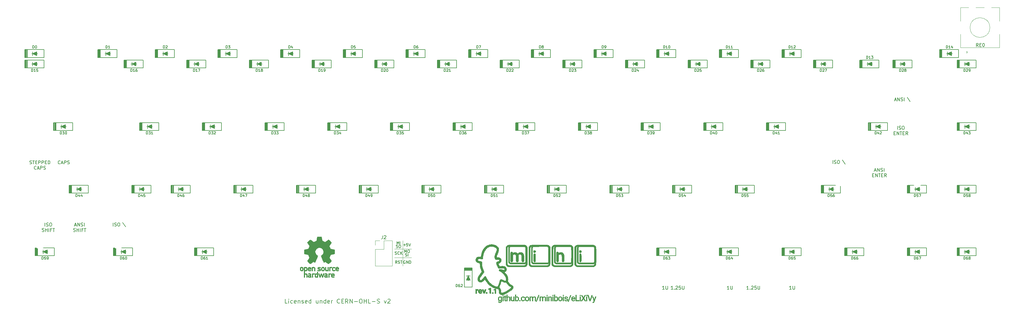
<source format=gto>
G04 #@! TF.GenerationSoftware,KiCad,Pcbnew,(5.1.4)-1*
G04 #@! TF.CreationDate,2021-11-17T13:21:50+01:00*
G04 #@! TF.ProjectId,mini-eLiXiVy,6d696e69-2d65-44c6-9958-6956792e6b69,1.1*
G04 #@! TF.SameCoordinates,Original*
G04 #@! TF.FileFunction,Legend,Top*
G04 #@! TF.FilePolarity,Positive*
%FSLAX46Y46*%
G04 Gerber Fmt 4.6, Leading zero omitted, Abs format (unit mm)*
G04 Created by KiCad (PCBNEW (5.1.4)-1) date 2021-11-17 13:21:50*
%MOMM*%
%LPD*%
G04 APERTURE LIST*
%ADD10C,0.150000*%
%ADD11C,0.200000*%
%ADD12C,0.010000*%
%ADD13C,0.120000*%
%ADD14C,0.080000*%
%ADD15C,0.100000*%
%ADD16C,2.000000*%
%ADD17C,3.200000*%
%ADD18R,2.000000X2.000000*%
%ADD19O,1.700000X1.700000*%
%ADD20R,1.700000X1.700000*%
%ADD21R,1.200000X1.200000*%
%ADD22R,1.600000X1.600000*%
%ADD23C,1.600000*%
%ADD24C,2.250000*%
%ADD25C,3.987800*%
%ADD26C,1.750000*%
%ADD27C,3.048000*%
%ADD28O,1.000000X1.600000*%
%ADD29O,1.000000X2.100000*%
%ADD30C,0.650000*%
%ADD31C,4.400000*%
G04 APERTURE END LIST*
D10*
X44485714Y-85052380D02*
X44485714Y-84052380D01*
X44914285Y-85004761D02*
X45057142Y-85052380D01*
X45295238Y-85052380D01*
X45390476Y-85004761D01*
X45438095Y-84957142D01*
X45485714Y-84861904D01*
X45485714Y-84766666D01*
X45438095Y-84671428D01*
X45390476Y-84623809D01*
X45295238Y-84576190D01*
X45104761Y-84528571D01*
X45009523Y-84480952D01*
X44961904Y-84433333D01*
X44914285Y-84338095D01*
X44914285Y-84242857D01*
X44961904Y-84147619D01*
X45009523Y-84100000D01*
X45104761Y-84052380D01*
X45342857Y-84052380D01*
X45485714Y-84100000D01*
X46104761Y-84052380D02*
X46295238Y-84052380D01*
X46390476Y-84100000D01*
X46485714Y-84195238D01*
X46533333Y-84385714D01*
X46533333Y-84719047D01*
X46485714Y-84909523D01*
X46390476Y-85004761D01*
X46295238Y-85052380D01*
X46104761Y-85052380D01*
X46009523Y-85004761D01*
X45914285Y-84909523D01*
X45866666Y-84719047D01*
X45866666Y-84385714D01*
X45914285Y-84195238D01*
X46009523Y-84100000D01*
X46104761Y-84052380D01*
X47390476Y-83957142D02*
X48247619Y-85242857D01*
X28384001Y-66047142D02*
X28336382Y-66094761D01*
X28193525Y-66142380D01*
X28098287Y-66142380D01*
X27955430Y-66094761D01*
X27860192Y-65999523D01*
X27812573Y-65904285D01*
X27764954Y-65713809D01*
X27764954Y-65570952D01*
X27812573Y-65380476D01*
X27860192Y-65285238D01*
X27955430Y-65190000D01*
X28098287Y-65142380D01*
X28193525Y-65142380D01*
X28336382Y-65190000D01*
X28384001Y-65237619D01*
X28764954Y-65856666D02*
X29241144Y-65856666D01*
X28669716Y-66142380D02*
X29003049Y-65142380D01*
X29336382Y-66142380D01*
X29669716Y-66142380D02*
X29669716Y-65142380D01*
X30050668Y-65142380D01*
X30145906Y-65190000D01*
X30193525Y-65237619D01*
X30241144Y-65332857D01*
X30241144Y-65475714D01*
X30193525Y-65570952D01*
X30145906Y-65618571D01*
X30050668Y-65666190D01*
X29669716Y-65666190D01*
X30622097Y-66094761D02*
X30764954Y-66142380D01*
X31003049Y-66142380D01*
X31098287Y-66094761D01*
X31145906Y-66047142D01*
X31193525Y-65951904D01*
X31193525Y-65856666D01*
X31145906Y-65761428D01*
X31098287Y-65713809D01*
X31003049Y-65666190D01*
X30812573Y-65618571D01*
X30717335Y-65570952D01*
X30669716Y-65523333D01*
X30622097Y-65428095D01*
X30622097Y-65332857D01*
X30669716Y-65237619D01*
X30717335Y-65190000D01*
X30812573Y-65142380D01*
X31050668Y-65142380D01*
X31193525Y-65190000D01*
X237635268Y-104305670D02*
X237063840Y-104305670D01*
X237349554Y-104305670D02*
X237349554Y-103305670D01*
X237254316Y-103448528D01*
X237159078Y-103543766D01*
X237063840Y-103591385D01*
X238063840Y-104210432D02*
X238111459Y-104258051D01*
X238063840Y-104305670D01*
X238016220Y-104258051D01*
X238063840Y-104210432D01*
X238063840Y-104305670D01*
X238492411Y-103400909D02*
X238540030Y-103353290D01*
X238635268Y-103305670D01*
X238873363Y-103305670D01*
X238968601Y-103353290D01*
X239016220Y-103400909D01*
X239063840Y-103496147D01*
X239063840Y-103591385D01*
X239016220Y-103734242D01*
X238444792Y-104305670D01*
X239063840Y-104305670D01*
X239968601Y-103305670D02*
X239492411Y-103305670D01*
X239444792Y-103781861D01*
X239492411Y-103734242D01*
X239587649Y-103686623D01*
X239825744Y-103686623D01*
X239920982Y-103734242D01*
X239968601Y-103781861D01*
X240016220Y-103877099D01*
X240016220Y-104115194D01*
X239968601Y-104210432D01*
X239920982Y-104258051D01*
X239825744Y-104305670D01*
X239587649Y-104305670D01*
X239492411Y-104258051D01*
X239444792Y-104210432D01*
X240444792Y-103305670D02*
X240444792Y-104115194D01*
X240492411Y-104210432D01*
X240540030Y-104258051D01*
X240635268Y-104305670D01*
X240825744Y-104305670D01*
X240920982Y-104258051D01*
X240968601Y-104210432D01*
X241016220Y-104115194D01*
X241016220Y-103305670D01*
X231713744Y-104305670D02*
X231142316Y-104305670D01*
X231428030Y-104305670D02*
X231428030Y-103305670D01*
X231332792Y-103448528D01*
X231237554Y-103543766D01*
X231142316Y-103591385D01*
X232142316Y-103305670D02*
X232142316Y-104115194D01*
X232189935Y-104210432D01*
X232237554Y-104258051D01*
X232332792Y-104305670D01*
X232523268Y-104305670D01*
X232618506Y-104258051D01*
X232666125Y-104210432D01*
X232713744Y-104115194D01*
X232713744Y-103305670D01*
X275903809Y-68141666D02*
X276380000Y-68141666D01*
X275808571Y-68427380D02*
X276141904Y-67427380D01*
X276475238Y-68427380D01*
X276808571Y-68427380D02*
X276808571Y-67427380D01*
X277380000Y-68427380D01*
X277380000Y-67427380D01*
X277808571Y-68379761D02*
X277951428Y-68427380D01*
X278189523Y-68427380D01*
X278284761Y-68379761D01*
X278332380Y-68332142D01*
X278380000Y-68236904D01*
X278380000Y-68141666D01*
X278332380Y-68046428D01*
X278284761Y-67998809D01*
X278189523Y-67951190D01*
X277999047Y-67903571D01*
X277903809Y-67855952D01*
X277856190Y-67808333D01*
X277808571Y-67713095D01*
X277808571Y-67617857D01*
X277856190Y-67522619D01*
X277903809Y-67475000D01*
X277999047Y-67427380D01*
X278237142Y-67427380D01*
X278380000Y-67475000D01*
X278808571Y-68427380D02*
X278808571Y-67427380D01*
X275308571Y-69553571D02*
X275641904Y-69553571D01*
X275784761Y-70077380D02*
X275308571Y-70077380D01*
X275308571Y-69077380D01*
X275784761Y-69077380D01*
X276213333Y-70077380D02*
X276213333Y-69077380D01*
X276784761Y-70077380D01*
X276784761Y-69077380D01*
X277118095Y-69077380D02*
X277689523Y-69077380D01*
X277403809Y-70077380D02*
X277403809Y-69077380D01*
X278022857Y-69553571D02*
X278356190Y-69553571D01*
X278499047Y-70077380D02*
X278022857Y-70077380D01*
X278022857Y-69077380D01*
X278499047Y-69077380D01*
X279499047Y-70077380D02*
X279165714Y-69601190D01*
X278927619Y-70077380D02*
X278927619Y-69077380D01*
X279308571Y-69077380D01*
X279403809Y-69125000D01*
X279451428Y-69172619D01*
X279499047Y-69267857D01*
X279499047Y-69410714D01*
X279451428Y-69505952D01*
X279403809Y-69553571D01*
X279308571Y-69601190D01*
X278927619Y-69601190D01*
X263215714Y-66032380D02*
X263215714Y-65032380D01*
X263644285Y-65984761D02*
X263787142Y-66032380D01*
X264025238Y-66032380D01*
X264120476Y-65984761D01*
X264168095Y-65937142D01*
X264215714Y-65841904D01*
X264215714Y-65746666D01*
X264168095Y-65651428D01*
X264120476Y-65603809D01*
X264025238Y-65556190D01*
X263834761Y-65508571D01*
X263739523Y-65460952D01*
X263691904Y-65413333D01*
X263644285Y-65318095D01*
X263644285Y-65222857D01*
X263691904Y-65127619D01*
X263739523Y-65080000D01*
X263834761Y-65032380D01*
X264072857Y-65032380D01*
X264215714Y-65080000D01*
X264834761Y-65032380D02*
X265025238Y-65032380D01*
X265120476Y-65080000D01*
X265215714Y-65175238D01*
X265263333Y-65365714D01*
X265263333Y-65699047D01*
X265215714Y-65889523D01*
X265120476Y-65984761D01*
X265025238Y-66032380D01*
X264834761Y-66032380D01*
X264739523Y-65984761D01*
X264644285Y-65889523D01*
X264596666Y-65699047D01*
X264596666Y-65365714D01*
X264644285Y-65175238D01*
X264739523Y-65080000D01*
X264834761Y-65032380D01*
X266120476Y-64937142D02*
X266977619Y-66222857D01*
X214648268Y-104305670D02*
X214076840Y-104305670D01*
X214362554Y-104305670D02*
X214362554Y-103305670D01*
X214267316Y-103448528D01*
X214172078Y-103543766D01*
X214076840Y-103591385D01*
X215076840Y-104210432D02*
X215124459Y-104258051D01*
X215076840Y-104305670D01*
X215029220Y-104258051D01*
X215076840Y-104210432D01*
X215076840Y-104305670D01*
X215505411Y-103400909D02*
X215553030Y-103353290D01*
X215648268Y-103305670D01*
X215886363Y-103305670D01*
X215981601Y-103353290D01*
X216029220Y-103400909D01*
X216076840Y-103496147D01*
X216076840Y-103591385D01*
X216029220Y-103734242D01*
X215457792Y-104305670D01*
X216076840Y-104305670D01*
X216981601Y-103305670D02*
X216505411Y-103305670D01*
X216457792Y-103781861D01*
X216505411Y-103734242D01*
X216600649Y-103686623D01*
X216838744Y-103686623D01*
X216933982Y-103734242D01*
X216981601Y-103781861D01*
X217029220Y-103877099D01*
X217029220Y-104115194D01*
X216981601Y-104210432D01*
X216933982Y-104258051D01*
X216838744Y-104305670D01*
X216600649Y-104305670D01*
X216505411Y-104258051D01*
X216457792Y-104210432D01*
X217457792Y-103305670D02*
X217457792Y-104115194D01*
X217505411Y-104210432D01*
X217553030Y-104258051D01*
X217648268Y-104305670D01*
X217838744Y-104305670D01*
X217933982Y-104258051D01*
X217981601Y-104210432D01*
X218029220Y-104115194D01*
X218029220Y-103305670D01*
X282890000Y-55627380D02*
X282890000Y-54627380D01*
X283318571Y-55579761D02*
X283461428Y-55627380D01*
X283699523Y-55627380D01*
X283794761Y-55579761D01*
X283842380Y-55532142D01*
X283890000Y-55436904D01*
X283890000Y-55341666D01*
X283842380Y-55246428D01*
X283794761Y-55198809D01*
X283699523Y-55151190D01*
X283509047Y-55103571D01*
X283413809Y-55055952D01*
X283366190Y-55008333D01*
X283318571Y-54913095D01*
X283318571Y-54817857D01*
X283366190Y-54722619D01*
X283413809Y-54675000D01*
X283509047Y-54627380D01*
X283747142Y-54627380D01*
X283890000Y-54675000D01*
X284509047Y-54627380D02*
X284699523Y-54627380D01*
X284794761Y-54675000D01*
X284890000Y-54770238D01*
X284937619Y-54960714D01*
X284937619Y-55294047D01*
X284890000Y-55484523D01*
X284794761Y-55579761D01*
X284699523Y-55627380D01*
X284509047Y-55627380D01*
X284413809Y-55579761D01*
X284318571Y-55484523D01*
X284270952Y-55294047D01*
X284270952Y-54960714D01*
X284318571Y-54770238D01*
X284413809Y-54675000D01*
X284509047Y-54627380D01*
X281818571Y-56753571D02*
X282151904Y-56753571D01*
X282294761Y-57277380D02*
X281818571Y-57277380D01*
X281818571Y-56277380D01*
X282294761Y-56277380D01*
X282723333Y-57277380D02*
X282723333Y-56277380D01*
X283294761Y-57277380D01*
X283294761Y-56277380D01*
X283628095Y-56277380D02*
X284199523Y-56277380D01*
X283913809Y-57277380D02*
X283913809Y-56277380D01*
X284532857Y-56753571D02*
X284866190Y-56753571D01*
X285009047Y-57277380D02*
X284532857Y-57277380D01*
X284532857Y-56277380D01*
X285009047Y-56277380D01*
X286009047Y-57277380D02*
X285675714Y-56801190D01*
X285437619Y-57277380D02*
X285437619Y-56277380D01*
X285818571Y-56277380D01*
X285913809Y-56325000D01*
X285961428Y-56372619D01*
X286009047Y-56467857D01*
X286009047Y-56610714D01*
X285961428Y-56705952D01*
X285913809Y-56753571D01*
X285818571Y-56801190D01*
X285437619Y-56801190D01*
X282029523Y-46666666D02*
X282505714Y-46666666D01*
X281934285Y-46952380D02*
X282267619Y-45952380D01*
X282600952Y-46952380D01*
X282934285Y-46952380D02*
X282934285Y-45952380D01*
X283505714Y-46952380D01*
X283505714Y-45952380D01*
X283934285Y-46904761D02*
X284077142Y-46952380D01*
X284315238Y-46952380D01*
X284410476Y-46904761D01*
X284458095Y-46857142D01*
X284505714Y-46761904D01*
X284505714Y-46666666D01*
X284458095Y-46571428D01*
X284410476Y-46523809D01*
X284315238Y-46476190D01*
X284124761Y-46428571D01*
X284029523Y-46380952D01*
X283981904Y-46333333D01*
X283934285Y-46238095D01*
X283934285Y-46142857D01*
X283981904Y-46047619D01*
X284029523Y-46000000D01*
X284124761Y-45952380D01*
X284362857Y-45952380D01*
X284505714Y-46000000D01*
X284934285Y-46952380D02*
X284934285Y-45952380D01*
X285839047Y-45857142D02*
X286696190Y-47142857D01*
X212028744Y-104305670D02*
X211457316Y-104305670D01*
X211743030Y-104305670D02*
X211743030Y-103305670D01*
X211647792Y-103448528D01*
X211552554Y-103543766D01*
X211457316Y-103591385D01*
X212457316Y-103305670D02*
X212457316Y-104115194D01*
X212504935Y-104210432D01*
X212552554Y-104258051D01*
X212647792Y-104305670D01*
X212838268Y-104305670D01*
X212933506Y-104258051D01*
X212981125Y-104210432D01*
X213028744Y-104115194D01*
X213028744Y-103305670D01*
X250636744Y-104305670D02*
X250065316Y-104305670D01*
X250351030Y-104305670D02*
X250351030Y-103305670D01*
X250255792Y-103448528D01*
X250160554Y-103543766D01*
X250065316Y-103591385D01*
X251065316Y-103305670D02*
X251065316Y-104115194D01*
X251112935Y-104210432D01*
X251160554Y-104258051D01*
X251255792Y-104305670D01*
X251446268Y-104305670D01*
X251541506Y-104258051D01*
X251589125Y-104210432D01*
X251636744Y-104115194D01*
X251636744Y-103305670D01*
X32816649Y-84797456D02*
X33292840Y-84797456D01*
X32721411Y-85083170D02*
X33054744Y-84083170D01*
X33388078Y-85083170D01*
X33721411Y-85083170D02*
X33721411Y-84083170D01*
X34292840Y-85083170D01*
X34292840Y-84083170D01*
X34721411Y-85035551D02*
X34864268Y-85083170D01*
X35102363Y-85083170D01*
X35197601Y-85035551D01*
X35245220Y-84987932D01*
X35292840Y-84892694D01*
X35292840Y-84797456D01*
X35245220Y-84702218D01*
X35197601Y-84654599D01*
X35102363Y-84606980D01*
X34911887Y-84559361D01*
X34816649Y-84511742D01*
X34769030Y-84464123D01*
X34721411Y-84368885D01*
X34721411Y-84273647D01*
X34769030Y-84178409D01*
X34816649Y-84130790D01*
X34911887Y-84083170D01*
X35149982Y-84083170D01*
X35292840Y-84130790D01*
X35721411Y-85083170D02*
X35721411Y-84083170D01*
X32435697Y-86685551D02*
X32578554Y-86733170D01*
X32816649Y-86733170D01*
X32911887Y-86685551D01*
X32959506Y-86637932D01*
X33007125Y-86542694D01*
X33007125Y-86447456D01*
X32959506Y-86352218D01*
X32911887Y-86304599D01*
X32816649Y-86256980D01*
X32626173Y-86209361D01*
X32530935Y-86161742D01*
X32483316Y-86114123D01*
X32435697Y-86018885D01*
X32435697Y-85923647D01*
X32483316Y-85828409D01*
X32530935Y-85780790D01*
X32626173Y-85733170D01*
X32864268Y-85733170D01*
X33007125Y-85780790D01*
X33435697Y-86733170D02*
X33435697Y-85733170D01*
X33435697Y-86209361D02*
X34007125Y-86209361D01*
X34007125Y-86733170D02*
X34007125Y-85733170D01*
X34483316Y-86733170D02*
X34483316Y-85733170D01*
X35292840Y-86209361D02*
X34959506Y-86209361D01*
X34959506Y-86733170D02*
X34959506Y-85733170D01*
X35435697Y-85733170D01*
X35673792Y-85733170D02*
X36245220Y-85733170D01*
X35959506Y-86733170D02*
X35959506Y-85733170D01*
X19143411Y-66098551D02*
X19286268Y-66146170D01*
X19524363Y-66146170D01*
X19619601Y-66098551D01*
X19667220Y-66050932D01*
X19714840Y-65955694D01*
X19714840Y-65860456D01*
X19667220Y-65765218D01*
X19619601Y-65717599D01*
X19524363Y-65669980D01*
X19333887Y-65622361D01*
X19238649Y-65574742D01*
X19191030Y-65527123D01*
X19143411Y-65431885D01*
X19143411Y-65336647D01*
X19191030Y-65241409D01*
X19238649Y-65193790D01*
X19333887Y-65146170D01*
X19571982Y-65146170D01*
X19714840Y-65193790D01*
X20000554Y-65146170D02*
X20571982Y-65146170D01*
X20286268Y-66146170D02*
X20286268Y-65146170D01*
X20905316Y-65622361D02*
X21238649Y-65622361D01*
X21381506Y-66146170D02*
X20905316Y-66146170D01*
X20905316Y-65146170D01*
X21381506Y-65146170D01*
X21810078Y-66146170D02*
X21810078Y-65146170D01*
X22191030Y-65146170D01*
X22286268Y-65193790D01*
X22333887Y-65241409D01*
X22381506Y-65336647D01*
X22381506Y-65479504D01*
X22333887Y-65574742D01*
X22286268Y-65622361D01*
X22191030Y-65669980D01*
X21810078Y-65669980D01*
X22810078Y-66146170D02*
X22810078Y-65146170D01*
X23191030Y-65146170D01*
X23286268Y-65193790D01*
X23333887Y-65241409D01*
X23381506Y-65336647D01*
X23381506Y-65479504D01*
X23333887Y-65574742D01*
X23286268Y-65622361D01*
X23191030Y-65669980D01*
X22810078Y-65669980D01*
X23810078Y-65622361D02*
X24143411Y-65622361D01*
X24286268Y-66146170D02*
X23810078Y-66146170D01*
X23810078Y-65146170D01*
X24286268Y-65146170D01*
X24714840Y-66146170D02*
X24714840Y-65146170D01*
X24952935Y-65146170D01*
X25095792Y-65193790D01*
X25191030Y-65289028D01*
X25238649Y-65384266D01*
X25286268Y-65574742D01*
X25286268Y-65717599D01*
X25238649Y-65908075D01*
X25191030Y-66003313D01*
X25095792Y-66098551D01*
X24952935Y-66146170D01*
X24714840Y-66146170D01*
X21119601Y-67700932D02*
X21071982Y-67748551D01*
X20929125Y-67796170D01*
X20833887Y-67796170D01*
X20691030Y-67748551D01*
X20595792Y-67653313D01*
X20548173Y-67558075D01*
X20500554Y-67367599D01*
X20500554Y-67224742D01*
X20548173Y-67034266D01*
X20595792Y-66939028D01*
X20691030Y-66843790D01*
X20833887Y-66796170D01*
X20929125Y-66796170D01*
X21071982Y-66843790D01*
X21119601Y-66891409D01*
X21500554Y-67510456D02*
X21976744Y-67510456D01*
X21405316Y-67796170D02*
X21738649Y-66796170D01*
X22071982Y-67796170D01*
X22405316Y-67796170D02*
X22405316Y-66796170D01*
X22786268Y-66796170D01*
X22881506Y-66843790D01*
X22929125Y-66891409D01*
X22976744Y-66986647D01*
X22976744Y-67129504D01*
X22929125Y-67224742D01*
X22881506Y-67272361D01*
X22786268Y-67319980D01*
X22405316Y-67319980D01*
X23357697Y-67748551D02*
X23500554Y-67796170D01*
X23738649Y-67796170D01*
X23833887Y-67748551D01*
X23881506Y-67700932D01*
X23929125Y-67605694D01*
X23929125Y-67510456D01*
X23881506Y-67415218D01*
X23833887Y-67367599D01*
X23738649Y-67319980D01*
X23548173Y-67272361D01*
X23452935Y-67224742D01*
X23405316Y-67177123D01*
X23357697Y-67081885D01*
X23357697Y-66986647D01*
X23405316Y-66891409D01*
X23452935Y-66843790D01*
X23548173Y-66796170D01*
X23786268Y-66796170D01*
X23929125Y-66843790D01*
X23767840Y-85083170D02*
X23767840Y-84083170D01*
X24196411Y-85035551D02*
X24339268Y-85083170D01*
X24577363Y-85083170D01*
X24672601Y-85035551D01*
X24720220Y-84987932D01*
X24767840Y-84892694D01*
X24767840Y-84797456D01*
X24720220Y-84702218D01*
X24672601Y-84654599D01*
X24577363Y-84606980D01*
X24386887Y-84559361D01*
X24291649Y-84511742D01*
X24244030Y-84464123D01*
X24196411Y-84368885D01*
X24196411Y-84273647D01*
X24244030Y-84178409D01*
X24291649Y-84130790D01*
X24386887Y-84083170D01*
X24624982Y-84083170D01*
X24767840Y-84130790D01*
X25386887Y-84083170D02*
X25577363Y-84083170D01*
X25672601Y-84130790D01*
X25767840Y-84226028D01*
X25815459Y-84416504D01*
X25815459Y-84749837D01*
X25767840Y-84940313D01*
X25672601Y-85035551D01*
X25577363Y-85083170D01*
X25386887Y-85083170D01*
X25291649Y-85035551D01*
X25196411Y-84940313D01*
X25148792Y-84749837D01*
X25148792Y-84416504D01*
X25196411Y-84226028D01*
X25291649Y-84130790D01*
X25386887Y-84083170D01*
X22910697Y-86685551D02*
X23053554Y-86733170D01*
X23291649Y-86733170D01*
X23386887Y-86685551D01*
X23434506Y-86637932D01*
X23482125Y-86542694D01*
X23482125Y-86447456D01*
X23434506Y-86352218D01*
X23386887Y-86304599D01*
X23291649Y-86256980D01*
X23101173Y-86209361D01*
X23005935Y-86161742D01*
X22958316Y-86114123D01*
X22910697Y-86018885D01*
X22910697Y-85923647D01*
X22958316Y-85828409D01*
X23005935Y-85780790D01*
X23101173Y-85733170D01*
X23339268Y-85733170D01*
X23482125Y-85780790D01*
X23910697Y-86733170D02*
X23910697Y-85733170D01*
X23910697Y-86209361D02*
X24482125Y-86209361D01*
X24482125Y-86733170D02*
X24482125Y-85733170D01*
X24958316Y-86733170D02*
X24958316Y-85733170D01*
X25767840Y-86209361D02*
X25434506Y-86209361D01*
X25434506Y-86733170D02*
X25434506Y-85733170D01*
X25910697Y-85733170D01*
X26148792Y-85733170D02*
X26720220Y-85733170D01*
X26434506Y-86733170D02*
X26434506Y-85733170D01*
D11*
X97422023Y-108538095D02*
X96802976Y-108538095D01*
X96802976Y-107238095D01*
X97855357Y-108538095D02*
X97855357Y-107671428D01*
X97855357Y-107238095D02*
X97793452Y-107300000D01*
X97855357Y-107361904D01*
X97917261Y-107300000D01*
X97855357Y-107238095D01*
X97855357Y-107361904D01*
X99031547Y-108476190D02*
X98907738Y-108538095D01*
X98660119Y-108538095D01*
X98536309Y-108476190D01*
X98474404Y-108414285D01*
X98412500Y-108290476D01*
X98412500Y-107919047D01*
X98474404Y-107795238D01*
X98536309Y-107733333D01*
X98660119Y-107671428D01*
X98907738Y-107671428D01*
X99031547Y-107733333D01*
X100083928Y-108476190D02*
X99960119Y-108538095D01*
X99712500Y-108538095D01*
X99588690Y-108476190D01*
X99526785Y-108352380D01*
X99526785Y-107857142D01*
X99588690Y-107733333D01*
X99712500Y-107671428D01*
X99960119Y-107671428D01*
X100083928Y-107733333D01*
X100145833Y-107857142D01*
X100145833Y-107980952D01*
X99526785Y-108104761D01*
X100702976Y-107671428D02*
X100702976Y-108538095D01*
X100702976Y-107795238D02*
X100764880Y-107733333D01*
X100888690Y-107671428D01*
X101074404Y-107671428D01*
X101198214Y-107733333D01*
X101260119Y-107857142D01*
X101260119Y-108538095D01*
X101817261Y-108476190D02*
X101941071Y-108538095D01*
X102188690Y-108538095D01*
X102312500Y-108476190D01*
X102374404Y-108352380D01*
X102374404Y-108290476D01*
X102312500Y-108166666D01*
X102188690Y-108104761D01*
X102002976Y-108104761D01*
X101879166Y-108042857D01*
X101817261Y-107919047D01*
X101817261Y-107857142D01*
X101879166Y-107733333D01*
X102002976Y-107671428D01*
X102188690Y-107671428D01*
X102312500Y-107733333D01*
X103426785Y-108476190D02*
X103302976Y-108538095D01*
X103055357Y-108538095D01*
X102931547Y-108476190D01*
X102869642Y-108352380D01*
X102869642Y-107857142D01*
X102931547Y-107733333D01*
X103055357Y-107671428D01*
X103302976Y-107671428D01*
X103426785Y-107733333D01*
X103488690Y-107857142D01*
X103488690Y-107980952D01*
X102869642Y-108104761D01*
X104602976Y-108538095D02*
X104602976Y-107238095D01*
X104602976Y-108476190D02*
X104479166Y-108538095D01*
X104231547Y-108538095D01*
X104107738Y-108476190D01*
X104045833Y-108414285D01*
X103983928Y-108290476D01*
X103983928Y-107919047D01*
X104045833Y-107795238D01*
X104107738Y-107733333D01*
X104231547Y-107671428D01*
X104479166Y-107671428D01*
X104602976Y-107733333D01*
X106769642Y-107671428D02*
X106769642Y-108538095D01*
X106212500Y-107671428D02*
X106212500Y-108352380D01*
X106274404Y-108476190D01*
X106398214Y-108538095D01*
X106583928Y-108538095D01*
X106707738Y-108476190D01*
X106769642Y-108414285D01*
X107388690Y-107671428D02*
X107388690Y-108538095D01*
X107388690Y-107795238D02*
X107450595Y-107733333D01*
X107574404Y-107671428D01*
X107760119Y-107671428D01*
X107883928Y-107733333D01*
X107945833Y-107857142D01*
X107945833Y-108538095D01*
X109122023Y-108538095D02*
X109122023Y-107238095D01*
X109122023Y-108476190D02*
X108998214Y-108538095D01*
X108750595Y-108538095D01*
X108626785Y-108476190D01*
X108564880Y-108414285D01*
X108502976Y-108290476D01*
X108502976Y-107919047D01*
X108564880Y-107795238D01*
X108626785Y-107733333D01*
X108750595Y-107671428D01*
X108998214Y-107671428D01*
X109122023Y-107733333D01*
X110236309Y-108476190D02*
X110112500Y-108538095D01*
X109864880Y-108538095D01*
X109741071Y-108476190D01*
X109679166Y-108352380D01*
X109679166Y-107857142D01*
X109741071Y-107733333D01*
X109864880Y-107671428D01*
X110112500Y-107671428D01*
X110236309Y-107733333D01*
X110298214Y-107857142D01*
X110298214Y-107980952D01*
X109679166Y-108104761D01*
X110855357Y-108538095D02*
X110855357Y-107671428D01*
X110855357Y-107919047D02*
X110917261Y-107795238D01*
X110979166Y-107733333D01*
X111102976Y-107671428D01*
X111226785Y-107671428D01*
X113393452Y-108414285D02*
X113331547Y-108476190D01*
X113145833Y-108538095D01*
X113022023Y-108538095D01*
X112836309Y-108476190D01*
X112712500Y-108352380D01*
X112650595Y-108228571D01*
X112588690Y-107980952D01*
X112588690Y-107795238D01*
X112650595Y-107547619D01*
X112712500Y-107423809D01*
X112836309Y-107300000D01*
X113022023Y-107238095D01*
X113145833Y-107238095D01*
X113331547Y-107300000D01*
X113393452Y-107361904D01*
X113950595Y-107857142D02*
X114383928Y-107857142D01*
X114569642Y-108538095D02*
X113950595Y-108538095D01*
X113950595Y-107238095D01*
X114569642Y-107238095D01*
X115869642Y-108538095D02*
X115436309Y-107919047D01*
X115126785Y-108538095D02*
X115126785Y-107238095D01*
X115622023Y-107238095D01*
X115745833Y-107300000D01*
X115807738Y-107361904D01*
X115869642Y-107485714D01*
X115869642Y-107671428D01*
X115807738Y-107795238D01*
X115745833Y-107857142D01*
X115622023Y-107919047D01*
X115126785Y-107919047D01*
X116426785Y-108538095D02*
X116426785Y-107238095D01*
X117169642Y-108538095D01*
X117169642Y-107238095D01*
X117788690Y-108042857D02*
X118779166Y-108042857D01*
X119645833Y-107238095D02*
X119893452Y-107238095D01*
X120017261Y-107300000D01*
X120141071Y-107423809D01*
X120202976Y-107671428D01*
X120202976Y-108104761D01*
X120141071Y-108352380D01*
X120017261Y-108476190D01*
X119893452Y-108538095D01*
X119645833Y-108538095D01*
X119522023Y-108476190D01*
X119398214Y-108352380D01*
X119336309Y-108104761D01*
X119336309Y-107671428D01*
X119398214Y-107423809D01*
X119522023Y-107300000D01*
X119645833Y-107238095D01*
X120760119Y-108538095D02*
X120760119Y-107238095D01*
X120760119Y-107857142D02*
X121502976Y-107857142D01*
X121502976Y-108538095D02*
X121502976Y-107238095D01*
X122741071Y-108538095D02*
X122122023Y-108538095D01*
X122122023Y-107238095D01*
X123174404Y-108042857D02*
X124164880Y-108042857D01*
X124722023Y-108476190D02*
X124907738Y-108538095D01*
X125217261Y-108538095D01*
X125341071Y-108476190D01*
X125402976Y-108414285D01*
X125464880Y-108290476D01*
X125464880Y-108166666D01*
X125402976Y-108042857D01*
X125341071Y-107980952D01*
X125217261Y-107919047D01*
X124969642Y-107857142D01*
X124845833Y-107795238D01*
X124783928Y-107733333D01*
X124722023Y-107609523D01*
X124722023Y-107485714D01*
X124783928Y-107361904D01*
X124845833Y-107300000D01*
X124969642Y-107238095D01*
X125279166Y-107238095D01*
X125464880Y-107300000D01*
X126888690Y-107671428D02*
X127198214Y-108538095D01*
X127507738Y-107671428D01*
X127941071Y-107361904D02*
X128002976Y-107300000D01*
X128126785Y-107238095D01*
X128436309Y-107238095D01*
X128560119Y-107300000D01*
X128622023Y-107361904D01*
X128683928Y-107485714D01*
X128683928Y-107609523D01*
X128622023Y-107795238D01*
X127879166Y-108538095D01*
X128683928Y-108538095D01*
D12*
G36*
X191197301Y-106491926D02*
G01*
X191237813Y-106499940D01*
X191246785Y-106514647D01*
X191246367Y-106515958D01*
X191237482Y-106541242D01*
X191216244Y-106602024D01*
X191184215Y-106693820D01*
X191142958Y-106812148D01*
X191094037Y-106952524D01*
X191039014Y-107110465D01*
X190979452Y-107281489D01*
X190965495Y-107321573D01*
X190903281Y-107498351D01*
X190843096Y-107665791D01*
X190786827Y-107818896D01*
X190736365Y-107952668D01*
X190693597Y-108062112D01*
X190660415Y-108142231D01*
X190638706Y-108188028D01*
X190636543Y-108191648D01*
X190555243Y-108283106D01*
X190485135Y-108327950D01*
X190400251Y-108357255D01*
X190308096Y-108371029D01*
X190226764Y-108367293D01*
X190198375Y-108359315D01*
X190181255Y-108331512D01*
X190172585Y-108270636D01*
X190171917Y-108243143D01*
X190173537Y-108181123D01*
X190181237Y-108152214D01*
X190199277Y-108147235D01*
X190214582Y-108151189D01*
X190276864Y-108153190D01*
X190351001Y-108131420D01*
X190419058Y-108092186D01*
X190442382Y-108071094D01*
X190475773Y-108023649D01*
X190511421Y-107955799D01*
X190527493Y-107918250D01*
X190568745Y-107812417D01*
X190331015Y-107156250D01*
X190093284Y-106500083D01*
X190220409Y-106493700D01*
X190290525Y-106492926D01*
X190342817Y-106497424D01*
X190362915Y-106504283D01*
X190373721Y-106528470D01*
X190395595Y-106586996D01*
X190426463Y-106673958D01*
X190464247Y-106783454D01*
X190506871Y-106909583D01*
X190531309Y-106982951D01*
X190575016Y-107113919D01*
X190614299Y-107229888D01*
X190647243Y-107325345D01*
X190671931Y-107394777D01*
X190686447Y-107432671D01*
X190689445Y-107438034D01*
X190696847Y-107416795D01*
X190714833Y-107360798D01*
X190741607Y-107275765D01*
X190775374Y-107167421D01*
X190814338Y-107041490D01*
X190839283Y-106960458D01*
X190983996Y-106489500D01*
X191119971Y-106489500D01*
X191197301Y-106491926D01*
X191197301Y-106491926D01*
G37*
X191197301Y-106491926D02*
X191237813Y-106499940D01*
X191246785Y-106514647D01*
X191246367Y-106515958D01*
X191237482Y-106541242D01*
X191216244Y-106602024D01*
X191184215Y-106693820D01*
X191142958Y-106812148D01*
X191094037Y-106952524D01*
X191039014Y-107110465D01*
X190979452Y-107281489D01*
X190965495Y-107321573D01*
X190903281Y-107498351D01*
X190843096Y-107665791D01*
X190786827Y-107818896D01*
X190736365Y-107952668D01*
X190693597Y-108062112D01*
X190660415Y-108142231D01*
X190638706Y-108188028D01*
X190636543Y-108191648D01*
X190555243Y-108283106D01*
X190485135Y-108327950D01*
X190400251Y-108357255D01*
X190308096Y-108371029D01*
X190226764Y-108367293D01*
X190198375Y-108359315D01*
X190181255Y-108331512D01*
X190172585Y-108270636D01*
X190171917Y-108243143D01*
X190173537Y-108181123D01*
X190181237Y-108152214D01*
X190199277Y-108147235D01*
X190214582Y-108151189D01*
X190276864Y-108153190D01*
X190351001Y-108131420D01*
X190419058Y-108092186D01*
X190442382Y-108071094D01*
X190475773Y-108023649D01*
X190511421Y-107955799D01*
X190527493Y-107918250D01*
X190568745Y-107812417D01*
X190331015Y-107156250D01*
X190093284Y-106500083D01*
X190220409Y-106493700D01*
X190290525Y-106492926D01*
X190342817Y-106497424D01*
X190362915Y-106504283D01*
X190373721Y-106528470D01*
X190395595Y-106586996D01*
X190426463Y-106673958D01*
X190464247Y-106783454D01*
X190506871Y-106909583D01*
X190531309Y-106982951D01*
X190575016Y-107113919D01*
X190614299Y-107229888D01*
X190647243Y-107325345D01*
X190671931Y-107394777D01*
X190686447Y-107432671D01*
X190689445Y-107438034D01*
X190696847Y-107416795D01*
X190714833Y-107360798D01*
X190741607Y-107275765D01*
X190775374Y-107167421D01*
X190814338Y-107041490D01*
X190839283Y-106960458D01*
X190983996Y-106489500D01*
X191119971Y-106489500D01*
X191197301Y-106491926D01*
G36*
X162090091Y-106467838D02*
G01*
X162219268Y-106509394D01*
X162279047Y-106543079D01*
X162358917Y-106595934D01*
X162358917Y-106542717D01*
X162361865Y-106512340D01*
X162377590Y-106496465D01*
X162416413Y-106490413D01*
X162476342Y-106489500D01*
X162593768Y-106489500D01*
X162587467Y-107235625D01*
X162585703Y-107433553D01*
X162583904Y-107593754D01*
X162581781Y-107720830D01*
X162579047Y-107819387D01*
X162575413Y-107894028D01*
X162570590Y-107949359D01*
X162564290Y-107989982D01*
X162556223Y-108020504D01*
X162546103Y-108045527D01*
X162535397Y-108066417D01*
X162454895Y-108180246D01*
X162353372Y-108269319D01*
X162255635Y-108319516D01*
X162146083Y-108343684D01*
X162016303Y-108350571D01*
X161884533Y-108340565D01*
X161769016Y-108314055D01*
X161754633Y-108308839D01*
X161676654Y-108269749D01*
X161602973Y-108218432D01*
X161577577Y-108195301D01*
X161507387Y-108122884D01*
X161565248Y-108047025D01*
X161603021Y-108001401D01*
X161631158Y-107974358D01*
X161637802Y-107971167D01*
X161660280Y-107985115D01*
X161698904Y-108020052D01*
X161714077Y-108035443D01*
X161799532Y-108097813D01*
X161906954Y-108137750D01*
X162019817Y-108150437D01*
X162083057Y-108143012D01*
X162187750Y-108099312D01*
X162268688Y-108024425D01*
X162320473Y-107925313D01*
X162337750Y-107814586D01*
X162337750Y-107741313D01*
X162237733Y-107797214D01*
X162124808Y-107839989D01*
X161996338Y-107856433D01*
X161868101Y-107846220D01*
X161755873Y-107809026D01*
X161752423Y-107807228D01*
X161636356Y-107722576D01*
X161548097Y-107606576D01*
X161488022Y-107460129D01*
X161456511Y-107284134D01*
X161454584Y-107177417D01*
X161703333Y-107177417D01*
X161717126Y-107333367D01*
X161757113Y-107460067D01*
X161822250Y-107555581D01*
X161911491Y-107617976D01*
X161948692Y-107631771D01*
X162008040Y-107647548D01*
X162051572Y-107649859D01*
X162103554Y-107638852D01*
X162124851Y-107632853D01*
X162186456Y-107604385D01*
X162251046Y-107558937D01*
X162267586Y-107544035D01*
X162337750Y-107476029D01*
X162337750Y-106832552D01*
X162263279Y-106767165D01*
X162187439Y-106711927D01*
X162111035Y-106685329D01*
X162017657Y-106682618D01*
X161982676Y-106685887D01*
X161906571Y-106702521D01*
X161847928Y-106739452D01*
X161816149Y-106771166D01*
X161763260Y-106842346D01*
X161728605Y-106925024D01*
X161709521Y-107028785D01*
X161703346Y-107163215D01*
X161703333Y-107177417D01*
X161454584Y-107177417D01*
X161453113Y-107095994D01*
X161466115Y-106945129D01*
X161492059Y-106824831D01*
X161534403Y-106724412D01*
X161596605Y-106633180D01*
X161606815Y-106620863D01*
X161704109Y-106536862D01*
X161823257Y-106482643D01*
X161955002Y-106459278D01*
X162090091Y-106467838D01*
X162090091Y-106467838D01*
G37*
X162090091Y-106467838D02*
X162219268Y-106509394D01*
X162279047Y-106543079D01*
X162358917Y-106595934D01*
X162358917Y-106542717D01*
X162361865Y-106512340D01*
X162377590Y-106496465D01*
X162416413Y-106490413D01*
X162476342Y-106489500D01*
X162593768Y-106489500D01*
X162587467Y-107235625D01*
X162585703Y-107433553D01*
X162583904Y-107593754D01*
X162581781Y-107720830D01*
X162579047Y-107819387D01*
X162575413Y-107894028D01*
X162570590Y-107949359D01*
X162564290Y-107989982D01*
X162556223Y-108020504D01*
X162546103Y-108045527D01*
X162535397Y-108066417D01*
X162454895Y-108180246D01*
X162353372Y-108269319D01*
X162255635Y-108319516D01*
X162146083Y-108343684D01*
X162016303Y-108350571D01*
X161884533Y-108340565D01*
X161769016Y-108314055D01*
X161754633Y-108308839D01*
X161676654Y-108269749D01*
X161602973Y-108218432D01*
X161577577Y-108195301D01*
X161507387Y-108122884D01*
X161565248Y-108047025D01*
X161603021Y-108001401D01*
X161631158Y-107974358D01*
X161637802Y-107971167D01*
X161660280Y-107985115D01*
X161698904Y-108020052D01*
X161714077Y-108035443D01*
X161799532Y-108097813D01*
X161906954Y-108137750D01*
X162019817Y-108150437D01*
X162083057Y-108143012D01*
X162187750Y-108099312D01*
X162268688Y-108024425D01*
X162320473Y-107925313D01*
X162337750Y-107814586D01*
X162337750Y-107741313D01*
X162237733Y-107797214D01*
X162124808Y-107839989D01*
X161996338Y-107856433D01*
X161868101Y-107846220D01*
X161755873Y-107809026D01*
X161752423Y-107807228D01*
X161636356Y-107722576D01*
X161548097Y-107606576D01*
X161488022Y-107460129D01*
X161456511Y-107284134D01*
X161454584Y-107177417D01*
X161703333Y-107177417D01*
X161717126Y-107333367D01*
X161757113Y-107460067D01*
X161822250Y-107555581D01*
X161911491Y-107617976D01*
X161948692Y-107631771D01*
X162008040Y-107647548D01*
X162051572Y-107649859D01*
X162103554Y-107638852D01*
X162124851Y-107632853D01*
X162186456Y-107604385D01*
X162251046Y-107558937D01*
X162267586Y-107544035D01*
X162337750Y-107476029D01*
X162337750Y-106832552D01*
X162263279Y-106767165D01*
X162187439Y-106711927D01*
X162111035Y-106685329D01*
X162017657Y-106682618D01*
X161982676Y-106685887D01*
X161906571Y-106702521D01*
X161847928Y-106739452D01*
X161816149Y-106771166D01*
X161763260Y-106842346D01*
X161728605Y-106925024D01*
X161709521Y-107028785D01*
X161703346Y-107163215D01*
X161703333Y-107177417D01*
X161454584Y-107177417D01*
X161453113Y-107095994D01*
X161466115Y-106945129D01*
X161492059Y-106824831D01*
X161534403Y-106724412D01*
X161596605Y-106633180D01*
X161606815Y-106620863D01*
X161704109Y-106536862D01*
X161823257Y-106482643D01*
X161955002Y-106459278D01*
X162090091Y-106467838D01*
G36*
X173909990Y-106026927D02*
G01*
X173947954Y-106034673D01*
X173954722Y-106041957D01*
X173945955Y-106064763D01*
X173923518Y-106123215D01*
X173888901Y-106213433D01*
X173843590Y-106331538D01*
X173789076Y-106473648D01*
X173726846Y-106635885D01*
X173658389Y-106814366D01*
X173585194Y-107005214D01*
X173577250Y-107025927D01*
X173206834Y-107991774D01*
X173093945Y-107992053D01*
X173032847Y-107988948D01*
X172994883Y-107980655D01*
X172988111Y-107972823D01*
X172996890Y-107949738D01*
X173019356Y-107891023D01*
X173054018Y-107800568D01*
X173099385Y-107682262D01*
X173153965Y-107539993D01*
X173216266Y-107377650D01*
X173284797Y-107199122D01*
X173358065Y-107008299D01*
X173365584Y-106988720D01*
X173736000Y-106024127D01*
X173848889Y-106023980D01*
X173909990Y-106026927D01*
X173909990Y-106026927D01*
G37*
X173909990Y-106026927D02*
X173947954Y-106034673D01*
X173954722Y-106041957D01*
X173945955Y-106064763D01*
X173923518Y-106123215D01*
X173888901Y-106213433D01*
X173843590Y-106331538D01*
X173789076Y-106473648D01*
X173726846Y-106635885D01*
X173658389Y-106814366D01*
X173585194Y-107005214D01*
X173577250Y-107025927D01*
X173206834Y-107991774D01*
X173093945Y-107992053D01*
X173032847Y-107988948D01*
X172994883Y-107980655D01*
X172988111Y-107972823D01*
X172996890Y-107949738D01*
X173019356Y-107891023D01*
X173054018Y-107800568D01*
X173099385Y-107682262D01*
X173153965Y-107539993D01*
X173216266Y-107377650D01*
X173284797Y-107199122D01*
X173358065Y-107008299D01*
X173365584Y-106988720D01*
X173736000Y-106024127D01*
X173848889Y-106023980D01*
X173909990Y-106026927D01*
G36*
X183641023Y-106030274D02*
G01*
X183647870Y-106044666D01*
X183643563Y-106059674D01*
X183633254Y-106086643D01*
X183609323Y-106149105D01*
X183573314Y-106243030D01*
X183526773Y-106364388D01*
X183471245Y-106509149D01*
X183408277Y-106673284D01*
X183339413Y-106852764D01*
X183266200Y-107043557D01*
X183265598Y-107045125D01*
X182902105Y-107992333D01*
X182679511Y-107992333D01*
X182721276Y-107881208D01*
X182737661Y-107838085D01*
X182767459Y-107760158D01*
X182808863Y-107652125D01*
X182860072Y-107518687D01*
X182919280Y-107364542D01*
X182984684Y-107194391D01*
X183054479Y-107012933D01*
X183097074Y-106902250D01*
X183431106Y-106034417D01*
X183544570Y-106027924D01*
X183609498Y-106025627D01*
X183641023Y-106030274D01*
X183641023Y-106030274D01*
G37*
X183641023Y-106030274D02*
X183647870Y-106044666D01*
X183643563Y-106059674D01*
X183633254Y-106086643D01*
X183609323Y-106149105D01*
X183573314Y-106243030D01*
X183526773Y-106364388D01*
X183471245Y-106509149D01*
X183408277Y-106673284D01*
X183339413Y-106852764D01*
X183266200Y-107043557D01*
X183265598Y-107045125D01*
X182902105Y-107992333D01*
X182679511Y-107992333D01*
X182721276Y-107881208D01*
X182737661Y-107838085D01*
X182767459Y-107760158D01*
X182808863Y-107652125D01*
X182860072Y-107518687D01*
X182919280Y-107364542D01*
X182984684Y-107194391D01*
X183054479Y-107012933D01*
X183097074Y-106902250D01*
X183431106Y-106034417D01*
X183544570Y-106027924D01*
X183609498Y-106025627D01*
X183641023Y-106030274D01*
G36*
X163650084Y-106489500D02*
G01*
X163904084Y-106489500D01*
X163904084Y-106680000D01*
X163650084Y-106680000D01*
X163650084Y-107120454D01*
X163650459Y-107282521D01*
X163652563Y-107407098D01*
X163657862Y-107499029D01*
X163667823Y-107563157D01*
X163683912Y-107604325D01*
X163707596Y-107627376D01*
X163740341Y-107637153D01*
X163783613Y-107638499D01*
X163806692Y-107637654D01*
X163904084Y-107633416D01*
X163904084Y-107736022D01*
X163902573Y-107797687D01*
X163892312Y-107829551D01*
X163864705Y-107844145D01*
X163824709Y-107851747D01*
X163732969Y-107862325D01*
X163659064Y-107857836D01*
X163601105Y-107843816D01*
X163530006Y-107812702D01*
X163478309Y-107762504D01*
X163435527Y-107685417D01*
X163422561Y-107652100D01*
X163412804Y-107612703D01*
X163405809Y-107560988D01*
X163401129Y-107490715D01*
X163398320Y-107395645D01*
X163396934Y-107269538D01*
X163396548Y-107140375D01*
X163396084Y-106680000D01*
X163163250Y-106680000D01*
X163163250Y-106489500D01*
X163396084Y-106489500D01*
X163396084Y-106150833D01*
X163650084Y-106150833D01*
X163650084Y-106489500D01*
X163650084Y-106489500D01*
G37*
X163650084Y-106489500D02*
X163904084Y-106489500D01*
X163904084Y-106680000D01*
X163650084Y-106680000D01*
X163650084Y-107120454D01*
X163650459Y-107282521D01*
X163652563Y-107407098D01*
X163657862Y-107499029D01*
X163667823Y-107563157D01*
X163683912Y-107604325D01*
X163707596Y-107627376D01*
X163740341Y-107637153D01*
X163783613Y-107638499D01*
X163806692Y-107637654D01*
X163904084Y-107633416D01*
X163904084Y-107736022D01*
X163902573Y-107797687D01*
X163892312Y-107829551D01*
X163864705Y-107844145D01*
X163824709Y-107851747D01*
X163732969Y-107862325D01*
X163659064Y-107857836D01*
X163601105Y-107843816D01*
X163530006Y-107812702D01*
X163478309Y-107762504D01*
X163435527Y-107685417D01*
X163422561Y-107652100D01*
X163412804Y-107612703D01*
X163405809Y-107560988D01*
X163401129Y-107490715D01*
X163398320Y-107395645D01*
X163396934Y-107269538D01*
X163396548Y-107140375D01*
X163396084Y-106680000D01*
X163163250Y-106680000D01*
X163163250Y-106489500D01*
X163396084Y-106489500D01*
X163396084Y-106150833D01*
X163650084Y-106150833D01*
X163650084Y-106489500D01*
G36*
X165576562Y-106981625D02*
G01*
X165577530Y-107161567D01*
X165580280Y-107302323D01*
X165584966Y-107407006D01*
X165591740Y-107478733D01*
X165600755Y-107520617D01*
X165603315Y-107526667D01*
X165657068Y-107591098D01*
X165734526Y-107629474D01*
X165826223Y-107642043D01*
X165922691Y-107629050D01*
X166014465Y-107590741D01*
X166092078Y-107527364D01*
X166103548Y-107513652D01*
X166117769Y-107493475D01*
X166128568Y-107470032D01*
X166136412Y-107437588D01*
X166141771Y-107390408D01*
X166145115Y-107322757D01*
X166146913Y-107228900D01*
X166147634Y-107103102D01*
X166147750Y-106973479D01*
X166147750Y-106489500D01*
X166380584Y-106489500D01*
X166380584Y-107844167D01*
X166264167Y-107844167D01*
X166197466Y-107842758D01*
X166162733Y-107835456D01*
X166149623Y-107817649D01*
X166147750Y-107792263D01*
X166147750Y-107740360D01*
X166047209Y-107792251D01*
X165949436Y-107828849D01*
X165834058Y-107851555D01*
X165719560Y-107857952D01*
X165629167Y-107846913D01*
X165510251Y-107796009D01*
X165417260Y-107714486D01*
X165355335Y-107607276D01*
X165344348Y-107573634D01*
X165337980Y-107529639D01*
X165332364Y-107450168D01*
X165327758Y-107342077D01*
X165324423Y-107212219D01*
X165322617Y-107067451D01*
X165322368Y-106992208D01*
X165322250Y-106489500D01*
X165576250Y-106489500D01*
X165576562Y-106981625D01*
X165576562Y-106981625D01*
G37*
X165576562Y-106981625D02*
X165577530Y-107161567D01*
X165580280Y-107302323D01*
X165584966Y-107407006D01*
X165591740Y-107478733D01*
X165600755Y-107520617D01*
X165603315Y-107526667D01*
X165657068Y-107591098D01*
X165734526Y-107629474D01*
X165826223Y-107642043D01*
X165922691Y-107629050D01*
X166014465Y-107590741D01*
X166092078Y-107527364D01*
X166103548Y-107513652D01*
X166117769Y-107493475D01*
X166128568Y-107470032D01*
X166136412Y-107437588D01*
X166141771Y-107390408D01*
X166145115Y-107322757D01*
X166146913Y-107228900D01*
X166147634Y-107103102D01*
X166147750Y-106973479D01*
X166147750Y-106489500D01*
X166380584Y-106489500D01*
X166380584Y-107844167D01*
X166264167Y-107844167D01*
X166197466Y-107842758D01*
X166162733Y-107835456D01*
X166149623Y-107817649D01*
X166147750Y-107792263D01*
X166147750Y-107740360D01*
X166047209Y-107792251D01*
X165949436Y-107828849D01*
X165834058Y-107851555D01*
X165719560Y-107857952D01*
X165629167Y-107846913D01*
X165510251Y-107796009D01*
X165417260Y-107714486D01*
X165355335Y-107607276D01*
X165344348Y-107573634D01*
X165337980Y-107529639D01*
X165332364Y-107450168D01*
X165327758Y-107342077D01*
X165324423Y-107212219D01*
X165322617Y-107067451D01*
X165322368Y-106992208D01*
X165322250Y-106489500D01*
X165576250Y-106489500D01*
X165576562Y-106981625D01*
G36*
X166867417Y-106246083D02*
G01*
X166868113Y-106358519D01*
X166870034Y-106454351D01*
X166872930Y-106526380D01*
X166876549Y-106567409D01*
X166878857Y-106574167D01*
X166902035Y-106562867D01*
X166943175Y-106535336D01*
X166947649Y-106532079D01*
X167042469Y-106485634D01*
X167158790Y-106462975D01*
X167283306Y-106463794D01*
X167402709Y-106487783D01*
X167503692Y-106534634D01*
X167518654Y-106545294D01*
X167609064Y-106636811D01*
X167682928Y-106755671D01*
X167731741Y-106887652D01*
X167736878Y-106910090D01*
X167751123Y-107019021D01*
X167754764Y-107145811D01*
X167748634Y-107276945D01*
X167733567Y-107398905D01*
X167710395Y-107498176D01*
X167698711Y-107529257D01*
X167618604Y-107665424D01*
X167515900Y-107767185D01*
X167393876Y-107832858D01*
X167255807Y-107860763D01*
X167104969Y-107849220D01*
X167084070Y-107844611D01*
X167022797Y-107822282D01*
X166952620Y-107786118D01*
X166930612Y-107772394D01*
X166846250Y-107716566D01*
X166846250Y-107780366D01*
X166844318Y-107816839D01*
X166831576Y-107835823D01*
X166797602Y-107843029D01*
X166731978Y-107844166D01*
X166729834Y-107844167D01*
X166613417Y-107844167D01*
X166613417Y-107158368D01*
X166867417Y-107158368D01*
X166867417Y-107461693D01*
X166931354Y-107534514D01*
X167018654Y-107604169D01*
X167121666Y-107638111D01*
X167231389Y-107634999D01*
X167336380Y-107594921D01*
X167410109Y-107528698D01*
X167461677Y-107428193D01*
X167491482Y-107292457D01*
X167498440Y-107209188D01*
X167498812Y-107062504D01*
X167482664Y-106947175D01*
X167447667Y-106854672D01*
X167391495Y-106776467D01*
X167375873Y-106760142D01*
X167323088Y-106712055D01*
X167277658Y-106688273D01*
X167219945Y-106680494D01*
X167186356Y-106680000D01*
X167065009Y-106695146D01*
X166969291Y-106741912D01*
X166911619Y-106798848D01*
X166894069Y-106824673D01*
X166881864Y-106855093D01*
X166874050Y-106897864D01*
X166869675Y-106960742D01*
X166867783Y-107051485D01*
X166867417Y-107158368D01*
X166613417Y-107158368D01*
X166613417Y-105918000D01*
X166867417Y-105918000D01*
X166867417Y-106246083D01*
X166867417Y-106246083D01*
G37*
X166867417Y-106246083D02*
X166868113Y-106358519D01*
X166870034Y-106454351D01*
X166872930Y-106526380D01*
X166876549Y-106567409D01*
X166878857Y-106574167D01*
X166902035Y-106562867D01*
X166943175Y-106535336D01*
X166947649Y-106532079D01*
X167042469Y-106485634D01*
X167158790Y-106462975D01*
X167283306Y-106463794D01*
X167402709Y-106487783D01*
X167503692Y-106534634D01*
X167518654Y-106545294D01*
X167609064Y-106636811D01*
X167682928Y-106755671D01*
X167731741Y-106887652D01*
X167736878Y-106910090D01*
X167751123Y-107019021D01*
X167754764Y-107145811D01*
X167748634Y-107276945D01*
X167733567Y-107398905D01*
X167710395Y-107498176D01*
X167698711Y-107529257D01*
X167618604Y-107665424D01*
X167515900Y-107767185D01*
X167393876Y-107832858D01*
X167255807Y-107860763D01*
X167104969Y-107849220D01*
X167084070Y-107844611D01*
X167022797Y-107822282D01*
X166952620Y-107786118D01*
X166930612Y-107772394D01*
X166846250Y-107716566D01*
X166846250Y-107780366D01*
X166844318Y-107816839D01*
X166831576Y-107835823D01*
X166797602Y-107843029D01*
X166731978Y-107844166D01*
X166729834Y-107844167D01*
X166613417Y-107844167D01*
X166613417Y-107158368D01*
X166867417Y-107158368D01*
X166867417Y-107461693D01*
X166931354Y-107534514D01*
X167018654Y-107604169D01*
X167121666Y-107638111D01*
X167231389Y-107634999D01*
X167336380Y-107594921D01*
X167410109Y-107528698D01*
X167461677Y-107428193D01*
X167491482Y-107292457D01*
X167498440Y-107209188D01*
X167498812Y-107062504D01*
X167482664Y-106947175D01*
X167447667Y-106854672D01*
X167391495Y-106776467D01*
X167375873Y-106760142D01*
X167323088Y-106712055D01*
X167277658Y-106688273D01*
X167219945Y-106680494D01*
X167186356Y-106680000D01*
X167065009Y-106695146D01*
X166969291Y-106741912D01*
X166911619Y-106798848D01*
X166894069Y-106824673D01*
X166881864Y-106855093D01*
X166874050Y-106897864D01*
X166869675Y-106960742D01*
X166867783Y-107051485D01*
X166867417Y-107158368D01*
X166613417Y-107158368D01*
X166613417Y-105918000D01*
X166867417Y-105918000D01*
X166867417Y-106246083D01*
G36*
X169111772Y-106464867D02*
G01*
X169182116Y-106476451D01*
X169249531Y-106501518D01*
X169293371Y-106523095D01*
X169410295Y-106602694D01*
X169494644Y-106701620D01*
X169542563Y-106814845D01*
X169550135Y-106857983D01*
X169561089Y-106955167D01*
X169444565Y-106955167D01*
X169377603Y-106953840D01*
X169341340Y-106945946D01*
X169324149Y-106925609D01*
X169314945Y-106889682D01*
X169280023Y-106810728D01*
X169215182Y-106739916D01*
X169132729Y-106688412D01*
X169072944Y-106670125D01*
X168967160Y-106672470D01*
X168865654Y-106710976D01*
X168779444Y-106780011D01*
X168734207Y-106843284D01*
X168692786Y-106952542D01*
X168672231Y-107081695D01*
X168671971Y-107218253D01*
X168691434Y-107349725D01*
X168730049Y-107463620D01*
X168765296Y-107522504D01*
X168849644Y-107602645D01*
X168949015Y-107643850D01*
X169060313Y-107645439D01*
X169170689Y-107611278D01*
X169240437Y-107569496D01*
X169284451Y-107513166D01*
X169297689Y-107484958D01*
X169320544Y-107435524D01*
X169344547Y-107410344D01*
X169383877Y-107401198D01*
X169444459Y-107399882D01*
X169509093Y-107401028D01*
X169542055Y-107408685D01*
X169553998Y-107428691D01*
X169555584Y-107460774D01*
X169543780Y-107512646D01*
X169513352Y-107580080D01*
X169486792Y-107624340D01*
X169396878Y-107722196D01*
X169279236Y-107796266D01*
X169143248Y-107843132D01*
X168998298Y-107859377D01*
X168876077Y-107846775D01*
X168758165Y-107804330D01*
X168646758Y-107733036D01*
X168557360Y-107643501D01*
X168537420Y-107615095D01*
X168485591Y-107521293D01*
X168451854Y-107426599D01*
X168433101Y-107318209D01*
X168426223Y-107183320D01*
X168426010Y-107156250D01*
X168435182Y-106988176D01*
X168465607Y-106849919D01*
X168519897Y-106733286D01*
X168590113Y-106641348D01*
X168690245Y-106551528D01*
X168799699Y-106494876D01*
X168928838Y-106467071D01*
X169018937Y-106462441D01*
X169111772Y-106464867D01*
X169111772Y-106464867D01*
G37*
X169111772Y-106464867D02*
X169182116Y-106476451D01*
X169249531Y-106501518D01*
X169293371Y-106523095D01*
X169410295Y-106602694D01*
X169494644Y-106701620D01*
X169542563Y-106814845D01*
X169550135Y-106857983D01*
X169561089Y-106955167D01*
X169444565Y-106955167D01*
X169377603Y-106953840D01*
X169341340Y-106945946D01*
X169324149Y-106925609D01*
X169314945Y-106889682D01*
X169280023Y-106810728D01*
X169215182Y-106739916D01*
X169132729Y-106688412D01*
X169072944Y-106670125D01*
X168967160Y-106672470D01*
X168865654Y-106710976D01*
X168779444Y-106780011D01*
X168734207Y-106843284D01*
X168692786Y-106952542D01*
X168672231Y-107081695D01*
X168671971Y-107218253D01*
X168691434Y-107349725D01*
X168730049Y-107463620D01*
X168765296Y-107522504D01*
X168849644Y-107602645D01*
X168949015Y-107643850D01*
X169060313Y-107645439D01*
X169170689Y-107611278D01*
X169240437Y-107569496D01*
X169284451Y-107513166D01*
X169297689Y-107484958D01*
X169320544Y-107435524D01*
X169344547Y-107410344D01*
X169383877Y-107401198D01*
X169444459Y-107399882D01*
X169509093Y-107401028D01*
X169542055Y-107408685D01*
X169553998Y-107428691D01*
X169555584Y-107460774D01*
X169543780Y-107512646D01*
X169513352Y-107580080D01*
X169486792Y-107624340D01*
X169396878Y-107722196D01*
X169279236Y-107796266D01*
X169143248Y-107843132D01*
X168998298Y-107859377D01*
X168876077Y-107846775D01*
X168758165Y-107804330D01*
X168646758Y-107733036D01*
X168557360Y-107643501D01*
X168537420Y-107615095D01*
X168485591Y-107521293D01*
X168451854Y-107426599D01*
X168433101Y-107318209D01*
X168426223Y-107183320D01*
X168426010Y-107156250D01*
X168435182Y-106988176D01*
X168465607Y-106849919D01*
X168519897Y-106733286D01*
X168590113Y-106641348D01*
X168690245Y-106551528D01*
X168799699Y-106494876D01*
X168928838Y-106467071D01*
X169018937Y-106462441D01*
X169111772Y-106464867D01*
G36*
X170384027Y-106470689D02*
G01*
X170488256Y-106497241D01*
X170581170Y-106548048D01*
X170663158Y-106615371D01*
X170743683Y-106701419D01*
X170800008Y-106792946D01*
X170835464Y-106899239D01*
X170853382Y-107029582D01*
X170857327Y-107156695D01*
X170856549Y-107261812D01*
X170852685Y-107336996D01*
X170843445Y-107394641D01*
X170826541Y-107447141D01*
X170799684Y-107506887D01*
X170788398Y-107530000D01*
X170705443Y-107661951D01*
X170602432Y-107758109D01*
X170475602Y-107820984D01*
X170321189Y-107853088D01*
X170301579Y-107854914D01*
X170204721Y-107855349D01*
X170109186Y-107843711D01*
X170080355Y-107836909D01*
X169936048Y-107776254D01*
X169819298Y-107684385D01*
X169731190Y-107563127D01*
X169672809Y-107414302D01*
X169645243Y-107239735D01*
X169644781Y-107114611D01*
X169898348Y-107114611D01*
X169902768Y-107283767D01*
X169935578Y-107421845D01*
X169996996Y-107529365D01*
X170087240Y-107606845D01*
X170109719Y-107619269D01*
X170203237Y-107645854D01*
X170308212Y-107643034D01*
X170407180Y-107612316D01*
X170444329Y-107590348D01*
X170523748Y-107508310D01*
X170578965Y-107394383D01*
X170608486Y-107252404D01*
X170613245Y-107156250D01*
X170603263Y-107012514D01*
X170571839Y-106898484D01*
X170516017Y-106805779D01*
X170473711Y-106760721D01*
X170379495Y-106691577D01*
X170285128Y-106663295D01*
X170184245Y-106674860D01*
X170112300Y-106703200D01*
X170021491Y-106765339D01*
X169956865Y-106853117D01*
X169916385Y-106970446D01*
X169898348Y-107114611D01*
X169644781Y-107114611D01*
X169644746Y-107105413D01*
X169664974Y-106938356D01*
X169708674Y-106801032D01*
X169778835Y-106686125D01*
X169845009Y-106615371D01*
X169939721Y-106539368D01*
X170033343Y-106492239D01*
X170140274Y-106468623D01*
X170254084Y-106463030D01*
X170384027Y-106470689D01*
X170384027Y-106470689D01*
G37*
X170384027Y-106470689D02*
X170488256Y-106497241D01*
X170581170Y-106548048D01*
X170663158Y-106615371D01*
X170743683Y-106701419D01*
X170800008Y-106792946D01*
X170835464Y-106899239D01*
X170853382Y-107029582D01*
X170857327Y-107156695D01*
X170856549Y-107261812D01*
X170852685Y-107336996D01*
X170843445Y-107394641D01*
X170826541Y-107447141D01*
X170799684Y-107506887D01*
X170788398Y-107530000D01*
X170705443Y-107661951D01*
X170602432Y-107758109D01*
X170475602Y-107820984D01*
X170321189Y-107853088D01*
X170301579Y-107854914D01*
X170204721Y-107855349D01*
X170109186Y-107843711D01*
X170080355Y-107836909D01*
X169936048Y-107776254D01*
X169819298Y-107684385D01*
X169731190Y-107563127D01*
X169672809Y-107414302D01*
X169645243Y-107239735D01*
X169644781Y-107114611D01*
X169898348Y-107114611D01*
X169902768Y-107283767D01*
X169935578Y-107421845D01*
X169996996Y-107529365D01*
X170087240Y-107606845D01*
X170109719Y-107619269D01*
X170203237Y-107645854D01*
X170308212Y-107643034D01*
X170407180Y-107612316D01*
X170444329Y-107590348D01*
X170523748Y-107508310D01*
X170578965Y-107394383D01*
X170608486Y-107252404D01*
X170613245Y-107156250D01*
X170603263Y-107012514D01*
X170571839Y-106898484D01*
X170516017Y-106805779D01*
X170473711Y-106760721D01*
X170379495Y-106691577D01*
X170285128Y-106663295D01*
X170184245Y-106674860D01*
X170112300Y-106703200D01*
X170021491Y-106765339D01*
X169956865Y-106853117D01*
X169916385Y-106970446D01*
X169898348Y-107114611D01*
X169644781Y-107114611D01*
X169644746Y-107105413D01*
X169664974Y-106938356D01*
X169708674Y-106801032D01*
X169778835Y-106686125D01*
X169845009Y-106615371D01*
X169939721Y-106539368D01*
X170033343Y-106492239D01*
X170140274Y-106468623D01*
X170254084Y-106463030D01*
X170384027Y-106470689D01*
G36*
X178741917Y-106599096D02*
G01*
X178806040Y-106545140D01*
X178898820Y-106492632D01*
X179018693Y-106464652D01*
X179157380Y-106462465D01*
X179257109Y-106476140D01*
X179341513Y-106510622D01*
X179427993Y-106576331D01*
X179506587Y-106663906D01*
X179567334Y-106763987D01*
X179570311Y-106770444D01*
X179591414Y-106821620D01*
X179605652Y-106871414D01*
X179614332Y-106929923D01*
X179618766Y-107007245D01*
X179620262Y-107113480D01*
X179620334Y-107156250D01*
X179619499Y-107274331D01*
X179616146Y-107360048D01*
X179609004Y-107423351D01*
X179596800Y-107474189D01*
X179578261Y-107522514D01*
X179571624Y-107537250D01*
X179507498Y-107646901D01*
X179426347Y-107741850D01*
X179339369Y-107809255D01*
X179329823Y-107814491D01*
X179251333Y-107840593D01*
X179150130Y-107854191D01*
X179044243Y-107854282D01*
X178951699Y-107839861D01*
X178939608Y-107836229D01*
X178865785Y-107805878D01*
X178796681Y-107767986D01*
X178786150Y-107760853D01*
X178720750Y-107714284D01*
X178720750Y-107779225D01*
X178718903Y-107816349D01*
X178706413Y-107835672D01*
X178672860Y-107843007D01*
X178607821Y-107844166D01*
X178604334Y-107844167D01*
X178487917Y-107844167D01*
X178487917Y-107158770D01*
X178741917Y-107158770D01*
X178742153Y-107277900D01*
X178743688Y-107362541D01*
X178747761Y-107420538D01*
X178755612Y-107459736D01*
X178768479Y-107487979D01*
X178787602Y-107513113D01*
X178800125Y-107527219D01*
X178892192Y-107600574D01*
X178998242Y-107636352D01*
X179110560Y-107633328D01*
X179216102Y-107593361D01*
X179280936Y-107540353D01*
X179327275Y-107462976D01*
X179357049Y-107356193D01*
X179372184Y-107214965D01*
X179373639Y-107181747D01*
X179376034Y-107081691D01*
X179373571Y-107010984D01*
X179364357Y-106956746D01*
X179346500Y-106906096D01*
X179326964Y-106864080D01*
X179265337Y-106767531D01*
X179190248Y-106708368D01*
X179095094Y-106682207D01*
X179049808Y-106680000D01*
X178929908Y-106697558D01*
X178833090Y-106750450D01*
X178786119Y-106798848D01*
X178768579Y-106824654D01*
X178756378Y-106855050D01*
X178748563Y-106897784D01*
X178744184Y-106960607D01*
X178742287Y-107051268D01*
X178741917Y-107158770D01*
X178487917Y-107158770D01*
X178487917Y-105918000D01*
X178741917Y-105918000D01*
X178741917Y-106599096D01*
X178741917Y-106599096D01*
G37*
X178741917Y-106599096D02*
X178806040Y-106545140D01*
X178898820Y-106492632D01*
X179018693Y-106464652D01*
X179157380Y-106462465D01*
X179257109Y-106476140D01*
X179341513Y-106510622D01*
X179427993Y-106576331D01*
X179506587Y-106663906D01*
X179567334Y-106763987D01*
X179570311Y-106770444D01*
X179591414Y-106821620D01*
X179605652Y-106871414D01*
X179614332Y-106929923D01*
X179618766Y-107007245D01*
X179620262Y-107113480D01*
X179620334Y-107156250D01*
X179619499Y-107274331D01*
X179616146Y-107360048D01*
X179609004Y-107423351D01*
X179596800Y-107474189D01*
X179578261Y-107522514D01*
X179571624Y-107537250D01*
X179507498Y-107646901D01*
X179426347Y-107741850D01*
X179339369Y-107809255D01*
X179329823Y-107814491D01*
X179251333Y-107840593D01*
X179150130Y-107854191D01*
X179044243Y-107854282D01*
X178951699Y-107839861D01*
X178939608Y-107836229D01*
X178865785Y-107805878D01*
X178796681Y-107767986D01*
X178786150Y-107760853D01*
X178720750Y-107714284D01*
X178720750Y-107779225D01*
X178718903Y-107816349D01*
X178706413Y-107835672D01*
X178672860Y-107843007D01*
X178607821Y-107844166D01*
X178604334Y-107844167D01*
X178487917Y-107844167D01*
X178487917Y-107158770D01*
X178741917Y-107158770D01*
X178742153Y-107277900D01*
X178743688Y-107362541D01*
X178747761Y-107420538D01*
X178755612Y-107459736D01*
X178768479Y-107487979D01*
X178787602Y-107513113D01*
X178800125Y-107527219D01*
X178892192Y-107600574D01*
X178998242Y-107636352D01*
X179110560Y-107633328D01*
X179216102Y-107593361D01*
X179280936Y-107540353D01*
X179327275Y-107462976D01*
X179357049Y-107356193D01*
X179372184Y-107214965D01*
X179373639Y-107181747D01*
X179376034Y-107081691D01*
X179373571Y-107010984D01*
X179364357Y-106956746D01*
X179346500Y-106906096D01*
X179326964Y-106864080D01*
X179265337Y-106767531D01*
X179190248Y-106708368D01*
X179095094Y-106682207D01*
X179049808Y-106680000D01*
X178929908Y-106697558D01*
X178833090Y-106750450D01*
X178786119Y-106798848D01*
X178768579Y-106824654D01*
X178756378Y-106855050D01*
X178748563Y-106897784D01*
X178744184Y-106960607D01*
X178742287Y-107051268D01*
X178741917Y-107158770D01*
X178487917Y-107158770D01*
X178487917Y-105918000D01*
X178741917Y-105918000D01*
X178741917Y-106599096D01*
G36*
X180574408Y-106495571D02*
G01*
X180702612Y-106559882D01*
X180778103Y-106622097D01*
X180853828Y-106710516D01*
X180906466Y-106805506D01*
X180939669Y-106917118D01*
X180957089Y-107055406D01*
X180960600Y-107124500D01*
X180958424Y-107288883D01*
X180937582Y-107423483D01*
X180895543Y-107537655D01*
X180829771Y-107640756D01*
X180816248Y-107657613D01*
X180723530Y-107740153D01*
X180603279Y-107803523D01*
X180467304Y-107844184D01*
X180327413Y-107858593D01*
X180196437Y-107843467D01*
X180055504Y-107786876D01*
X179933994Y-107694472D01*
X179836162Y-107569965D01*
X179796582Y-107494917D01*
X179772784Y-107434418D01*
X179758077Y-107371926D01*
X179750467Y-107294424D01*
X179747957Y-107188894D01*
X179747913Y-107177417D01*
X179749632Y-107135960D01*
X179993238Y-107135960D01*
X179995459Y-107221124D01*
X180019298Y-107361533D01*
X180068643Y-107478367D01*
X180139321Y-107568175D01*
X180227155Y-107627505D01*
X180327971Y-107652905D01*
X180437594Y-107640924D01*
X180483555Y-107624644D01*
X180582793Y-107560310D01*
X180655071Y-107463607D01*
X180700153Y-107334998D01*
X180717799Y-107174950D01*
X180717947Y-107166833D01*
X180705941Y-107004676D01*
X180664762Y-106873173D01*
X180594417Y-106772339D01*
X180494914Y-106702187D01*
X180483402Y-106696878D01*
X180373076Y-106666934D01*
X180269076Y-106678400D01*
X180169239Y-106731664D01*
X180136290Y-106758975D01*
X180058325Y-106856676D01*
X180010751Y-106981976D01*
X179993238Y-107135960D01*
X179749632Y-107135960D01*
X179754580Y-107016652D01*
X179777480Y-106886534D01*
X179819493Y-106777540D01*
X179883496Y-106680143D01*
X179906428Y-106652882D01*
X180015998Y-106558547D01*
X180145867Y-106495356D01*
X180287749Y-106463601D01*
X180433358Y-106463575D01*
X180574408Y-106495571D01*
X180574408Y-106495571D01*
G37*
X180574408Y-106495571D02*
X180702612Y-106559882D01*
X180778103Y-106622097D01*
X180853828Y-106710516D01*
X180906466Y-106805506D01*
X180939669Y-106917118D01*
X180957089Y-107055406D01*
X180960600Y-107124500D01*
X180958424Y-107288883D01*
X180937582Y-107423483D01*
X180895543Y-107537655D01*
X180829771Y-107640756D01*
X180816248Y-107657613D01*
X180723530Y-107740153D01*
X180603279Y-107803523D01*
X180467304Y-107844184D01*
X180327413Y-107858593D01*
X180196437Y-107843467D01*
X180055504Y-107786876D01*
X179933994Y-107694472D01*
X179836162Y-107569965D01*
X179796582Y-107494917D01*
X179772784Y-107434418D01*
X179758077Y-107371926D01*
X179750467Y-107294424D01*
X179747957Y-107188894D01*
X179747913Y-107177417D01*
X179749632Y-107135960D01*
X179993238Y-107135960D01*
X179995459Y-107221124D01*
X180019298Y-107361533D01*
X180068643Y-107478367D01*
X180139321Y-107568175D01*
X180227155Y-107627505D01*
X180327971Y-107652905D01*
X180437594Y-107640924D01*
X180483555Y-107624644D01*
X180582793Y-107560310D01*
X180655071Y-107463607D01*
X180700153Y-107334998D01*
X180717799Y-107174950D01*
X180717947Y-107166833D01*
X180705941Y-107004676D01*
X180664762Y-106873173D01*
X180594417Y-106772339D01*
X180494914Y-106702187D01*
X180483402Y-106696878D01*
X180373076Y-106666934D01*
X180269076Y-106678400D01*
X180169239Y-106731664D01*
X180136290Y-106758975D01*
X180058325Y-106856676D01*
X180010751Y-106981976D01*
X179993238Y-107135960D01*
X179749632Y-107135960D01*
X179754580Y-107016652D01*
X179777480Y-106886534D01*
X179819493Y-106777540D01*
X179883496Y-106680143D01*
X179906428Y-106652882D01*
X180015998Y-106558547D01*
X180145867Y-106495356D01*
X180287749Y-106463601D01*
X180433358Y-106463575D01*
X180574408Y-106495571D01*
G36*
X182252550Y-106467937D02*
G01*
X182397135Y-106511229D01*
X182512133Y-106581028D01*
X182595034Y-106675146D01*
X182643326Y-106791396D01*
X182647745Y-106812292D01*
X182662461Y-106891667D01*
X182533106Y-106891667D01*
X182459602Y-106889563D01*
X182419671Y-106881747D01*
X182404693Y-106865963D01*
X182403750Y-106857800D01*
X182386281Y-106813216D01*
X182341636Y-106761788D01*
X182281459Y-106713561D01*
X182217392Y-106678579D01*
X182184377Y-106668560D01*
X182096325Y-106666786D01*
X182013274Y-106690408D01*
X181943754Y-106733475D01*
X181896295Y-106790035D01*
X181879427Y-106854139D01*
X181882746Y-106878973D01*
X181900420Y-106920437D01*
X181934568Y-106954732D01*
X181991703Y-106985467D01*
X182078338Y-107016255D01*
X182184770Y-107046424D01*
X182347835Y-107096535D01*
X182472271Y-107151406D01*
X182561756Y-107214262D01*
X182619967Y-107288326D01*
X182650580Y-107376822D01*
X182657671Y-107461005D01*
X182645718Y-107574420D01*
X182616164Y-107647528D01*
X182540056Y-107733832D01*
X182433870Y-107799892D01*
X182305984Y-107843163D01*
X182164776Y-107861102D01*
X182018623Y-107851164D01*
X181974796Y-107842303D01*
X181830950Y-107790482D01*
X181717148Y-107710639D01*
X181635275Y-107604361D01*
X181602340Y-107528800D01*
X181582160Y-107460414D01*
X181583468Y-107421736D01*
X181612615Y-107404377D01*
X181675953Y-107399949D01*
X181699959Y-107399882D01*
X181768929Y-107401200D01*
X181808671Y-107409459D01*
X181832291Y-107431583D01*
X181852895Y-107474494D01*
X181856237Y-107482441D01*
X181908894Y-107566267D01*
X181986113Y-107619732D01*
X182092771Y-107645958D01*
X182114658Y-107647967D01*
X182218158Y-107642776D01*
X182303154Y-107614656D01*
X182366276Y-107569464D01*
X182404153Y-107513057D01*
X182413416Y-107451291D01*
X182390694Y-107390022D01*
X182332616Y-107335106D01*
X182304061Y-107318845D01*
X182241124Y-107292872D01*
X182156122Y-107264815D01*
X182075667Y-107242845D01*
X181914109Y-107193497D01*
X181791537Y-107131978D01*
X181705873Y-107056411D01*
X181655039Y-106964919D01*
X181636959Y-106855623D01*
X181636866Y-106846257D01*
X181656373Y-106733975D01*
X181711176Y-106636143D01*
X181795697Y-106556186D01*
X181904359Y-106497531D01*
X182031584Y-106463608D01*
X182171794Y-106457842D01*
X182252550Y-106467937D01*
X182252550Y-106467937D01*
G37*
X182252550Y-106467937D02*
X182397135Y-106511229D01*
X182512133Y-106581028D01*
X182595034Y-106675146D01*
X182643326Y-106791396D01*
X182647745Y-106812292D01*
X182662461Y-106891667D01*
X182533106Y-106891667D01*
X182459602Y-106889563D01*
X182419671Y-106881747D01*
X182404693Y-106865963D01*
X182403750Y-106857800D01*
X182386281Y-106813216D01*
X182341636Y-106761788D01*
X182281459Y-106713561D01*
X182217392Y-106678579D01*
X182184377Y-106668560D01*
X182096325Y-106666786D01*
X182013274Y-106690408D01*
X181943754Y-106733475D01*
X181896295Y-106790035D01*
X181879427Y-106854139D01*
X181882746Y-106878973D01*
X181900420Y-106920437D01*
X181934568Y-106954732D01*
X181991703Y-106985467D01*
X182078338Y-107016255D01*
X182184770Y-107046424D01*
X182347835Y-107096535D01*
X182472271Y-107151406D01*
X182561756Y-107214262D01*
X182619967Y-107288326D01*
X182650580Y-107376822D01*
X182657671Y-107461005D01*
X182645718Y-107574420D01*
X182616164Y-107647528D01*
X182540056Y-107733832D01*
X182433870Y-107799892D01*
X182305984Y-107843163D01*
X182164776Y-107861102D01*
X182018623Y-107851164D01*
X181974796Y-107842303D01*
X181830950Y-107790482D01*
X181717148Y-107710639D01*
X181635275Y-107604361D01*
X181602340Y-107528800D01*
X181582160Y-107460414D01*
X181583468Y-107421736D01*
X181612615Y-107404377D01*
X181675953Y-107399949D01*
X181699959Y-107399882D01*
X181768929Y-107401200D01*
X181808671Y-107409459D01*
X181832291Y-107431583D01*
X181852895Y-107474494D01*
X181856237Y-107482441D01*
X181908894Y-107566267D01*
X181986113Y-107619732D01*
X182092771Y-107645958D01*
X182114658Y-107647967D01*
X182218158Y-107642776D01*
X182303154Y-107614656D01*
X182366276Y-107569464D01*
X182404153Y-107513057D01*
X182413416Y-107451291D01*
X182390694Y-107390022D01*
X182332616Y-107335106D01*
X182304061Y-107318845D01*
X182241124Y-107292872D01*
X182156122Y-107264815D01*
X182075667Y-107242845D01*
X181914109Y-107193497D01*
X181791537Y-107131978D01*
X181705873Y-107056411D01*
X181655039Y-106964919D01*
X181636959Y-106855623D01*
X181636866Y-106846257D01*
X181656373Y-106733975D01*
X181711176Y-106636143D01*
X181795697Y-106556186D01*
X181904359Y-106497531D01*
X182031584Y-106463608D01*
X182171794Y-106457842D01*
X182252550Y-106467937D01*
G36*
X184475333Y-106481257D02*
G01*
X184605310Y-106533105D01*
X184709967Y-106617621D01*
X184787960Y-106733254D01*
X184837948Y-106878450D01*
X184858588Y-107051658D01*
X184859084Y-107085531D01*
X184859084Y-107230333D01*
X183964673Y-107230333D01*
X183978888Y-107320292D01*
X184015885Y-107433593D01*
X184083897Y-107530281D01*
X184174994Y-107603289D01*
X184281243Y-107645549D01*
X184352475Y-107653202D01*
X184438477Y-107638956D01*
X184530603Y-107602960D01*
X184609095Y-107553857D01*
X184634822Y-107529656D01*
X184675898Y-107493902D01*
X184715746Y-107489299D01*
X184765638Y-107516590D01*
X184795309Y-107540267D01*
X184861783Y-107596201D01*
X184781058Y-107680456D01*
X184715703Y-107738320D01*
X184642384Y-107788618D01*
X184610931Y-107805183D01*
X184504082Y-107838317D01*
X184377454Y-107854947D01*
X184250827Y-107853644D01*
X184159537Y-107837816D01*
X184010503Y-107776263D01*
X183891282Y-107684934D01*
X183802410Y-107564628D01*
X183744424Y-107416149D01*
X183717862Y-107240297D01*
X183716084Y-107175804D01*
X183729956Y-107018667D01*
X183973039Y-107018667D01*
X184621750Y-107018667D01*
X184602133Y-106928708D01*
X184560654Y-106817370D01*
X184493718Y-106733317D01*
X184406775Y-106680963D01*
X184305276Y-106664726D01*
X184278833Y-106666758D01*
X184174502Y-106699869D01*
X184087629Y-106769686D01*
X184021346Y-106873081D01*
X183991704Y-106953582D01*
X183973039Y-107018667D01*
X183729956Y-107018667D01*
X183732476Y-106990132D01*
X183780595Y-106826714D01*
X183858849Y-106688581D01*
X183965648Y-106578765D01*
X184061061Y-106518052D01*
X184135491Y-106485934D01*
X184209334Y-106469188D01*
X184302123Y-106463729D01*
X184321377Y-106463629D01*
X184475333Y-106481257D01*
X184475333Y-106481257D01*
G37*
X184475333Y-106481257D02*
X184605310Y-106533105D01*
X184709967Y-106617621D01*
X184787960Y-106733254D01*
X184837948Y-106878450D01*
X184858588Y-107051658D01*
X184859084Y-107085531D01*
X184859084Y-107230333D01*
X183964673Y-107230333D01*
X183978888Y-107320292D01*
X184015885Y-107433593D01*
X184083897Y-107530281D01*
X184174994Y-107603289D01*
X184281243Y-107645549D01*
X184352475Y-107653202D01*
X184438477Y-107638956D01*
X184530603Y-107602960D01*
X184609095Y-107553857D01*
X184634822Y-107529656D01*
X184675898Y-107493902D01*
X184715746Y-107489299D01*
X184765638Y-107516590D01*
X184795309Y-107540267D01*
X184861783Y-107596201D01*
X184781058Y-107680456D01*
X184715703Y-107738320D01*
X184642384Y-107788618D01*
X184610931Y-107805183D01*
X184504082Y-107838317D01*
X184377454Y-107854947D01*
X184250827Y-107853644D01*
X184159537Y-107837816D01*
X184010503Y-107776263D01*
X183891282Y-107684934D01*
X183802410Y-107564628D01*
X183744424Y-107416149D01*
X183717862Y-107240297D01*
X183716084Y-107175804D01*
X183729956Y-107018667D01*
X183973039Y-107018667D01*
X184621750Y-107018667D01*
X184602133Y-106928708D01*
X184560654Y-106817370D01*
X184493718Y-106733317D01*
X184406775Y-106680963D01*
X184305276Y-106664726D01*
X184278833Y-106666758D01*
X184174502Y-106699869D01*
X184087629Y-106769686D01*
X184021346Y-106873081D01*
X183991704Y-106953582D01*
X183973039Y-107018667D01*
X183729956Y-107018667D01*
X183732476Y-106990132D01*
X183780595Y-106826714D01*
X183858849Y-106688581D01*
X183965648Y-106578765D01*
X184061061Y-106518052D01*
X184135491Y-106485934D01*
X184209334Y-106469188D01*
X184302123Y-106463729D01*
X184321377Y-106463629D01*
X184475333Y-106481257D01*
G36*
X163078584Y-107844167D02*
G01*
X162824584Y-107844167D01*
X162824584Y-106489500D01*
X163078584Y-106489500D01*
X163078584Y-107844167D01*
X163078584Y-107844167D01*
G37*
X163078584Y-107844167D02*
X162824584Y-107844167D01*
X162824584Y-106489500D01*
X163078584Y-106489500D01*
X163078584Y-107844167D01*
G36*
X164285084Y-106623879D02*
G01*
X164332709Y-106580332D01*
X164432507Y-106510053D01*
X164546886Y-106472208D01*
X164665760Y-106462865D01*
X164795776Y-106471949D01*
X164894897Y-106500648D01*
X164971812Y-106553579D01*
X165035214Y-106635358D01*
X165054628Y-106669417D01*
X165068558Y-106697770D01*
X165079430Y-106728298D01*
X165087709Y-106766618D01*
X165093862Y-106818346D01*
X165098353Y-106889102D01*
X165101650Y-106984502D01*
X165104218Y-107110164D01*
X165106524Y-107271706D01*
X165106873Y-107299125D01*
X165113745Y-107844167D01*
X164856584Y-107844167D01*
X164856584Y-107355240D01*
X164856088Y-107190512D01*
X164854385Y-107062622D01*
X164851154Y-106966083D01*
X164846071Y-106895409D01*
X164838816Y-106845115D01*
X164829065Y-106809713D01*
X164823813Y-106797257D01*
X164773001Y-106729240D01*
X164696941Y-106690984D01*
X164600536Y-106680000D01*
X164488806Y-106698666D01*
X164391835Y-106755860D01*
X164340521Y-106807864D01*
X164285084Y-106873748D01*
X164285084Y-107844167D01*
X164031084Y-107844167D01*
X164031084Y-105918000D01*
X164285084Y-105918000D01*
X164285084Y-106623879D01*
X164285084Y-106623879D01*
G37*
X164285084Y-106623879D02*
X164332709Y-106580332D01*
X164432507Y-106510053D01*
X164546886Y-106472208D01*
X164665760Y-106462865D01*
X164795776Y-106471949D01*
X164894897Y-106500648D01*
X164971812Y-106553579D01*
X165035214Y-106635358D01*
X165054628Y-106669417D01*
X165068558Y-106697770D01*
X165079430Y-106728298D01*
X165087709Y-106766618D01*
X165093862Y-106818346D01*
X165098353Y-106889102D01*
X165101650Y-106984502D01*
X165104218Y-107110164D01*
X165106524Y-107271706D01*
X165106873Y-107299125D01*
X165113745Y-107844167D01*
X164856584Y-107844167D01*
X164856584Y-107355240D01*
X164856088Y-107190512D01*
X164854385Y-107062622D01*
X164851154Y-106966083D01*
X164846071Y-106895409D01*
X164838816Y-106845115D01*
X164829065Y-106809713D01*
X164823813Y-106797257D01*
X164773001Y-106729240D01*
X164696941Y-106690984D01*
X164600536Y-106680000D01*
X164488806Y-106698666D01*
X164391835Y-106755860D01*
X164340521Y-106807864D01*
X164285084Y-106873748D01*
X164285084Y-107844167D01*
X164031084Y-107844167D01*
X164031084Y-105918000D01*
X164285084Y-105918000D01*
X164285084Y-106623879D01*
G36*
X168156259Y-107575303D02*
G01*
X168194463Y-107602817D01*
X168218164Y-107663121D01*
X168218574Y-107733234D01*
X168196753Y-107793432D01*
X168183375Y-107809136D01*
X168127050Y-107836953D01*
X168056723Y-107842873D01*
X167991509Y-107827211D01*
X167960781Y-107805458D01*
X167930762Y-107744610D01*
X167930032Y-107673797D01*
X167957836Y-107611734D01*
X167969063Y-107599863D01*
X168024531Y-107571079D01*
X168092724Y-107562968D01*
X168156259Y-107575303D01*
X168156259Y-107575303D01*
G37*
X168156259Y-107575303D02*
X168194463Y-107602817D01*
X168218164Y-107663121D01*
X168218574Y-107733234D01*
X168196753Y-107793432D01*
X168183375Y-107809136D01*
X168127050Y-107836953D01*
X168056723Y-107842873D01*
X167991509Y-107827211D01*
X167960781Y-107805458D01*
X167930762Y-107744610D01*
X167930032Y-107673797D01*
X167957836Y-107611734D01*
X167969063Y-107599863D01*
X168024531Y-107571079D01*
X168092724Y-107562968D01*
X168156259Y-107575303D01*
G36*
X171734161Y-106464600D02*
G01*
X171757486Y-106468441D01*
X171848217Y-106489535D01*
X171911697Y-106516574D01*
X171962968Y-106557417D01*
X171994546Y-106592315D01*
X172029675Y-106630222D01*
X172050640Y-106637727D01*
X172068001Y-106618907D01*
X172097797Y-106590176D01*
X172152081Y-106552277D01*
X172200558Y-106523760D01*
X172272002Y-106489353D01*
X172338043Y-106470910D01*
X172418128Y-106463955D01*
X172462760Y-106463380D01*
X172585217Y-106469649D01*
X172678512Y-106491029D01*
X172754237Y-106531164D01*
X172799873Y-106569367D01*
X172834967Y-106608149D01*
X172862744Y-106653470D01*
X172884014Y-106710477D01*
X172899586Y-106784316D01*
X172910269Y-106880133D01*
X172916873Y-107003076D01*
X172920207Y-107158289D01*
X172921084Y-107340008D01*
X172921084Y-107844167D01*
X172667084Y-107844167D01*
X172667084Y-107345699D01*
X172666436Y-107168869D01*
X172663892Y-107029458D01*
X172658550Y-106922564D01*
X172649506Y-106843283D01*
X172635859Y-106786714D01*
X172616706Y-106747953D01*
X172591144Y-106722098D01*
X172558271Y-106704246D01*
X172548275Y-106700257D01*
X172465949Y-106682825D01*
X172371126Y-106682638D01*
X172283679Y-106698637D01*
X172241275Y-106716579D01*
X172192763Y-106759171D01*
X172147762Y-106820493D01*
X172137467Y-106839679D01*
X172123510Y-106872033D01*
X172113020Y-106907816D01*
X172105512Y-106953351D01*
X172100501Y-107014966D01*
X172097500Y-107098984D01*
X172096025Y-107211730D01*
X172095589Y-107359531D01*
X172095584Y-107385183D01*
X172095584Y-107844167D01*
X171841584Y-107844167D01*
X171841584Y-107344724D01*
X171841219Y-107182153D01*
X171839892Y-107056383D01*
X171837255Y-106961889D01*
X171832959Y-106893142D01*
X171826656Y-106844616D01*
X171817997Y-106810784D01*
X171806633Y-106786118D01*
X171806335Y-106785611D01*
X171752881Y-106724316D01*
X171677334Y-106690268D01*
X171574953Y-106680000D01*
X171456101Y-106698074D01*
X171359315Y-106752103D01*
X171314286Y-106798848D01*
X171300202Y-106818802D01*
X171289471Y-106841979D01*
X171281641Y-106874038D01*
X171276255Y-106920638D01*
X171272861Y-106987437D01*
X171271004Y-107080096D01*
X171270230Y-107204274D01*
X171270084Y-107349604D01*
X171270084Y-107844167D01*
X171037250Y-107844167D01*
X171037250Y-106489500D01*
X171153667Y-106489500D01*
X171220334Y-106490863D01*
X171255046Y-106498112D01*
X171268167Y-106515982D01*
X171270084Y-106542717D01*
X171270084Y-106595934D01*
X171349953Y-106543079D01*
X171464869Y-106489183D01*
X171598416Y-106462020D01*
X171734161Y-106464600D01*
X171734161Y-106464600D01*
G37*
X171734161Y-106464600D02*
X171757486Y-106468441D01*
X171848217Y-106489535D01*
X171911697Y-106516574D01*
X171962968Y-106557417D01*
X171994546Y-106592315D01*
X172029675Y-106630222D01*
X172050640Y-106637727D01*
X172068001Y-106618907D01*
X172097797Y-106590176D01*
X172152081Y-106552277D01*
X172200558Y-106523760D01*
X172272002Y-106489353D01*
X172338043Y-106470910D01*
X172418128Y-106463955D01*
X172462760Y-106463380D01*
X172585217Y-106469649D01*
X172678512Y-106491029D01*
X172754237Y-106531164D01*
X172799873Y-106569367D01*
X172834967Y-106608149D01*
X172862744Y-106653470D01*
X172884014Y-106710477D01*
X172899586Y-106784316D01*
X172910269Y-106880133D01*
X172916873Y-107003076D01*
X172920207Y-107158289D01*
X172921084Y-107340008D01*
X172921084Y-107844167D01*
X172667084Y-107844167D01*
X172667084Y-107345699D01*
X172666436Y-107168869D01*
X172663892Y-107029458D01*
X172658550Y-106922564D01*
X172649506Y-106843283D01*
X172635859Y-106786714D01*
X172616706Y-106747953D01*
X172591144Y-106722098D01*
X172558271Y-106704246D01*
X172548275Y-106700257D01*
X172465949Y-106682825D01*
X172371126Y-106682638D01*
X172283679Y-106698637D01*
X172241275Y-106716579D01*
X172192763Y-106759171D01*
X172147762Y-106820493D01*
X172137467Y-106839679D01*
X172123510Y-106872033D01*
X172113020Y-106907816D01*
X172105512Y-106953351D01*
X172100501Y-107014966D01*
X172097500Y-107098984D01*
X172096025Y-107211730D01*
X172095589Y-107359531D01*
X172095584Y-107385183D01*
X172095584Y-107844167D01*
X171841584Y-107844167D01*
X171841584Y-107344724D01*
X171841219Y-107182153D01*
X171839892Y-107056383D01*
X171837255Y-106961889D01*
X171832959Y-106893142D01*
X171826656Y-106844616D01*
X171817997Y-106810784D01*
X171806633Y-106786118D01*
X171806335Y-106785611D01*
X171752881Y-106724316D01*
X171677334Y-106690268D01*
X171574953Y-106680000D01*
X171456101Y-106698074D01*
X171359315Y-106752103D01*
X171314286Y-106798848D01*
X171300202Y-106818802D01*
X171289471Y-106841979D01*
X171281641Y-106874038D01*
X171276255Y-106920638D01*
X171272861Y-106987437D01*
X171271004Y-107080096D01*
X171270230Y-107204274D01*
X171270084Y-107349604D01*
X171270084Y-107844167D01*
X171037250Y-107844167D01*
X171037250Y-106489500D01*
X171153667Y-106489500D01*
X171220334Y-106490863D01*
X171255046Y-106498112D01*
X171268167Y-106515982D01*
X171270084Y-106542717D01*
X171270084Y-106595934D01*
X171349953Y-106543079D01*
X171464869Y-106489183D01*
X171598416Y-106462020D01*
X171734161Y-106464600D01*
G36*
X175695071Y-106483551D02*
G01*
X175805467Y-106540955D01*
X175890002Y-106630383D01*
X175911354Y-106665907D01*
X175925798Y-106694953D01*
X175937057Y-106725276D01*
X175945616Y-106762523D01*
X175951954Y-106812343D01*
X175956555Y-106880385D01*
X175959900Y-106972296D01*
X175962470Y-107093725D01*
X175964748Y-107250321D01*
X175965373Y-107299125D01*
X175972245Y-107844167D01*
X175715084Y-107844167D01*
X175715084Y-107355240D01*
X175714348Y-107178206D01*
X175711540Y-107038512D01*
X175705753Y-106931184D01*
X175696082Y-106851246D01*
X175681623Y-106793720D01*
X175661469Y-106753632D01*
X175634718Y-106726006D01*
X175600462Y-106705865D01*
X175596651Y-106704099D01*
X175515295Y-106683513D01*
X175418810Y-106682162D01*
X175327483Y-106699035D01*
X175279473Y-106719913D01*
X175238562Y-106748098D01*
X175206725Y-106780372D01*
X175182842Y-106822141D01*
X175165796Y-106878812D01*
X175154465Y-106955790D01*
X175147733Y-107058479D01*
X175144480Y-107192287D01*
X175143587Y-107362618D01*
X175143584Y-107376407D01*
X175143584Y-107844167D01*
X174891687Y-107844167D01*
X174885344Y-107323812D01*
X174879000Y-106803458D01*
X174807321Y-106739447D01*
X174764982Y-106704729D01*
X174727114Y-106686570D01*
X174678493Y-106680944D01*
X174603892Y-106683828D01*
X174598242Y-106684185D01*
X174520635Y-106691174D01*
X174469828Y-106704188D01*
X174430291Y-106729672D01*
X174389463Y-106770823D01*
X174318084Y-106848711D01*
X174318084Y-107844167D01*
X174064084Y-107844167D01*
X174064084Y-106489500D01*
X174191084Y-106489500D01*
X174261462Y-106490611D01*
X174299459Y-106496721D01*
X174315018Y-106511998D01*
X174318080Y-106540607D01*
X174318084Y-106542717D01*
X174318084Y-106595934D01*
X174397953Y-106543079D01*
X174514621Y-106488469D01*
X174649985Y-106461742D01*
X174788660Y-106465665D01*
X174808969Y-106469102D01*
X174917947Y-106499067D01*
X174996046Y-106544420D01*
X175051560Y-106607871D01*
X175079053Y-106642236D01*
X175097274Y-106641643D01*
X175103858Y-106632254D01*
X175149239Y-106582752D01*
X175223246Y-106534263D01*
X175312622Y-106493956D01*
X175404111Y-106469000D01*
X175406425Y-106468617D01*
X175561246Y-106459121D01*
X175695071Y-106483551D01*
X175695071Y-106483551D01*
G37*
X175695071Y-106483551D02*
X175805467Y-106540955D01*
X175890002Y-106630383D01*
X175911354Y-106665907D01*
X175925798Y-106694953D01*
X175937057Y-106725276D01*
X175945616Y-106762523D01*
X175951954Y-106812343D01*
X175956555Y-106880385D01*
X175959900Y-106972296D01*
X175962470Y-107093725D01*
X175964748Y-107250321D01*
X175965373Y-107299125D01*
X175972245Y-107844167D01*
X175715084Y-107844167D01*
X175715084Y-107355240D01*
X175714348Y-107178206D01*
X175711540Y-107038512D01*
X175705753Y-106931184D01*
X175696082Y-106851246D01*
X175681623Y-106793720D01*
X175661469Y-106753632D01*
X175634718Y-106726006D01*
X175600462Y-106705865D01*
X175596651Y-106704099D01*
X175515295Y-106683513D01*
X175418810Y-106682162D01*
X175327483Y-106699035D01*
X175279473Y-106719913D01*
X175238562Y-106748098D01*
X175206725Y-106780372D01*
X175182842Y-106822141D01*
X175165796Y-106878812D01*
X175154465Y-106955790D01*
X175147733Y-107058479D01*
X175144480Y-107192287D01*
X175143587Y-107362618D01*
X175143584Y-107376407D01*
X175143584Y-107844167D01*
X174891687Y-107844167D01*
X174885344Y-107323812D01*
X174879000Y-106803458D01*
X174807321Y-106739447D01*
X174764982Y-106704729D01*
X174727114Y-106686570D01*
X174678493Y-106680944D01*
X174603892Y-106683828D01*
X174598242Y-106684185D01*
X174520635Y-106691174D01*
X174469828Y-106704188D01*
X174430291Y-106729672D01*
X174389463Y-106770823D01*
X174318084Y-106848711D01*
X174318084Y-107844167D01*
X174064084Y-107844167D01*
X174064084Y-106489500D01*
X174191084Y-106489500D01*
X174261462Y-106490611D01*
X174299459Y-106496721D01*
X174315018Y-106511998D01*
X174318080Y-106540607D01*
X174318084Y-106542717D01*
X174318084Y-106595934D01*
X174397953Y-106543079D01*
X174514621Y-106488469D01*
X174649985Y-106461742D01*
X174788660Y-106465665D01*
X174808969Y-106469102D01*
X174917947Y-106499067D01*
X174996046Y-106544420D01*
X175051560Y-106607871D01*
X175079053Y-106642236D01*
X175097274Y-106641643D01*
X175103858Y-106632254D01*
X175149239Y-106582752D01*
X175223246Y-106534263D01*
X175312622Y-106493956D01*
X175404111Y-106469000D01*
X175406425Y-106468617D01*
X175561246Y-106459121D01*
X175695071Y-106483551D01*
G36*
X176455917Y-107844167D02*
G01*
X176201917Y-107844167D01*
X176201917Y-106489500D01*
X176455917Y-106489500D01*
X176455917Y-107844167D01*
X176455917Y-107844167D01*
G37*
X176455917Y-107844167D02*
X176201917Y-107844167D01*
X176201917Y-106489500D01*
X176455917Y-106489500D01*
X176455917Y-107844167D01*
G36*
X177434875Y-106469082D02*
G01*
X177540774Y-106498650D01*
X177617892Y-106546939D01*
X177678725Y-106623276D01*
X177704750Y-106670517D01*
X177721036Y-106704090D01*
X177733674Y-106736304D01*
X177743215Y-106773015D01*
X177750209Y-106820079D01*
X177755207Y-106883351D01*
X177758759Y-106968688D01*
X177761415Y-107081945D01*
X177763726Y-107228979D01*
X177764827Y-107309708D01*
X177771987Y-107844167D01*
X177516976Y-107844167D01*
X177510321Y-107323812D01*
X177503667Y-106803458D01*
X177434541Y-106741729D01*
X177372602Y-106697909D01*
X177305704Y-106681212D01*
X177271878Y-106680000D01*
X177172993Y-106688024D01*
X177096416Y-106716981D01*
X177024367Y-106774201D01*
X177011063Y-106787498D01*
X176942750Y-106857370D01*
X176942750Y-107844167D01*
X176688750Y-107844167D01*
X176688750Y-106489500D01*
X176805167Y-106489500D01*
X176871841Y-106490873D01*
X176906558Y-106498134D01*
X176919676Y-106515989D01*
X176921584Y-106542417D01*
X176928679Y-106582785D01*
X176952894Y-106591756D01*
X176998622Y-106569335D01*
X177035985Y-106542519D01*
X177132821Y-106491683D01*
X177252724Y-106463913D01*
X177381716Y-106461782D01*
X177434875Y-106469082D01*
X177434875Y-106469082D01*
G37*
X177434875Y-106469082D02*
X177540774Y-106498650D01*
X177617892Y-106546939D01*
X177678725Y-106623276D01*
X177704750Y-106670517D01*
X177721036Y-106704090D01*
X177733674Y-106736304D01*
X177743215Y-106773015D01*
X177750209Y-106820079D01*
X177755207Y-106883351D01*
X177758759Y-106968688D01*
X177761415Y-107081945D01*
X177763726Y-107228979D01*
X177764827Y-107309708D01*
X177771987Y-107844167D01*
X177516976Y-107844167D01*
X177510321Y-107323812D01*
X177503667Y-106803458D01*
X177434541Y-106741729D01*
X177372602Y-106697909D01*
X177305704Y-106681212D01*
X177271878Y-106680000D01*
X177172993Y-106688024D01*
X177096416Y-106716981D01*
X177024367Y-106774201D01*
X177011063Y-106787498D01*
X176942750Y-106857370D01*
X176942750Y-107844167D01*
X176688750Y-107844167D01*
X176688750Y-106489500D01*
X176805167Y-106489500D01*
X176871841Y-106490873D01*
X176906558Y-106498134D01*
X176919676Y-106515989D01*
X176921584Y-106542417D01*
X176928679Y-106582785D01*
X176952894Y-106591756D01*
X176998622Y-106569335D01*
X177035985Y-106542519D01*
X177132821Y-106491683D01*
X177252724Y-106463913D01*
X177381716Y-106461782D01*
X177434875Y-106469082D01*
G36*
X178255084Y-107844167D02*
G01*
X178001084Y-107844167D01*
X178001084Y-106489500D01*
X178255084Y-106489500D01*
X178255084Y-107844167D01*
X178255084Y-107844167D01*
G37*
X178255084Y-107844167D02*
X178001084Y-107844167D01*
X178001084Y-106489500D01*
X178255084Y-106489500D01*
X178255084Y-107844167D01*
G36*
X181408917Y-107844167D02*
G01*
X181154917Y-107844167D01*
X181154917Y-106489500D01*
X181408917Y-106489500D01*
X181408917Y-107844167D01*
X181408917Y-107844167D01*
G37*
X181408917Y-107844167D02*
X181154917Y-107844167D01*
X181154917Y-106489500D01*
X181408917Y-106489500D01*
X181408917Y-107844167D01*
G36*
X185303584Y-107611333D02*
G01*
X186150250Y-107611333D01*
X186150250Y-107844167D01*
X185049584Y-107844167D01*
X185049584Y-106023833D01*
X185303584Y-106023833D01*
X185303584Y-107611333D01*
X185303584Y-107611333D01*
G37*
X185303584Y-107611333D02*
X186150250Y-107611333D01*
X186150250Y-107844167D01*
X185049584Y-107844167D01*
X185049584Y-106023833D01*
X185303584Y-106023833D01*
X185303584Y-107611333D01*
G36*
X186531250Y-107844167D02*
G01*
X186277250Y-107844167D01*
X186277250Y-106489500D01*
X186531250Y-106489500D01*
X186531250Y-107844167D01*
X186531250Y-107844167D01*
G37*
X186531250Y-107844167D02*
X186277250Y-107844167D01*
X186277250Y-106489500D01*
X186531250Y-106489500D01*
X186531250Y-107844167D01*
G36*
X188044822Y-106024957D02*
G01*
X188088914Y-106028597D01*
X188105940Y-106037693D01*
X188103528Y-106054475D01*
X188099042Y-106063440D01*
X188081677Y-106092552D01*
X188045173Y-106151435D01*
X187993223Y-106234214D01*
X187929520Y-106335011D01*
X187857757Y-106447951D01*
X187833117Y-106486600D01*
X187760124Y-106601567D01*
X187694662Y-106705756D01*
X187640265Y-106793449D01*
X187600472Y-106858928D01*
X187578820Y-106896475D01*
X187576209Y-106901891D01*
X187583766Y-106929405D01*
X187613273Y-106988411D01*
X187662749Y-107075479D01*
X187730215Y-107187178D01*
X187813692Y-107320080D01*
X187851973Y-107379727D01*
X187930676Y-107502007D01*
X188001176Y-107612216D01*
X188060392Y-107705479D01*
X188105240Y-107776922D01*
X188132636Y-107821668D01*
X188139917Y-107834995D01*
X188120506Y-107839408D01*
X188069290Y-107842568D01*
X187996791Y-107843867D01*
X187986459Y-107843867D01*
X187833000Y-107843568D01*
X187621334Y-107505267D01*
X187554547Y-107399380D01*
X187495292Y-107307053D01*
X187447219Y-107233846D01*
X187413980Y-107185316D01*
X187399228Y-107167021D01*
X187399084Y-107166997D01*
X187384931Y-107183986D01*
X187351919Y-107231228D01*
X187303767Y-107303166D01*
X187244193Y-107394243D01*
X187176917Y-107498903D01*
X187176023Y-107500305D01*
X186963546Y-107833583D01*
X186810898Y-107839802D01*
X186736691Y-107841490D01*
X186682404Y-107840179D01*
X186658565Y-107836166D01*
X186658250Y-107835502D01*
X186669232Y-107815557D01*
X186700126Y-107764961D01*
X186747855Y-107688609D01*
X186809341Y-107591397D01*
X186881508Y-107478220D01*
X186945737Y-107378117D01*
X187024037Y-107254765D01*
X187093400Y-107142321D01*
X187150846Y-107045881D01*
X187193393Y-106970542D01*
X187218058Y-106921402D01*
X187222909Y-106904370D01*
X187208987Y-106879509D01*
X187175538Y-106824376D01*
X187125894Y-106744325D01*
X187063393Y-106644712D01*
X186991367Y-106530894D01*
X186946006Y-106459639D01*
X186870692Y-106341187D01*
X186803624Y-106234930D01*
X186747971Y-106145948D01*
X186706899Y-106079325D01*
X186683575Y-106040144D01*
X186679417Y-106031884D01*
X186698795Y-106027855D01*
X186749905Y-106026418D01*
X186822208Y-106027826D01*
X186831800Y-106028198D01*
X186984183Y-106034417D01*
X187186342Y-106356841D01*
X187251618Y-106460066D01*
X187309307Y-106549617D01*
X187355653Y-106619799D01*
X187386902Y-106664921D01*
X187399084Y-106679405D01*
X187412992Y-106662310D01*
X187445193Y-106614725D01*
X187492002Y-106542343D01*
X187549735Y-106450857D01*
X187610750Y-106352398D01*
X187811834Y-106025250D01*
X187966037Y-106024541D01*
X188044822Y-106024957D01*
X188044822Y-106024957D01*
G37*
X188044822Y-106024957D02*
X188088914Y-106028597D01*
X188105940Y-106037693D01*
X188103528Y-106054475D01*
X188099042Y-106063440D01*
X188081677Y-106092552D01*
X188045173Y-106151435D01*
X187993223Y-106234214D01*
X187929520Y-106335011D01*
X187857757Y-106447951D01*
X187833117Y-106486600D01*
X187760124Y-106601567D01*
X187694662Y-106705756D01*
X187640265Y-106793449D01*
X187600472Y-106858928D01*
X187578820Y-106896475D01*
X187576209Y-106901891D01*
X187583766Y-106929405D01*
X187613273Y-106988411D01*
X187662749Y-107075479D01*
X187730215Y-107187178D01*
X187813692Y-107320080D01*
X187851973Y-107379727D01*
X187930676Y-107502007D01*
X188001176Y-107612216D01*
X188060392Y-107705479D01*
X188105240Y-107776922D01*
X188132636Y-107821668D01*
X188139917Y-107834995D01*
X188120506Y-107839408D01*
X188069290Y-107842568D01*
X187996791Y-107843867D01*
X187986459Y-107843867D01*
X187833000Y-107843568D01*
X187621334Y-107505267D01*
X187554547Y-107399380D01*
X187495292Y-107307053D01*
X187447219Y-107233846D01*
X187413980Y-107185316D01*
X187399228Y-107167021D01*
X187399084Y-107166997D01*
X187384931Y-107183986D01*
X187351919Y-107231228D01*
X187303767Y-107303166D01*
X187244193Y-107394243D01*
X187176917Y-107498903D01*
X187176023Y-107500305D01*
X186963546Y-107833583D01*
X186810898Y-107839802D01*
X186736691Y-107841490D01*
X186682404Y-107840179D01*
X186658565Y-107836166D01*
X186658250Y-107835502D01*
X186669232Y-107815557D01*
X186700126Y-107764961D01*
X186747855Y-107688609D01*
X186809341Y-107591397D01*
X186881508Y-107478220D01*
X186945737Y-107378117D01*
X187024037Y-107254765D01*
X187093400Y-107142321D01*
X187150846Y-107045881D01*
X187193393Y-106970542D01*
X187218058Y-106921402D01*
X187222909Y-106904370D01*
X187208987Y-106879509D01*
X187175538Y-106824376D01*
X187125894Y-106744325D01*
X187063393Y-106644712D01*
X186991367Y-106530894D01*
X186946006Y-106459639D01*
X186870692Y-106341187D01*
X186803624Y-106234930D01*
X186747971Y-106145948D01*
X186706899Y-106079325D01*
X186683575Y-106040144D01*
X186679417Y-106031884D01*
X186698795Y-106027855D01*
X186749905Y-106026418D01*
X186822208Y-106027826D01*
X186831800Y-106028198D01*
X186984183Y-106034417D01*
X187186342Y-106356841D01*
X187251618Y-106460066D01*
X187309307Y-106549617D01*
X187355653Y-106619799D01*
X187386902Y-106664921D01*
X187399084Y-106679405D01*
X187412992Y-106662310D01*
X187445193Y-106614725D01*
X187492002Y-106542343D01*
X187549735Y-106450857D01*
X187610750Y-106352398D01*
X187811834Y-106025250D01*
X187966037Y-106024541D01*
X188044822Y-106024957D01*
G36*
X188520917Y-107844167D02*
G01*
X188266917Y-107844167D01*
X188266917Y-106489500D01*
X188520917Y-106489500D01*
X188520917Y-107844167D01*
X188520917Y-107844167D01*
G37*
X188520917Y-107844167D02*
X188266917Y-107844167D01*
X188266917Y-106489500D01*
X188520917Y-106489500D01*
X188520917Y-107844167D01*
G36*
X189134045Y-106723072D02*
G01*
X189190443Y-106886463D01*
X189242967Y-107036825D01*
X189289954Y-107169535D01*
X189329741Y-107279970D01*
X189360664Y-107363506D01*
X189381061Y-107415521D01*
X189388889Y-107431502D01*
X189398994Y-107414407D01*
X189421082Y-107361685D01*
X189453500Y-107277789D01*
X189494590Y-107167167D01*
X189542698Y-107034269D01*
X189596167Y-106883547D01*
X189647082Y-106737556D01*
X189890401Y-106034417D01*
X190033818Y-106028097D01*
X190112181Y-106026515D01*
X190155011Y-106031112D01*
X190168791Y-106042914D01*
X190167841Y-106049264D01*
X190158752Y-106074297D01*
X190136518Y-106134888D01*
X190102670Y-106226885D01*
X190058735Y-106346137D01*
X190006246Y-106488493D01*
X189946731Y-106649802D01*
X189881720Y-106825913D01*
X189832032Y-106960458D01*
X189505617Y-107844167D01*
X189393743Y-107844167D01*
X189326286Y-107841683D01*
X189288792Y-107831239D01*
X189269032Y-107808346D01*
X189264035Y-107796542D01*
X189252965Y-107766746D01*
X189228879Y-107701757D01*
X189193447Y-107606087D01*
X189148339Y-107484247D01*
X189095226Y-107340749D01*
X189035777Y-107180105D01*
X188971664Y-107006825D01*
X188948636Y-106944583D01*
X188883092Y-106767459D01*
X188821452Y-106600971D01*
X188765417Y-106449706D01*
X188716688Y-106318253D01*
X188676966Y-106211201D01*
X188647952Y-106133137D01*
X188631348Y-106088649D01*
X188628852Y-106082042D01*
X188606631Y-106023833D01*
X188894075Y-106023833D01*
X189134045Y-106723072D01*
X189134045Y-106723072D01*
G37*
X189134045Y-106723072D02*
X189190443Y-106886463D01*
X189242967Y-107036825D01*
X189289954Y-107169535D01*
X189329741Y-107279970D01*
X189360664Y-107363506D01*
X189381061Y-107415521D01*
X189388889Y-107431502D01*
X189398994Y-107414407D01*
X189421082Y-107361685D01*
X189453500Y-107277789D01*
X189494590Y-107167167D01*
X189542698Y-107034269D01*
X189596167Y-106883547D01*
X189647082Y-106737556D01*
X189890401Y-106034417D01*
X190033818Y-106028097D01*
X190112181Y-106026515D01*
X190155011Y-106031112D01*
X190168791Y-106042914D01*
X190167841Y-106049264D01*
X190158752Y-106074297D01*
X190136518Y-106134888D01*
X190102670Y-106226885D01*
X190058735Y-106346137D01*
X190006246Y-106488493D01*
X189946731Y-106649802D01*
X189881720Y-106825913D01*
X189832032Y-106960458D01*
X189505617Y-107844167D01*
X189393743Y-107844167D01*
X189326286Y-107841683D01*
X189288792Y-107831239D01*
X189269032Y-107808346D01*
X189264035Y-107796542D01*
X189252965Y-107766746D01*
X189228879Y-107701757D01*
X189193447Y-107606087D01*
X189148339Y-107484247D01*
X189095226Y-107340749D01*
X189035777Y-107180105D01*
X188971664Y-107006825D01*
X188948636Y-106944583D01*
X188883092Y-106767459D01*
X188821452Y-106600971D01*
X188765417Y-106449706D01*
X188716688Y-106318253D01*
X188676966Y-106211201D01*
X188647952Y-106133137D01*
X188631348Y-106088649D01*
X188628852Y-106082042D01*
X188606631Y-106023833D01*
X188894075Y-106023833D01*
X189134045Y-106723072D01*
G36*
X163029128Y-106018106D02*
G01*
X163079954Y-106063348D01*
X163099570Y-106136781D01*
X163099750Y-106146008D01*
X163081476Y-106209765D01*
X163034133Y-106255310D01*
X162968941Y-106277430D01*
X162897121Y-106270909D01*
X162863279Y-106255897D01*
X162826568Y-106212681D01*
X162811363Y-106149079D01*
X162820228Y-106082559D01*
X162833784Y-106054723D01*
X162870436Y-106017321D01*
X162924146Y-106003434D01*
X162948791Y-106002667D01*
X163029128Y-106018106D01*
X163029128Y-106018106D01*
G37*
X163029128Y-106018106D02*
X163079954Y-106063348D01*
X163099570Y-106136781D01*
X163099750Y-106146008D01*
X163081476Y-106209765D01*
X163034133Y-106255310D01*
X162968941Y-106277430D01*
X162897121Y-106270909D01*
X162863279Y-106255897D01*
X162826568Y-106212681D01*
X162811363Y-106149079D01*
X162820228Y-106082559D01*
X162833784Y-106054723D01*
X162870436Y-106017321D01*
X162924146Y-106003434D01*
X162948791Y-106002667D01*
X163029128Y-106018106D01*
G36*
X176395143Y-106011642D02*
G01*
X176442053Y-106041375D01*
X176473818Y-106103025D01*
X176471382Y-106168591D01*
X176440096Y-106226891D01*
X176385310Y-106266744D01*
X176328917Y-106277833D01*
X176266766Y-106263480D01*
X176223084Y-106235500D01*
X176186152Y-106172092D01*
X176188571Y-106100286D01*
X176213700Y-106049710D01*
X176261469Y-106014237D01*
X176327825Y-106001333D01*
X176395143Y-106011642D01*
X176395143Y-106011642D01*
G37*
X176395143Y-106011642D02*
X176442053Y-106041375D01*
X176473818Y-106103025D01*
X176471382Y-106168591D01*
X176440096Y-106226891D01*
X176385310Y-106266744D01*
X176328917Y-106277833D01*
X176266766Y-106263480D01*
X176223084Y-106235500D01*
X176186152Y-106172092D01*
X176188571Y-106100286D01*
X176213700Y-106049710D01*
X176261469Y-106014237D01*
X176327825Y-106001333D01*
X176395143Y-106011642D01*
G36*
X178209408Y-106020975D02*
G01*
X178243300Y-106049710D01*
X178271852Y-106120504D01*
X178264542Y-106188367D01*
X178226560Y-106243025D01*
X178163096Y-106274202D01*
X178128084Y-106277833D01*
X178065933Y-106263480D01*
X178022250Y-106235500D01*
X177987987Y-106176521D01*
X177983065Y-106108700D01*
X178007798Y-106049224D01*
X178018625Y-106037697D01*
X178076401Y-106008291D01*
X178145791Y-106003027D01*
X178209408Y-106020975D01*
X178209408Y-106020975D01*
G37*
X178209408Y-106020975D02*
X178243300Y-106049710D01*
X178271852Y-106120504D01*
X178264542Y-106188367D01*
X178226560Y-106243025D01*
X178163096Y-106274202D01*
X178128084Y-106277833D01*
X178065933Y-106263480D01*
X178022250Y-106235500D01*
X177987987Y-106176521D01*
X177983065Y-106108700D01*
X178007798Y-106049224D01*
X178018625Y-106037697D01*
X178076401Y-106008291D01*
X178145791Y-106003027D01*
X178209408Y-106020975D01*
G36*
X181363242Y-106020975D02*
G01*
X181397133Y-106049710D01*
X181425686Y-106120504D01*
X181418376Y-106188367D01*
X181380394Y-106243025D01*
X181316929Y-106274202D01*
X181281917Y-106277833D01*
X181219766Y-106263480D01*
X181176084Y-106235500D01*
X181141820Y-106176521D01*
X181136898Y-106108700D01*
X181161631Y-106049224D01*
X181172459Y-106037697D01*
X181230234Y-106008291D01*
X181299624Y-106003027D01*
X181363242Y-106020975D01*
X181363242Y-106020975D01*
G37*
X181363242Y-106020975D02*
X181397133Y-106049710D01*
X181425686Y-106120504D01*
X181418376Y-106188367D01*
X181380394Y-106243025D01*
X181316929Y-106274202D01*
X181281917Y-106277833D01*
X181219766Y-106263480D01*
X181176084Y-106235500D01*
X181141820Y-106176521D01*
X181136898Y-106108700D01*
X181161631Y-106049224D01*
X181172459Y-106037697D01*
X181230234Y-106008291D01*
X181299624Y-106003027D01*
X181363242Y-106020975D01*
G36*
X186470476Y-106011642D02*
G01*
X186517386Y-106041375D01*
X186549151Y-106103025D01*
X186546715Y-106168591D01*
X186515430Y-106226891D01*
X186460644Y-106266744D01*
X186404250Y-106277833D01*
X186342099Y-106263480D01*
X186298417Y-106235500D01*
X186261485Y-106172092D01*
X186263904Y-106100286D01*
X186289034Y-106049710D01*
X186336803Y-106014237D01*
X186403159Y-106001333D01*
X186470476Y-106011642D01*
X186470476Y-106011642D01*
G37*
X186470476Y-106011642D02*
X186517386Y-106041375D01*
X186549151Y-106103025D01*
X186546715Y-106168591D01*
X186515430Y-106226891D01*
X186460644Y-106266744D01*
X186404250Y-106277833D01*
X186342099Y-106263480D01*
X186298417Y-106235500D01*
X186261485Y-106172092D01*
X186263904Y-106100286D01*
X186289034Y-106049710D01*
X186336803Y-106014237D01*
X186403159Y-106001333D01*
X186470476Y-106011642D01*
G36*
X188475242Y-106020975D02*
G01*
X188509133Y-106049710D01*
X188537686Y-106120504D01*
X188530376Y-106188367D01*
X188492394Y-106243025D01*
X188428929Y-106274202D01*
X188393917Y-106277833D01*
X188331766Y-106263480D01*
X188288084Y-106235500D01*
X188253820Y-106176521D01*
X188248898Y-106108700D01*
X188273631Y-106049224D01*
X188284459Y-106037697D01*
X188342234Y-106008291D01*
X188411624Y-106003027D01*
X188475242Y-106020975D01*
X188475242Y-106020975D01*
G37*
X188475242Y-106020975D02*
X188509133Y-106049710D01*
X188537686Y-106120504D01*
X188530376Y-106188367D01*
X188492394Y-106243025D01*
X188428929Y-106274202D01*
X188393917Y-106277833D01*
X188331766Y-106263480D01*
X188288084Y-106235500D01*
X188253820Y-106176521D01*
X188248898Y-106108700D01*
X188273631Y-106049224D01*
X188284459Y-106037697D01*
X188342234Y-106008291D01*
X188411624Y-106003027D01*
X188475242Y-106020975D01*
G36*
X159624761Y-90608084D02*
G01*
X159851170Y-90625689D01*
X160023988Y-90653703D01*
X160323887Y-90731335D01*
X160600062Y-90831164D01*
X160850007Y-90951401D01*
X161071219Y-91090255D01*
X161261191Y-91245938D01*
X161417420Y-91416661D01*
X161537400Y-91600634D01*
X161617293Y-91791722D01*
X161655188Y-91944738D01*
X161673888Y-92101107D01*
X161672635Y-92265468D01*
X161650671Y-92442462D01*
X161607238Y-92636727D01*
X161541576Y-92852904D01*
X161452928Y-93095631D01*
X161371249Y-93297062D01*
X161279122Y-93519468D01*
X161203794Y-93708070D01*
X161143858Y-93867285D01*
X161097908Y-94001528D01*
X161064539Y-94115215D01*
X161042346Y-94212763D01*
X161029922Y-94298587D01*
X161025862Y-94377104D01*
X161025854Y-94382167D01*
X161025966Y-94452000D01*
X161030083Y-94502033D01*
X161044237Y-94535525D01*
X161074461Y-94555740D01*
X161126787Y-94565938D01*
X161207245Y-94569381D01*
X161321869Y-94569332D01*
X161371543Y-94569091D01*
X161550055Y-94572110D01*
X161695520Y-94584011D01*
X161816644Y-94606706D01*
X161922136Y-94642106D01*
X162020702Y-94692122D01*
X162068355Y-94722044D01*
X162198081Y-94832350D01*
X162301958Y-94970261D01*
X162378049Y-95128450D01*
X162424416Y-95299590D01*
X162439123Y-95476353D01*
X162420231Y-95651410D01*
X162365804Y-95817435D01*
X162360792Y-95828154D01*
X162276757Y-95961889D01*
X162157325Y-96091141D01*
X162009419Y-96210453D01*
X161839963Y-96314367D01*
X161655882Y-96397426D01*
X161623786Y-96409026D01*
X161555405Y-96432844D01*
X161602619Y-96564972D01*
X161630020Y-96633514D01*
X161671793Y-96728139D01*
X161722708Y-96837408D01*
X161777537Y-96949880D01*
X161789482Y-96973674D01*
X161844371Y-97081408D01*
X161884780Y-97156817D01*
X161914863Y-97205586D01*
X161938775Y-97233403D01*
X161960672Y-97245952D01*
X161984707Y-97248920D01*
X161990565Y-97248855D01*
X162033118Y-97246520D01*
X162108533Y-97241044D01*
X162207514Y-97233152D01*
X162320765Y-97223568D01*
X162368293Y-97219396D01*
X162672406Y-97201726D01*
X162941888Y-97206096D01*
X163178472Y-97232868D01*
X163383886Y-97282404D01*
X163559863Y-97355064D01*
X163708134Y-97451211D01*
X163777976Y-97513710D01*
X163891024Y-97655509D01*
X163971444Y-97817851D01*
X164018897Y-97993904D01*
X164033046Y-98176837D01*
X164013555Y-98359819D01*
X163960086Y-98536018D01*
X163872301Y-98698602D01*
X163838731Y-98744329D01*
X163774190Y-98806283D01*
X163683440Y-98868428D01*
X163581653Y-98922043D01*
X163484006Y-98958407D01*
X163454153Y-98965346D01*
X163374639Y-98980097D01*
X163558554Y-99173360D01*
X163810071Y-99461309D01*
X164021139Y-99754873D01*
X164193569Y-100057198D01*
X164329174Y-100371426D01*
X164422721Y-100672787D01*
X164459814Y-100857380D01*
X164484016Y-101064196D01*
X164494662Y-101278394D01*
X164491087Y-101485138D01*
X164472623Y-101669588D01*
X164468577Y-101694135D01*
X164435465Y-101883521D01*
X164674578Y-102180969D01*
X164800195Y-102336398D01*
X164904628Y-102462774D01*
X164992649Y-102564484D01*
X165069029Y-102645919D01*
X165138542Y-102711465D01*
X165205959Y-102765511D01*
X165276053Y-102812447D01*
X165353596Y-102856659D01*
X165443360Y-102902537D01*
X165477446Y-102919263D01*
X165627793Y-102996356D01*
X165742917Y-103064254D01*
X165828068Y-103126187D01*
X165859413Y-103154333D01*
X165969556Y-103288762D01*
X166041316Y-103438038D01*
X166073828Y-103597405D01*
X166066232Y-103762109D01*
X166017663Y-103927395D01*
X166004842Y-103956123D01*
X165966157Y-104035463D01*
X165929959Y-104099967D01*
X165889334Y-104158924D01*
X165837366Y-104221619D01*
X165767142Y-104297341D01*
X165696908Y-104369724D01*
X165544705Y-104512034D01*
X165357966Y-104664693D01*
X165142132Y-104824126D01*
X164902645Y-104986758D01*
X164644948Y-105149014D01*
X164374481Y-105307320D01*
X164096687Y-105458101D01*
X163855676Y-105579221D01*
X163561971Y-105712228D01*
X163294412Y-105814371D01*
X163050721Y-105886155D01*
X162828622Y-105928087D01*
X162625836Y-105940675D01*
X162440086Y-105924424D01*
X162369500Y-105909829D01*
X162196719Y-105846747D01*
X162042585Y-105748314D01*
X161913259Y-105619401D01*
X161820340Y-105475815D01*
X161769120Y-105355319D01*
X161733672Y-105223266D01*
X161712353Y-105070646D01*
X161703521Y-104888452D01*
X161703063Y-104832528D01*
X161701473Y-104701124D01*
X161694916Y-104601665D01*
X161680191Y-104523800D01*
X161654095Y-104457178D01*
X161613427Y-104391446D01*
X161554985Y-104316255D01*
X161536422Y-104293804D01*
X161496240Y-104245909D01*
X161461781Y-104209184D01*
X161426424Y-104180940D01*
X161383546Y-104158491D01*
X161326526Y-104139149D01*
X161248743Y-104120228D01*
X161143574Y-104099040D01*
X161004398Y-104072898D01*
X160981560Y-104068641D01*
X160573035Y-103971041D01*
X160174476Y-103832937D01*
X159787408Y-103655310D01*
X159761824Y-103640524D01*
X161937504Y-103640524D01*
X162038092Y-103747387D01*
X162184360Y-103923795D01*
X162302485Y-104115753D01*
X162343040Y-104197581D01*
X162367360Y-104251342D01*
X162385191Y-104298530D01*
X162397865Y-104347570D01*
X162406716Y-104406886D01*
X162413076Y-104484902D01*
X162418279Y-104590041D01*
X162422523Y-104699857D01*
X162429764Y-104857378D01*
X162439238Y-104977768D01*
X162452259Y-105066220D01*
X162470143Y-105127927D01*
X162494207Y-105168082D01*
X162525767Y-105191877D01*
X162549417Y-105200620D01*
X162593270Y-105211445D01*
X162632218Y-105215570D01*
X162678502Y-105212348D01*
X162744364Y-105201131D01*
X162816890Y-105186481D01*
X163014625Y-105134991D01*
X163230909Y-105057933D01*
X163468843Y-104954001D01*
X163731529Y-104821891D01*
X163894777Y-104732777D01*
X164134905Y-104594202D01*
X164369852Y-104450694D01*
X164590071Y-104308341D01*
X164786015Y-104173232D01*
X164877750Y-104105896D01*
X164968813Y-104033988D01*
X165060508Y-103955888D01*
X165146894Y-103877322D01*
X165222033Y-103804014D01*
X165279985Y-103741690D01*
X165314810Y-103696075D01*
X165322250Y-103677442D01*
X165318890Y-103667990D01*
X165305510Y-103655948D01*
X165277159Y-103638718D01*
X165228889Y-103613700D01*
X165155748Y-103578296D01*
X165052787Y-103529908D01*
X164951834Y-103482982D01*
X164885217Y-103449007D01*
X164822758Y-103409051D01*
X164756597Y-103356855D01*
X164678872Y-103286160D01*
X164581722Y-103190708D01*
X164570258Y-103179179D01*
X164477173Y-103081654D01*
X164368522Y-102961796D01*
X164254313Y-102831006D01*
X164144556Y-102700685D01*
X164075858Y-102616000D01*
X163814867Y-102287917D01*
X163547267Y-102274558D01*
X163416592Y-102265825D01*
X163304502Y-102252028D01*
X163200812Y-102230297D01*
X163095339Y-102197766D01*
X162977896Y-102151567D01*
X162838301Y-102088830D01*
X162765409Y-102054376D01*
X162652329Y-102002662D01*
X162573072Y-101971552D01*
X162528634Y-101961402D01*
X162518970Y-101965912D01*
X162510840Y-101996820D01*
X162495225Y-102058087D01*
X162474849Y-102138985D01*
X162464066Y-102182083D01*
X162425855Y-102321050D01*
X162374018Y-102488944D01*
X162311961Y-102675934D01*
X162243089Y-102872190D01*
X162170808Y-103067884D01*
X162098523Y-103253184D01*
X162062625Y-103340824D01*
X161937504Y-103640524D01*
X159761824Y-103640524D01*
X159413361Y-103439140D01*
X159053860Y-103185407D01*
X158710433Y-102895090D01*
X158384606Y-102569170D01*
X158077907Y-102208628D01*
X158071980Y-102201072D01*
X157992008Y-102094614D01*
X157901815Y-101967413D01*
X157807726Y-101829067D01*
X157716072Y-101689177D01*
X157633181Y-101557340D01*
X157565381Y-101443158D01*
X157531592Y-101381393D01*
X157463310Y-101249695D01*
X157228238Y-101490468D01*
X157078198Y-101639385D01*
X156945254Y-101760016D01*
X156821701Y-101858381D01*
X156699829Y-101940500D01*
X156571932Y-102012392D01*
X156538084Y-102029487D01*
X156455903Y-102069364D01*
X156393801Y-102095115D01*
X156337842Y-102109829D01*
X156274093Y-102116593D01*
X156188619Y-102118492D01*
X156135917Y-102118583D01*
X156031326Y-102117483D01*
X155956440Y-102112736D01*
X155898656Y-102102167D01*
X155845372Y-102083604D01*
X155793415Y-102059531D01*
X155715847Y-102013086D01*
X155629592Y-101948867D01*
X155555844Y-101883159D01*
X155421437Y-101725341D01*
X155326947Y-101558583D01*
X155270518Y-101377981D01*
X155250293Y-101178629D01*
X155252513Y-101081417D01*
X155265405Y-100956625D01*
X155291080Y-100830920D01*
X155331343Y-100701023D01*
X155387998Y-100563656D01*
X155462848Y-100415540D01*
X155557698Y-100253395D01*
X155674350Y-100073943D01*
X155814610Y-99873906D01*
X155980280Y-99650004D01*
X156173165Y-99398958D01*
X156189906Y-99377500D01*
X156528785Y-98943583D01*
X156427202Y-98703128D01*
X156247107Y-98223517D01*
X156105521Y-97728004D01*
X156009518Y-97260833D01*
X155983436Y-97093250D01*
X155960719Y-96921263D01*
X155942537Y-96755755D01*
X155930056Y-96607612D01*
X155924446Y-96487718D01*
X155924250Y-96466341D01*
X155924250Y-96353668D01*
X155802542Y-96329341D01*
X155537569Y-96263634D01*
X155304239Y-96179219D01*
X155104251Y-96077118D01*
X154939303Y-95958354D01*
X154811095Y-95823949D01*
X154723877Y-95680540D01*
X154679649Y-95545514D01*
X154657224Y-95389792D01*
X154657453Y-95295858D01*
X155384169Y-95295858D01*
X155384352Y-95355365D01*
X155421694Y-95408104D01*
X155498405Y-95460501D01*
X155611525Y-95511421D01*
X155758096Y-95559730D01*
X155935160Y-95604293D01*
X156134379Y-95643060D01*
X156295238Y-95673792D01*
X156418647Y-95707401D01*
X156509440Y-95748823D01*
X156572451Y-95802994D01*
X156612513Y-95874847D01*
X156634460Y-95969318D01*
X156643126Y-96091342D01*
X156643989Y-96163365D01*
X156657048Y-96512905D01*
X156694781Y-96881862D01*
X156755355Y-97256645D01*
X156836939Y-97623665D01*
X156845233Y-97655789D01*
X156924053Y-97930464D01*
X157014162Y-98189522D01*
X157122214Y-98451090D01*
X157196749Y-98613246D01*
X157261391Y-98758522D01*
X157302796Y-98875752D01*
X157322106Y-98971497D01*
X157320462Y-99052319D01*
X157299007Y-99124778D01*
X157289310Y-99145034D01*
X157267892Y-99178117D01*
X157224133Y-99239271D01*
X157161900Y-99323323D01*
X157085061Y-99425098D01*
X156997483Y-99539423D01*
X156914300Y-99646691D01*
X156733866Y-99879434D01*
X156578667Y-100082910D01*
X156446656Y-100260221D01*
X156335784Y-100414468D01*
X156244004Y-100548755D01*
X156169269Y-100666182D01*
X156109530Y-100769852D01*
X156062739Y-100862866D01*
X156026850Y-100948327D01*
X155999814Y-101029337D01*
X155998459Y-101034016D01*
X155977951Y-101145666D01*
X155989624Y-101236942D01*
X156035614Y-101317291D01*
X156071083Y-101355305D01*
X156132270Y-101413926D01*
X156261188Y-101345213D01*
X156375381Y-101271399D01*
X156508086Y-101162370D01*
X156657369Y-101019982D01*
X156821301Y-100846091D01*
X156997949Y-100642551D01*
X157019480Y-100616739D01*
X157128393Y-100487154D01*
X157216296Y-100387360D01*
X157288112Y-100313687D01*
X157348760Y-100262464D01*
X157403163Y-100230020D01*
X157456242Y-100212685D01*
X157512917Y-100206787D01*
X157567418Y-100208015D01*
X157665436Y-100220750D01*
X157742575Y-100250582D01*
X157805829Y-100303522D01*
X157862196Y-100385583D01*
X157918673Y-100502779D01*
X157923452Y-100513961D01*
X158091500Y-100868419D01*
X158292746Y-101221971D01*
X158520191Y-101563972D01*
X158766837Y-101883779D01*
X158985887Y-102129726D01*
X159285364Y-102419151D01*
X159593146Y-102669293D01*
X159913406Y-102882999D01*
X160250314Y-103063118D01*
X160527948Y-103182359D01*
X160612631Y-103212818D01*
X160716612Y-103246695D01*
X160830608Y-103281364D01*
X160945332Y-103314203D01*
X161051498Y-103342585D01*
X161139821Y-103363886D01*
X161201015Y-103375481D01*
X161215917Y-103376817D01*
X161240026Y-103357464D01*
X161275235Y-103300293D01*
X161320038Y-103207896D01*
X161339189Y-103164268D01*
X161488910Y-102796819D01*
X161616951Y-102443674D01*
X161721383Y-102110561D01*
X161800282Y-101803209D01*
X161806632Y-101774393D01*
X161852031Y-101598474D01*
X161905432Y-101459333D01*
X161970200Y-101351669D01*
X162049701Y-101270182D01*
X162147300Y-101209570D01*
X162172543Y-101198076D01*
X162239535Y-101172964D01*
X162303066Y-101160007D01*
X162379762Y-101156926D01*
X162453494Y-101159599D01*
X162515596Y-101163696D01*
X162569060Y-101170502D01*
X162621598Y-101182651D01*
X162680924Y-101202777D01*
X162754750Y-101233514D01*
X162850790Y-101277496D01*
X162976757Y-101337357D01*
X162983672Y-101340668D01*
X163104641Y-101397338D01*
X163219769Y-101449003D01*
X163320815Y-101492133D01*
X163399537Y-101523200D01*
X163444367Y-101537901D01*
X163517028Y-101549509D01*
X163598306Y-101553020D01*
X163674339Y-101548924D01*
X163731266Y-101537715D01*
X163751300Y-101527006D01*
X163756818Y-101501196D01*
X163760740Y-101442241D01*
X163762660Y-101359313D01*
X163762403Y-101275815D01*
X163737352Y-100992677D01*
X163670558Y-100713990D01*
X163562432Y-100440306D01*
X163413382Y-100172177D01*
X163223821Y-99910155D01*
X162994157Y-99654792D01*
X162724801Y-99406641D01*
X162416164Y-99166254D01*
X162068655Y-98934182D01*
X161984113Y-98882545D01*
X161851653Y-98800737D01*
X161752535Y-98732762D01*
X161682359Y-98673276D01*
X161636727Y-98616937D01*
X161611238Y-98558403D01*
X161601493Y-98492332D01*
X161602704Y-98419424D01*
X161621985Y-98307233D01*
X161668485Y-98220048D01*
X161749054Y-98145763D01*
X161763134Y-98135913D01*
X161835033Y-98100449D01*
X161927401Y-98079675D01*
X162043656Y-98073730D01*
X162187220Y-98082752D01*
X162361512Y-98106880D01*
X162569951Y-98146253D01*
X162697584Y-98173829D01*
X162818652Y-98199208D01*
X162940686Y-98221853D01*
X163049948Y-98239386D01*
X163132700Y-98249435D01*
X163136792Y-98249769D01*
X163290250Y-98261777D01*
X163290250Y-98164296D01*
X163278884Y-98081032D01*
X163241121Y-98022121D01*
X163171467Y-97981800D01*
X163095969Y-97960500D01*
X162993758Y-97946457D01*
X162856631Y-97939612D01*
X162691360Y-97939818D01*
X162504722Y-97946923D01*
X162303490Y-97960779D01*
X162094437Y-97981238D01*
X162080061Y-97982870D01*
X161684789Y-98028161D01*
X161587830Y-97981224D01*
X161538541Y-97950334D01*
X161487840Y-97903030D01*
X161433300Y-97835630D01*
X161372494Y-97744452D01*
X161302994Y-97625813D01*
X161222373Y-97476031D01*
X161128202Y-97291424D01*
X161112923Y-97260833D01*
X161021643Y-97072182D01*
X160950735Y-96911734D01*
X160897766Y-96772023D01*
X160860305Y-96645586D01*
X160835919Y-96524958D01*
X160822175Y-96402676D01*
X160819554Y-96360564D01*
X160815484Y-96257463D01*
X160816790Y-96183834D01*
X160824877Y-96127004D01*
X160841150Y-96074300D01*
X160855050Y-96040261D01*
X160902301Y-95948167D01*
X160958627Y-95880107D01*
X161033409Y-95828742D01*
X161136025Y-95786735D01*
X161206462Y-95765317D01*
X161385946Y-95707418D01*
X161525903Y-95646166D01*
X161625806Y-95582032D01*
X161685128Y-95515488D01*
X161703341Y-95447006D01*
X161679918Y-95377059D01*
X161664363Y-95355450D01*
X161630631Y-95327519D01*
X161578840Y-95308416D01*
X161504231Y-95297783D01*
X161402043Y-95295257D01*
X161267518Y-95300479D01*
X161100420Y-95312706D01*
X160956531Y-95323330D01*
X160846988Y-95326698D01*
X160764188Y-95321250D01*
X160700528Y-95305427D01*
X160648406Y-95277670D01*
X160600219Y-95236421D01*
X160569364Y-95203806D01*
X160465442Y-95059046D01*
X160385692Y-94884025D01*
X160331958Y-94684446D01*
X160306081Y-94466013D01*
X160303937Y-94382167D01*
X160308036Y-94241499D01*
X160321835Y-94104020D01*
X160347027Y-93963455D01*
X160385304Y-93813530D01*
X160438357Y-93647972D01*
X160507878Y-93460504D01*
X160595560Y-93244855D01*
X160636917Y-93147383D01*
X160737932Y-92904845D01*
X160818152Y-92695343D01*
X160877858Y-92515202D01*
X160917334Y-92360746D01*
X160936862Y-92228299D01*
X160936724Y-92114184D01*
X160917202Y-92014726D01*
X160878580Y-91926250D01*
X160821140Y-91845078D01*
X160745164Y-91767534D01*
X160743087Y-91765663D01*
X160657570Y-91700885D01*
X160541807Y-91630257D01*
X160406410Y-91559008D01*
X160261991Y-91492366D01*
X160119162Y-91435560D01*
X159988534Y-91393819D01*
X159988250Y-91393743D01*
X159908155Y-91374078D01*
X159832666Y-91360533D01*
X159750861Y-91352095D01*
X159651817Y-91347748D01*
X159524611Y-91346476D01*
X159480250Y-91346540D01*
X159348951Y-91347640D01*
X159249270Y-91350812D01*
X159170499Y-91357276D01*
X159101932Y-91368250D01*
X159032861Y-91384956D01*
X158962711Y-91405504D01*
X158686053Y-91511924D01*
X158424914Y-91656029D01*
X158180665Y-91835603D01*
X157954675Y-92048434D01*
X157748314Y-92292306D01*
X157562950Y-92565006D01*
X157399954Y-92864320D01*
X157260696Y-93188033D01*
X157146544Y-93533932D01*
X157058868Y-93899802D01*
X156999038Y-94283429D01*
X156970909Y-94625669D01*
X156959387Y-94782580D01*
X156940973Y-94903758D01*
X156913866Y-94995496D01*
X156876266Y-95064088D01*
X156831934Y-95111258D01*
X156775906Y-95152352D01*
X156717993Y-95178980D01*
X156650352Y-95191808D01*
X156565141Y-95191505D01*
X156454520Y-95178736D01*
X156315958Y-95155153D01*
X156146561Y-95128670D01*
X155979670Y-95111407D01*
X155823532Y-95103614D01*
X155686396Y-95105540D01*
X155576507Y-95117434D01*
X155522084Y-95131157D01*
X155461378Y-95169093D01*
X155412548Y-95228645D01*
X155384169Y-95295858D01*
X154657453Y-95295858D01*
X154657616Y-95229552D01*
X154681841Y-95080975D01*
X154685434Y-95068003D01*
X154759455Y-94878733D01*
X154863671Y-94719107D01*
X154998025Y-94589158D01*
X155162460Y-94488919D01*
X155356917Y-94418423D01*
X155581340Y-94377701D01*
X155835670Y-94366788D01*
X155915643Y-94369233D01*
X156018183Y-94374846D01*
X156107202Y-94381424D01*
X156173044Y-94388140D01*
X156205798Y-94394066D01*
X156220392Y-94398613D01*
X156231812Y-94395813D01*
X156241426Y-94380161D01*
X156250601Y-94346149D01*
X156260705Y-94288271D01*
X156273107Y-94201022D01*
X156289173Y-94078894D01*
X156294721Y-94036112D01*
X156373468Y-93592789D01*
X156493626Y-93157526D01*
X156654821Y-92731563D01*
X156741889Y-92540667D01*
X156929221Y-92192077D01*
X157140453Y-91874179D01*
X157374037Y-91588295D01*
X157628423Y-91335747D01*
X157902061Y-91117857D01*
X158193402Y-90935948D01*
X158500898Y-90791343D01*
X158822998Y-90685363D01*
X158951084Y-90655031D01*
X159158882Y-90622774D01*
X159388720Y-90607119D01*
X159624761Y-90608084D01*
X159624761Y-90608084D01*
G37*
X159624761Y-90608084D02*
X159851170Y-90625689D01*
X160023988Y-90653703D01*
X160323887Y-90731335D01*
X160600062Y-90831164D01*
X160850007Y-90951401D01*
X161071219Y-91090255D01*
X161261191Y-91245938D01*
X161417420Y-91416661D01*
X161537400Y-91600634D01*
X161617293Y-91791722D01*
X161655188Y-91944738D01*
X161673888Y-92101107D01*
X161672635Y-92265468D01*
X161650671Y-92442462D01*
X161607238Y-92636727D01*
X161541576Y-92852904D01*
X161452928Y-93095631D01*
X161371249Y-93297062D01*
X161279122Y-93519468D01*
X161203794Y-93708070D01*
X161143858Y-93867285D01*
X161097908Y-94001528D01*
X161064539Y-94115215D01*
X161042346Y-94212763D01*
X161029922Y-94298587D01*
X161025862Y-94377104D01*
X161025854Y-94382167D01*
X161025966Y-94452000D01*
X161030083Y-94502033D01*
X161044237Y-94535525D01*
X161074461Y-94555740D01*
X161126787Y-94565938D01*
X161207245Y-94569381D01*
X161321869Y-94569332D01*
X161371543Y-94569091D01*
X161550055Y-94572110D01*
X161695520Y-94584011D01*
X161816644Y-94606706D01*
X161922136Y-94642106D01*
X162020702Y-94692122D01*
X162068355Y-94722044D01*
X162198081Y-94832350D01*
X162301958Y-94970261D01*
X162378049Y-95128450D01*
X162424416Y-95299590D01*
X162439123Y-95476353D01*
X162420231Y-95651410D01*
X162365804Y-95817435D01*
X162360792Y-95828154D01*
X162276757Y-95961889D01*
X162157325Y-96091141D01*
X162009419Y-96210453D01*
X161839963Y-96314367D01*
X161655882Y-96397426D01*
X161623786Y-96409026D01*
X161555405Y-96432844D01*
X161602619Y-96564972D01*
X161630020Y-96633514D01*
X161671793Y-96728139D01*
X161722708Y-96837408D01*
X161777537Y-96949880D01*
X161789482Y-96973674D01*
X161844371Y-97081408D01*
X161884780Y-97156817D01*
X161914863Y-97205586D01*
X161938775Y-97233403D01*
X161960672Y-97245952D01*
X161984707Y-97248920D01*
X161990565Y-97248855D01*
X162033118Y-97246520D01*
X162108533Y-97241044D01*
X162207514Y-97233152D01*
X162320765Y-97223568D01*
X162368293Y-97219396D01*
X162672406Y-97201726D01*
X162941888Y-97206096D01*
X163178472Y-97232868D01*
X163383886Y-97282404D01*
X163559863Y-97355064D01*
X163708134Y-97451211D01*
X163777976Y-97513710D01*
X163891024Y-97655509D01*
X163971444Y-97817851D01*
X164018897Y-97993904D01*
X164033046Y-98176837D01*
X164013555Y-98359819D01*
X163960086Y-98536018D01*
X163872301Y-98698602D01*
X163838731Y-98744329D01*
X163774190Y-98806283D01*
X163683440Y-98868428D01*
X163581653Y-98922043D01*
X163484006Y-98958407D01*
X163454153Y-98965346D01*
X163374639Y-98980097D01*
X163558554Y-99173360D01*
X163810071Y-99461309D01*
X164021139Y-99754873D01*
X164193569Y-100057198D01*
X164329174Y-100371426D01*
X164422721Y-100672787D01*
X164459814Y-100857380D01*
X164484016Y-101064196D01*
X164494662Y-101278394D01*
X164491087Y-101485138D01*
X164472623Y-101669588D01*
X164468577Y-101694135D01*
X164435465Y-101883521D01*
X164674578Y-102180969D01*
X164800195Y-102336398D01*
X164904628Y-102462774D01*
X164992649Y-102564484D01*
X165069029Y-102645919D01*
X165138542Y-102711465D01*
X165205959Y-102765511D01*
X165276053Y-102812447D01*
X165353596Y-102856659D01*
X165443360Y-102902537D01*
X165477446Y-102919263D01*
X165627793Y-102996356D01*
X165742917Y-103064254D01*
X165828068Y-103126187D01*
X165859413Y-103154333D01*
X165969556Y-103288762D01*
X166041316Y-103438038D01*
X166073828Y-103597405D01*
X166066232Y-103762109D01*
X166017663Y-103927395D01*
X166004842Y-103956123D01*
X165966157Y-104035463D01*
X165929959Y-104099967D01*
X165889334Y-104158924D01*
X165837366Y-104221619D01*
X165767142Y-104297341D01*
X165696908Y-104369724D01*
X165544705Y-104512034D01*
X165357966Y-104664693D01*
X165142132Y-104824126D01*
X164902645Y-104986758D01*
X164644948Y-105149014D01*
X164374481Y-105307320D01*
X164096687Y-105458101D01*
X163855676Y-105579221D01*
X163561971Y-105712228D01*
X163294412Y-105814371D01*
X163050721Y-105886155D01*
X162828622Y-105928087D01*
X162625836Y-105940675D01*
X162440086Y-105924424D01*
X162369500Y-105909829D01*
X162196719Y-105846747D01*
X162042585Y-105748314D01*
X161913259Y-105619401D01*
X161820340Y-105475815D01*
X161769120Y-105355319D01*
X161733672Y-105223266D01*
X161712353Y-105070646D01*
X161703521Y-104888452D01*
X161703063Y-104832528D01*
X161701473Y-104701124D01*
X161694916Y-104601665D01*
X161680191Y-104523800D01*
X161654095Y-104457178D01*
X161613427Y-104391446D01*
X161554985Y-104316255D01*
X161536422Y-104293804D01*
X161496240Y-104245909D01*
X161461781Y-104209184D01*
X161426424Y-104180940D01*
X161383546Y-104158491D01*
X161326526Y-104139149D01*
X161248743Y-104120228D01*
X161143574Y-104099040D01*
X161004398Y-104072898D01*
X160981560Y-104068641D01*
X160573035Y-103971041D01*
X160174476Y-103832937D01*
X159787408Y-103655310D01*
X159761824Y-103640524D01*
X161937504Y-103640524D01*
X162038092Y-103747387D01*
X162184360Y-103923795D01*
X162302485Y-104115753D01*
X162343040Y-104197581D01*
X162367360Y-104251342D01*
X162385191Y-104298530D01*
X162397865Y-104347570D01*
X162406716Y-104406886D01*
X162413076Y-104484902D01*
X162418279Y-104590041D01*
X162422523Y-104699857D01*
X162429764Y-104857378D01*
X162439238Y-104977768D01*
X162452259Y-105066220D01*
X162470143Y-105127927D01*
X162494207Y-105168082D01*
X162525767Y-105191877D01*
X162549417Y-105200620D01*
X162593270Y-105211445D01*
X162632218Y-105215570D01*
X162678502Y-105212348D01*
X162744364Y-105201131D01*
X162816890Y-105186481D01*
X163014625Y-105134991D01*
X163230909Y-105057933D01*
X163468843Y-104954001D01*
X163731529Y-104821891D01*
X163894777Y-104732777D01*
X164134905Y-104594202D01*
X164369852Y-104450694D01*
X164590071Y-104308341D01*
X164786015Y-104173232D01*
X164877750Y-104105896D01*
X164968813Y-104033988D01*
X165060508Y-103955888D01*
X165146894Y-103877322D01*
X165222033Y-103804014D01*
X165279985Y-103741690D01*
X165314810Y-103696075D01*
X165322250Y-103677442D01*
X165318890Y-103667990D01*
X165305510Y-103655948D01*
X165277159Y-103638718D01*
X165228889Y-103613700D01*
X165155748Y-103578296D01*
X165052787Y-103529908D01*
X164951834Y-103482982D01*
X164885217Y-103449007D01*
X164822758Y-103409051D01*
X164756597Y-103356855D01*
X164678872Y-103286160D01*
X164581722Y-103190708D01*
X164570258Y-103179179D01*
X164477173Y-103081654D01*
X164368522Y-102961796D01*
X164254313Y-102831006D01*
X164144556Y-102700685D01*
X164075858Y-102616000D01*
X163814867Y-102287917D01*
X163547267Y-102274558D01*
X163416592Y-102265825D01*
X163304502Y-102252028D01*
X163200812Y-102230297D01*
X163095339Y-102197766D01*
X162977896Y-102151567D01*
X162838301Y-102088830D01*
X162765409Y-102054376D01*
X162652329Y-102002662D01*
X162573072Y-101971552D01*
X162528634Y-101961402D01*
X162518970Y-101965912D01*
X162510840Y-101996820D01*
X162495225Y-102058087D01*
X162474849Y-102138985D01*
X162464066Y-102182083D01*
X162425855Y-102321050D01*
X162374018Y-102488944D01*
X162311961Y-102675934D01*
X162243089Y-102872190D01*
X162170808Y-103067884D01*
X162098523Y-103253184D01*
X162062625Y-103340824D01*
X161937504Y-103640524D01*
X159761824Y-103640524D01*
X159413361Y-103439140D01*
X159053860Y-103185407D01*
X158710433Y-102895090D01*
X158384606Y-102569170D01*
X158077907Y-102208628D01*
X158071980Y-102201072D01*
X157992008Y-102094614D01*
X157901815Y-101967413D01*
X157807726Y-101829067D01*
X157716072Y-101689177D01*
X157633181Y-101557340D01*
X157565381Y-101443158D01*
X157531592Y-101381393D01*
X157463310Y-101249695D01*
X157228238Y-101490468D01*
X157078198Y-101639385D01*
X156945254Y-101760016D01*
X156821701Y-101858381D01*
X156699829Y-101940500D01*
X156571932Y-102012392D01*
X156538084Y-102029487D01*
X156455903Y-102069364D01*
X156393801Y-102095115D01*
X156337842Y-102109829D01*
X156274093Y-102116593D01*
X156188619Y-102118492D01*
X156135917Y-102118583D01*
X156031326Y-102117483D01*
X155956440Y-102112736D01*
X155898656Y-102102167D01*
X155845372Y-102083604D01*
X155793415Y-102059531D01*
X155715847Y-102013086D01*
X155629592Y-101948867D01*
X155555844Y-101883159D01*
X155421437Y-101725341D01*
X155326947Y-101558583D01*
X155270518Y-101377981D01*
X155250293Y-101178629D01*
X155252513Y-101081417D01*
X155265405Y-100956625D01*
X155291080Y-100830920D01*
X155331343Y-100701023D01*
X155387998Y-100563656D01*
X155462848Y-100415540D01*
X155557698Y-100253395D01*
X155674350Y-100073943D01*
X155814610Y-99873906D01*
X155980280Y-99650004D01*
X156173165Y-99398958D01*
X156189906Y-99377500D01*
X156528785Y-98943583D01*
X156427202Y-98703128D01*
X156247107Y-98223517D01*
X156105521Y-97728004D01*
X156009518Y-97260833D01*
X155983436Y-97093250D01*
X155960719Y-96921263D01*
X155942537Y-96755755D01*
X155930056Y-96607612D01*
X155924446Y-96487718D01*
X155924250Y-96466341D01*
X155924250Y-96353668D01*
X155802542Y-96329341D01*
X155537569Y-96263634D01*
X155304239Y-96179219D01*
X155104251Y-96077118D01*
X154939303Y-95958354D01*
X154811095Y-95823949D01*
X154723877Y-95680540D01*
X154679649Y-95545514D01*
X154657224Y-95389792D01*
X154657453Y-95295858D01*
X155384169Y-95295858D01*
X155384352Y-95355365D01*
X155421694Y-95408104D01*
X155498405Y-95460501D01*
X155611525Y-95511421D01*
X155758096Y-95559730D01*
X155935160Y-95604293D01*
X156134379Y-95643060D01*
X156295238Y-95673792D01*
X156418647Y-95707401D01*
X156509440Y-95748823D01*
X156572451Y-95802994D01*
X156612513Y-95874847D01*
X156634460Y-95969318D01*
X156643126Y-96091342D01*
X156643989Y-96163365D01*
X156657048Y-96512905D01*
X156694781Y-96881862D01*
X156755355Y-97256645D01*
X156836939Y-97623665D01*
X156845233Y-97655789D01*
X156924053Y-97930464D01*
X157014162Y-98189522D01*
X157122214Y-98451090D01*
X157196749Y-98613246D01*
X157261391Y-98758522D01*
X157302796Y-98875752D01*
X157322106Y-98971497D01*
X157320462Y-99052319D01*
X157299007Y-99124778D01*
X157289310Y-99145034D01*
X157267892Y-99178117D01*
X157224133Y-99239271D01*
X157161900Y-99323323D01*
X157085061Y-99425098D01*
X156997483Y-99539423D01*
X156914300Y-99646691D01*
X156733866Y-99879434D01*
X156578667Y-100082910D01*
X156446656Y-100260221D01*
X156335784Y-100414468D01*
X156244004Y-100548755D01*
X156169269Y-100666182D01*
X156109530Y-100769852D01*
X156062739Y-100862866D01*
X156026850Y-100948327D01*
X155999814Y-101029337D01*
X155998459Y-101034016D01*
X155977951Y-101145666D01*
X155989624Y-101236942D01*
X156035614Y-101317291D01*
X156071083Y-101355305D01*
X156132270Y-101413926D01*
X156261188Y-101345213D01*
X156375381Y-101271399D01*
X156508086Y-101162370D01*
X156657369Y-101019982D01*
X156821301Y-100846091D01*
X156997949Y-100642551D01*
X157019480Y-100616739D01*
X157128393Y-100487154D01*
X157216296Y-100387360D01*
X157288112Y-100313687D01*
X157348760Y-100262464D01*
X157403163Y-100230020D01*
X157456242Y-100212685D01*
X157512917Y-100206787D01*
X157567418Y-100208015D01*
X157665436Y-100220750D01*
X157742575Y-100250582D01*
X157805829Y-100303522D01*
X157862196Y-100385583D01*
X157918673Y-100502779D01*
X157923452Y-100513961D01*
X158091500Y-100868419D01*
X158292746Y-101221971D01*
X158520191Y-101563972D01*
X158766837Y-101883779D01*
X158985887Y-102129726D01*
X159285364Y-102419151D01*
X159593146Y-102669293D01*
X159913406Y-102882999D01*
X160250314Y-103063118D01*
X160527948Y-103182359D01*
X160612631Y-103212818D01*
X160716612Y-103246695D01*
X160830608Y-103281364D01*
X160945332Y-103314203D01*
X161051498Y-103342585D01*
X161139821Y-103363886D01*
X161201015Y-103375481D01*
X161215917Y-103376817D01*
X161240026Y-103357464D01*
X161275235Y-103300293D01*
X161320038Y-103207896D01*
X161339189Y-103164268D01*
X161488910Y-102796819D01*
X161616951Y-102443674D01*
X161721383Y-102110561D01*
X161800282Y-101803209D01*
X161806632Y-101774393D01*
X161852031Y-101598474D01*
X161905432Y-101459333D01*
X161970200Y-101351669D01*
X162049701Y-101270182D01*
X162147300Y-101209570D01*
X162172543Y-101198076D01*
X162239535Y-101172964D01*
X162303066Y-101160007D01*
X162379762Y-101156926D01*
X162453494Y-101159599D01*
X162515596Y-101163696D01*
X162569060Y-101170502D01*
X162621598Y-101182651D01*
X162680924Y-101202777D01*
X162754750Y-101233514D01*
X162850790Y-101277496D01*
X162976757Y-101337357D01*
X162983672Y-101340668D01*
X163104641Y-101397338D01*
X163219769Y-101449003D01*
X163320815Y-101492133D01*
X163399537Y-101523200D01*
X163444367Y-101537901D01*
X163517028Y-101549509D01*
X163598306Y-101553020D01*
X163674339Y-101548924D01*
X163731266Y-101537715D01*
X163751300Y-101527006D01*
X163756818Y-101501196D01*
X163760740Y-101442241D01*
X163762660Y-101359313D01*
X163762403Y-101275815D01*
X163737352Y-100992677D01*
X163670558Y-100713990D01*
X163562432Y-100440306D01*
X163413382Y-100172177D01*
X163223821Y-99910155D01*
X162994157Y-99654792D01*
X162724801Y-99406641D01*
X162416164Y-99166254D01*
X162068655Y-98934182D01*
X161984113Y-98882545D01*
X161851653Y-98800737D01*
X161752535Y-98732762D01*
X161682359Y-98673276D01*
X161636727Y-98616937D01*
X161611238Y-98558403D01*
X161601493Y-98492332D01*
X161602704Y-98419424D01*
X161621985Y-98307233D01*
X161668485Y-98220048D01*
X161749054Y-98145763D01*
X161763134Y-98135913D01*
X161835033Y-98100449D01*
X161927401Y-98079675D01*
X162043656Y-98073730D01*
X162187220Y-98082752D01*
X162361512Y-98106880D01*
X162569951Y-98146253D01*
X162697584Y-98173829D01*
X162818652Y-98199208D01*
X162940686Y-98221853D01*
X163049948Y-98239386D01*
X163132700Y-98249435D01*
X163136792Y-98249769D01*
X163290250Y-98261777D01*
X163290250Y-98164296D01*
X163278884Y-98081032D01*
X163241121Y-98022121D01*
X163171467Y-97981800D01*
X163095969Y-97960500D01*
X162993758Y-97946457D01*
X162856631Y-97939612D01*
X162691360Y-97939818D01*
X162504722Y-97946923D01*
X162303490Y-97960779D01*
X162094437Y-97981238D01*
X162080061Y-97982870D01*
X161684789Y-98028161D01*
X161587830Y-97981224D01*
X161538541Y-97950334D01*
X161487840Y-97903030D01*
X161433300Y-97835630D01*
X161372494Y-97744452D01*
X161302994Y-97625813D01*
X161222373Y-97476031D01*
X161128202Y-97291424D01*
X161112923Y-97260833D01*
X161021643Y-97072182D01*
X160950735Y-96911734D01*
X160897766Y-96772023D01*
X160860305Y-96645586D01*
X160835919Y-96524958D01*
X160822175Y-96402676D01*
X160819554Y-96360564D01*
X160815484Y-96257463D01*
X160816790Y-96183834D01*
X160824877Y-96127004D01*
X160841150Y-96074300D01*
X160855050Y-96040261D01*
X160902301Y-95948167D01*
X160958627Y-95880107D01*
X161033409Y-95828742D01*
X161136025Y-95786735D01*
X161206462Y-95765317D01*
X161385946Y-95707418D01*
X161525903Y-95646166D01*
X161625806Y-95582032D01*
X161685128Y-95515488D01*
X161703341Y-95447006D01*
X161679918Y-95377059D01*
X161664363Y-95355450D01*
X161630631Y-95327519D01*
X161578840Y-95308416D01*
X161504231Y-95297783D01*
X161402043Y-95295257D01*
X161267518Y-95300479D01*
X161100420Y-95312706D01*
X160956531Y-95323330D01*
X160846988Y-95326698D01*
X160764188Y-95321250D01*
X160700528Y-95305427D01*
X160648406Y-95277670D01*
X160600219Y-95236421D01*
X160569364Y-95203806D01*
X160465442Y-95059046D01*
X160385692Y-94884025D01*
X160331958Y-94684446D01*
X160306081Y-94466013D01*
X160303937Y-94382167D01*
X160308036Y-94241499D01*
X160321835Y-94104020D01*
X160347027Y-93963455D01*
X160385304Y-93813530D01*
X160438357Y-93647972D01*
X160507878Y-93460504D01*
X160595560Y-93244855D01*
X160636917Y-93147383D01*
X160737932Y-92904845D01*
X160818152Y-92695343D01*
X160877858Y-92515202D01*
X160917334Y-92360746D01*
X160936862Y-92228299D01*
X160936724Y-92114184D01*
X160917202Y-92014726D01*
X160878580Y-91926250D01*
X160821140Y-91845078D01*
X160745164Y-91767534D01*
X160743087Y-91765663D01*
X160657570Y-91700885D01*
X160541807Y-91630257D01*
X160406410Y-91559008D01*
X160261991Y-91492366D01*
X160119162Y-91435560D01*
X159988534Y-91393819D01*
X159988250Y-91393743D01*
X159908155Y-91374078D01*
X159832666Y-91360533D01*
X159750861Y-91352095D01*
X159651817Y-91347748D01*
X159524611Y-91346476D01*
X159480250Y-91346540D01*
X159348951Y-91347640D01*
X159249270Y-91350812D01*
X159170499Y-91357276D01*
X159101932Y-91368250D01*
X159032861Y-91384956D01*
X158962711Y-91405504D01*
X158686053Y-91511924D01*
X158424914Y-91656029D01*
X158180665Y-91835603D01*
X157954675Y-92048434D01*
X157748314Y-92292306D01*
X157562950Y-92565006D01*
X157399954Y-92864320D01*
X157260696Y-93188033D01*
X157146544Y-93533932D01*
X157058868Y-93899802D01*
X156999038Y-94283429D01*
X156970909Y-94625669D01*
X156959387Y-94782580D01*
X156940973Y-94903758D01*
X156913866Y-94995496D01*
X156876266Y-95064088D01*
X156831934Y-95111258D01*
X156775906Y-95152352D01*
X156717993Y-95178980D01*
X156650352Y-95191808D01*
X156565141Y-95191505D01*
X156454520Y-95178736D01*
X156315958Y-95155153D01*
X156146561Y-95128670D01*
X155979670Y-95111407D01*
X155823532Y-95103614D01*
X155686396Y-95105540D01*
X155576507Y-95117434D01*
X155522084Y-95131157D01*
X155461378Y-95169093D01*
X155412548Y-95228645D01*
X155384169Y-95295858D01*
X154657453Y-95295858D01*
X154657616Y-95229552D01*
X154681841Y-95080975D01*
X154685434Y-95068003D01*
X154759455Y-94878733D01*
X154863671Y-94719107D01*
X154998025Y-94589158D01*
X155162460Y-94488919D01*
X155356917Y-94418423D01*
X155581340Y-94377701D01*
X155835670Y-94366788D01*
X155915643Y-94369233D01*
X156018183Y-94374846D01*
X156107202Y-94381424D01*
X156173044Y-94388140D01*
X156205798Y-94394066D01*
X156220392Y-94398613D01*
X156231812Y-94395813D01*
X156241426Y-94380161D01*
X156250601Y-94346149D01*
X156260705Y-94288271D01*
X156273107Y-94201022D01*
X156289173Y-94078894D01*
X156294721Y-94036112D01*
X156373468Y-93592789D01*
X156493626Y-93157526D01*
X156654821Y-92731563D01*
X156741889Y-92540667D01*
X156929221Y-92192077D01*
X157140453Y-91874179D01*
X157374037Y-91588295D01*
X157628423Y-91335747D01*
X157902061Y-91117857D01*
X158193402Y-90935948D01*
X158500898Y-90791343D01*
X158822998Y-90685363D01*
X158951084Y-90655031D01*
X159158882Y-90622774D01*
X159388720Y-90607119D01*
X159624761Y-90608084D01*
G36*
X156178562Y-104250177D02*
G01*
X156310013Y-104292796D01*
X156415195Y-104366213D01*
X156495450Y-104471872D01*
X156552124Y-104611220D01*
X156586557Y-104785699D01*
X156593525Y-104854375D01*
X156607670Y-105029000D01*
X156223627Y-105029000D01*
X156075855Y-105029561D01*
X155966845Y-105032310D01*
X155893030Y-105038842D01*
X155850845Y-105050754D01*
X155836721Y-105069644D01*
X155847092Y-105097108D01*
X155878391Y-105134742D01*
X155911550Y-105168700D01*
X155964917Y-105214963D01*
X156015553Y-105235891D01*
X156082275Y-105240667D01*
X156181053Y-105230923D01*
X156261173Y-105196529D01*
X156323173Y-105148063D01*
X156372845Y-105103083D01*
X156436220Y-105177167D01*
X156498239Y-105251204D01*
X156534893Y-105301831D01*
X156549071Y-105337164D01*
X156543660Y-105365318D01*
X156521549Y-105394410D01*
X156515745Y-105400663D01*
X156426080Y-105470092D01*
X156308161Y-105524146D01*
X156174282Y-105559609D01*
X156036741Y-105573267D01*
X155907831Y-105561903D01*
X155903084Y-105560895D01*
X155758163Y-105509359D01*
X155629706Y-105424717D01*
X155526234Y-105313686D01*
X155471898Y-105220979D01*
X155450401Y-105165713D01*
X155436959Y-105105568D01*
X155429939Y-105028758D01*
X155427707Y-104923496D01*
X155427687Y-104902000D01*
X155435449Y-104742244D01*
X155436993Y-104734291D01*
X155839584Y-104734291D01*
X155843287Y-104754001D01*
X155859849Y-104766098D01*
X155897445Y-104772404D01*
X155964250Y-104774743D01*
X156022146Y-104775000D01*
X156204709Y-104775000D01*
X156191416Y-104706208D01*
X156158826Y-104629447D01*
X156102596Y-104580612D01*
X156032958Y-104562380D01*
X155960146Y-104577432D01*
X155894392Y-104628445D01*
X155894382Y-104628457D01*
X155858951Y-104680280D01*
X155840386Y-104726394D01*
X155839584Y-104734291D01*
X155436993Y-104734291D01*
X155460347Y-104614035D01*
X155505327Y-104509034D01*
X155573336Y-104418905D01*
X155611618Y-104381537D01*
X155701063Y-104311255D01*
X155790598Y-104266960D01*
X155893928Y-104243792D01*
X156019500Y-104236913D01*
X156178562Y-104250177D01*
X156178562Y-104250177D01*
G37*
X156178562Y-104250177D02*
X156310013Y-104292796D01*
X156415195Y-104366213D01*
X156495450Y-104471872D01*
X156552124Y-104611220D01*
X156586557Y-104785699D01*
X156593525Y-104854375D01*
X156607670Y-105029000D01*
X156223627Y-105029000D01*
X156075855Y-105029561D01*
X155966845Y-105032310D01*
X155893030Y-105038842D01*
X155850845Y-105050754D01*
X155836721Y-105069644D01*
X155847092Y-105097108D01*
X155878391Y-105134742D01*
X155911550Y-105168700D01*
X155964917Y-105214963D01*
X156015553Y-105235891D01*
X156082275Y-105240667D01*
X156181053Y-105230923D01*
X156261173Y-105196529D01*
X156323173Y-105148063D01*
X156372845Y-105103083D01*
X156436220Y-105177167D01*
X156498239Y-105251204D01*
X156534893Y-105301831D01*
X156549071Y-105337164D01*
X156543660Y-105365318D01*
X156521549Y-105394410D01*
X156515745Y-105400663D01*
X156426080Y-105470092D01*
X156308161Y-105524146D01*
X156174282Y-105559609D01*
X156036741Y-105573267D01*
X155907831Y-105561903D01*
X155903084Y-105560895D01*
X155758163Y-105509359D01*
X155629706Y-105424717D01*
X155526234Y-105313686D01*
X155471898Y-105220979D01*
X155450401Y-105165713D01*
X155436959Y-105105568D01*
X155429939Y-105028758D01*
X155427707Y-104923496D01*
X155427687Y-104902000D01*
X155435449Y-104742244D01*
X155436993Y-104734291D01*
X155839584Y-104734291D01*
X155843287Y-104754001D01*
X155859849Y-104766098D01*
X155897445Y-104772404D01*
X155964250Y-104774743D01*
X156022146Y-104775000D01*
X156204709Y-104775000D01*
X156191416Y-104706208D01*
X156158826Y-104629447D01*
X156102596Y-104580612D01*
X156032958Y-104562380D01*
X155960146Y-104577432D01*
X155894392Y-104628445D01*
X155894382Y-104628457D01*
X155858951Y-104680280D01*
X155840386Y-104726394D01*
X155839584Y-104734291D01*
X155436993Y-104734291D01*
X155460347Y-104614035D01*
X155505327Y-104509034D01*
X155573336Y-104418905D01*
X155611618Y-104381537D01*
X155701063Y-104311255D01*
X155790598Y-104266960D01*
X155893928Y-104243792D01*
X156019500Y-104236913D01*
X156178562Y-104250177D01*
G36*
X155316883Y-104228780D02*
G01*
X155349943Y-104244349D01*
X155366716Y-104279092D01*
X155370569Y-104340400D01*
X155364867Y-104435668D01*
X155364135Y-104444543D01*
X155348950Y-104626833D01*
X155243625Y-104626833D01*
X155133646Y-104638657D01*
X155054507Y-104675277D01*
X155020048Y-104709666D01*
X155009853Y-104739649D01*
X155002280Y-104801375D01*
X154997158Y-104897685D01*
X154994316Y-105031420D01*
X154993590Y-105150708D01*
X154992917Y-105558167D01*
X154590750Y-105558167D01*
X154590750Y-104245833D01*
X154778956Y-104245833D01*
X154868650Y-104246329D01*
X154924827Y-104249434D01*
X154956302Y-104257571D01*
X154971892Y-104273166D01*
X154980412Y-104298642D01*
X154981115Y-104301429D01*
X154995068Y-104357025D01*
X155041618Y-104313422D01*
X155128965Y-104256202D01*
X155230546Y-104226999D01*
X155264170Y-104224991D01*
X155316883Y-104228780D01*
X155316883Y-104228780D01*
G37*
X155316883Y-104228780D02*
X155349943Y-104244349D01*
X155366716Y-104279092D01*
X155370569Y-104340400D01*
X155364867Y-104435668D01*
X155364135Y-104444543D01*
X155348950Y-104626833D01*
X155243625Y-104626833D01*
X155133646Y-104638657D01*
X155054507Y-104675277D01*
X155020048Y-104709666D01*
X155009853Y-104739649D01*
X155002280Y-104801375D01*
X154997158Y-104897685D01*
X154994316Y-105031420D01*
X154993590Y-105150708D01*
X154992917Y-105558167D01*
X154590750Y-105558167D01*
X154590750Y-104245833D01*
X154778956Y-104245833D01*
X154868650Y-104246329D01*
X154924827Y-104249434D01*
X154956302Y-104257571D01*
X154971892Y-104273166D01*
X154980412Y-104298642D01*
X154981115Y-104301429D01*
X154995068Y-104357025D01*
X155041618Y-104313422D01*
X155128965Y-104256202D01*
X155230546Y-104226999D01*
X155264170Y-104224991D01*
X155316883Y-104228780D01*
G36*
X157777756Y-104249765D02*
G01*
X157812095Y-104255154D01*
X157823891Y-104265385D01*
X157822482Y-104275274D01*
X157813392Y-104302561D01*
X157793318Y-104365068D01*
X157763901Y-104457612D01*
X157726782Y-104575007D01*
X157683603Y-104712068D01*
X157636005Y-104863610D01*
X157614502Y-104932210D01*
X157418410Y-105558167D01*
X157011309Y-105558167D01*
X156813475Y-104928458D01*
X156764302Y-104772041D01*
X156718973Y-104628049D01*
X156679107Y-104501607D01*
X156646322Y-104397840D01*
X156622237Y-104321873D01*
X156608468Y-104278831D01*
X156606053Y-104271523D01*
X156610604Y-104259117D01*
X156638745Y-104251727D01*
X156696242Y-104248772D01*
X156788864Y-104249668D01*
X156815691Y-104250356D01*
X157034919Y-104256417D01*
X157119086Y-104620567D01*
X157146762Y-104737081D01*
X157171900Y-104836892D01*
X157192790Y-104913678D01*
X157207720Y-104961118D01*
X157214627Y-104973521D01*
X157223084Y-104950219D01*
X157239396Y-104892659D01*
X157261724Y-104807789D01*
X157288230Y-104702561D01*
X157310971Y-104609370D01*
X157395943Y-104256417D01*
X157615156Y-104250356D01*
X157714300Y-104248429D01*
X157777756Y-104249765D01*
X157777756Y-104249765D01*
G37*
X157777756Y-104249765D02*
X157812095Y-104255154D01*
X157823891Y-104265385D01*
X157822482Y-104275274D01*
X157813392Y-104302561D01*
X157793318Y-104365068D01*
X157763901Y-104457612D01*
X157726782Y-104575007D01*
X157683603Y-104712068D01*
X157636005Y-104863610D01*
X157614502Y-104932210D01*
X157418410Y-105558167D01*
X157011309Y-105558167D01*
X156813475Y-104928458D01*
X156764302Y-104772041D01*
X156718973Y-104628049D01*
X156679107Y-104501607D01*
X156646322Y-104397840D01*
X156622237Y-104321873D01*
X156608468Y-104278831D01*
X156606053Y-104271523D01*
X156610604Y-104259117D01*
X156638745Y-104251727D01*
X156696242Y-104248772D01*
X156788864Y-104249668D01*
X156815691Y-104250356D01*
X157034919Y-104256417D01*
X157119086Y-104620567D01*
X157146762Y-104737081D01*
X157171900Y-104836892D01*
X157192790Y-104913678D01*
X157207720Y-104961118D01*
X157214627Y-104973521D01*
X157223084Y-104950219D01*
X157239396Y-104892659D01*
X157261724Y-104807789D01*
X157288230Y-104702561D01*
X157310971Y-104609370D01*
X157395943Y-104256417D01*
X157615156Y-104250356D01*
X157714300Y-104248429D01*
X157777756Y-104249765D01*
G36*
X158051057Y-105158814D02*
G01*
X158123774Y-105191813D01*
X158156709Y-105225032D01*
X158179222Y-105282155D01*
X158187461Y-105356328D01*
X158181019Y-105428175D01*
X158161952Y-105475334D01*
X158101566Y-105523526D01*
X158018774Y-105552391D01*
X157930298Y-105558764D01*
X157852860Y-105539480D01*
X157845125Y-105535304D01*
X157791187Y-105482189D01*
X157760397Y-105407830D01*
X157754463Y-105326237D01*
X157775095Y-105251416D01*
X157805581Y-105211181D01*
X157878759Y-105167978D01*
X157964985Y-105150695D01*
X158051057Y-105158814D01*
X158051057Y-105158814D01*
G37*
X158051057Y-105158814D02*
X158123774Y-105191813D01*
X158156709Y-105225032D01*
X158179222Y-105282155D01*
X158187461Y-105356328D01*
X158181019Y-105428175D01*
X158161952Y-105475334D01*
X158101566Y-105523526D01*
X158018774Y-105552391D01*
X157930298Y-105558764D01*
X157852860Y-105539480D01*
X157845125Y-105535304D01*
X157791187Y-105482189D01*
X157760397Y-105407830D01*
X157754463Y-105326237D01*
X157775095Y-105251416D01*
X157805581Y-105211181D01*
X157878759Y-105167978D01*
X157964985Y-105150695D01*
X158051057Y-105158814D01*
G36*
X159277276Y-103822564D02*
G01*
X159280427Y-103880714D01*
X159283250Y-103972413D01*
X159285664Y-104093269D01*
X159287590Y-104238890D01*
X159288949Y-104404884D01*
X159289661Y-104586858D01*
X159289750Y-104679750D01*
X159289750Y-105558167D01*
X158887584Y-105558167D01*
X158887584Y-104923167D01*
X158887414Y-104764113D01*
X158886936Y-104619658D01*
X158886190Y-104494971D01*
X158885221Y-104395222D01*
X158884072Y-104325582D01*
X158882786Y-104291222D01*
X158882292Y-104288484D01*
X158861106Y-104294460D01*
X158809249Y-104310107D01*
X158736456Y-104332475D01*
X158707667Y-104341398D01*
X158628045Y-104365544D01*
X158564099Y-104383850D01*
X158526423Y-104393321D01*
X158521568Y-104393997D01*
X158514377Y-104374573D01*
X158510433Y-104323102D01*
X158510403Y-104249795D01*
X158510985Y-104231815D01*
X158517167Y-104069630D01*
X158887584Y-103936503D01*
X159005403Y-103894400D01*
X159109481Y-103857664D01*
X159193285Y-103828565D01*
X159250279Y-103809371D01*
X159273875Y-103802354D01*
X159277276Y-103822564D01*
X159277276Y-103822564D01*
G37*
X159277276Y-103822564D02*
X159280427Y-103880714D01*
X159283250Y-103972413D01*
X159285664Y-104093269D01*
X159287590Y-104238890D01*
X159288949Y-104404884D01*
X159289661Y-104586858D01*
X159289750Y-104679750D01*
X159289750Y-105558167D01*
X158887584Y-105558167D01*
X158887584Y-104923167D01*
X158887414Y-104764113D01*
X158886936Y-104619658D01*
X158886190Y-104494971D01*
X158885221Y-104395222D01*
X158884072Y-104325582D01*
X158882786Y-104291222D01*
X158882292Y-104288484D01*
X158861106Y-104294460D01*
X158809249Y-104310107D01*
X158736456Y-104332475D01*
X158707667Y-104341398D01*
X158628045Y-104365544D01*
X158564099Y-104383850D01*
X158526423Y-104393321D01*
X158521568Y-104393997D01*
X158514377Y-104374573D01*
X158510433Y-104323102D01*
X158510403Y-104249795D01*
X158510985Y-104231815D01*
X158517167Y-104069630D01*
X158887584Y-103936503D01*
X159005403Y-103894400D01*
X159109481Y-103857664D01*
X159193285Y-103828565D01*
X159250279Y-103809371D01*
X159273875Y-103802354D01*
X159277276Y-103822564D01*
G36*
X159915935Y-105214231D02*
G01*
X159984176Y-105260991D01*
X160022300Y-105337209D01*
X160030294Y-105405670D01*
X160012189Y-105470351D01*
X159963979Y-105519347D01*
X159896100Y-105549171D01*
X159818986Y-105556335D01*
X159743072Y-105537349D01*
X159705355Y-105514297D01*
X159660129Y-105455643D01*
X159646853Y-105385139D01*
X159661667Y-105313515D01*
X159700710Y-105251499D01*
X159760124Y-105209822D01*
X159819006Y-105198333D01*
X159915935Y-105214231D01*
X159915935Y-105214231D01*
G37*
X159915935Y-105214231D02*
X159984176Y-105260991D01*
X160022300Y-105337209D01*
X160030294Y-105405670D01*
X160012189Y-105470351D01*
X159963979Y-105519347D01*
X159896100Y-105549171D01*
X159818986Y-105556335D01*
X159743072Y-105537349D01*
X159705355Y-105514297D01*
X159660129Y-105455643D01*
X159646853Y-105385139D01*
X159661667Y-105313515D01*
X159700710Y-105251499D01*
X159760124Y-105209822D01*
X159819006Y-105198333D01*
X159915935Y-105214231D01*
G36*
X160810093Y-104058748D02*
G01*
X160817336Y-104071665D01*
X160823036Y-104098089D01*
X160827372Y-104142027D01*
X160830525Y-104207485D01*
X160832676Y-104298468D01*
X160834004Y-104418984D01*
X160834689Y-104573038D01*
X160834912Y-104764637D01*
X160834917Y-104806750D01*
X160834917Y-105558167D01*
X160475084Y-105558167D01*
X160475084Y-104462096D01*
X160157584Y-104560056D01*
X160157584Y-104272762D01*
X160462460Y-104164048D01*
X160570827Y-104126164D01*
X160666816Y-104094027D01*
X160742590Y-104070152D01*
X160790312Y-104057054D01*
X160801127Y-104055333D01*
X160810093Y-104058748D01*
X160810093Y-104058748D01*
G37*
X160810093Y-104058748D02*
X160817336Y-104071665D01*
X160823036Y-104098089D01*
X160827372Y-104142027D01*
X160830525Y-104207485D01*
X160832676Y-104298468D01*
X160834004Y-104418984D01*
X160834689Y-104573038D01*
X160834912Y-104764637D01*
X160834917Y-104806750D01*
X160834917Y-105558167D01*
X160475084Y-105558167D01*
X160475084Y-104462096D01*
X160157584Y-104560056D01*
X160157584Y-104272762D01*
X160462460Y-104164048D01*
X160570827Y-104126164D01*
X160666816Y-104094027D01*
X160742590Y-104070152D01*
X160790312Y-104057054D01*
X160801127Y-104055333D01*
X160810093Y-104058748D01*
G36*
X167082489Y-90762667D02*
G01*
X167502921Y-90762825D01*
X167882055Y-90763309D01*
X168220922Y-90764126D01*
X168520556Y-90765286D01*
X168781990Y-90766799D01*
X169006258Y-90768675D01*
X169194391Y-90770924D01*
X169347423Y-90773553D01*
X169466388Y-90776575D01*
X169552318Y-90779997D01*
X169606246Y-90783830D01*
X169623333Y-90786259D01*
X169810780Y-90846432D01*
X169977923Y-90942011D01*
X170121197Y-91069521D01*
X170237039Y-91225483D01*
X170321885Y-91406423D01*
X170348673Y-91493796D01*
X170353677Y-91517115D01*
X170358150Y-91548071D01*
X170362119Y-91588972D01*
X170365614Y-91642129D01*
X170368664Y-91709850D01*
X170371298Y-91794443D01*
X170373544Y-91898217D01*
X170375432Y-92023482D01*
X170376990Y-92172546D01*
X170378247Y-92347717D01*
X170379231Y-92551305D01*
X170379973Y-92785618D01*
X170380500Y-93052966D01*
X170380842Y-93355656D01*
X170381026Y-93695999D01*
X170381083Y-94076302D01*
X170381084Y-94087391D01*
X170380896Y-94494142D01*
X170380341Y-94869782D01*
X170379426Y-95213203D01*
X170378160Y-95523298D01*
X170376554Y-95798959D01*
X170374616Y-96039076D01*
X170372355Y-96242543D01*
X170369781Y-96408251D01*
X170366902Y-96535092D01*
X170363727Y-96621958D01*
X170360266Y-96667741D01*
X170359805Y-96670569D01*
X170313768Y-96825276D01*
X170237575Y-96978516D01*
X170140313Y-97112940D01*
X170112432Y-97142933D01*
X170004058Y-97241988D01*
X169894914Y-97315559D01*
X169766982Y-97375133D01*
X169721291Y-97392339D01*
X169587334Y-97440750D01*
X167174334Y-97443647D01*
X166855855Y-97443889D01*
X166547648Y-97443848D01*
X166252542Y-97443540D01*
X165973362Y-97442980D01*
X165712938Y-97442182D01*
X165474095Y-97441161D01*
X165259663Y-97439932D01*
X165072467Y-97438509D01*
X164915337Y-97436907D01*
X164791098Y-97435142D01*
X164702579Y-97433227D01*
X164652608Y-97431177D01*
X164644917Y-97430454D01*
X164467975Y-97387826D01*
X164299408Y-97312895D01*
X164149690Y-97211435D01*
X164031772Y-97092369D01*
X163989356Y-97030658D01*
X163940986Y-96948240D01*
X163898642Y-96866015D01*
X163830000Y-96721083D01*
X163825801Y-94829241D01*
X164285128Y-94829241D01*
X164285147Y-95134953D01*
X164285383Y-95405276D01*
X164285952Y-95642522D01*
X164286965Y-95849007D01*
X164288538Y-96027044D01*
X164290783Y-96178948D01*
X164293815Y-96307033D01*
X164297747Y-96413614D01*
X164302693Y-96501004D01*
X164308766Y-96571519D01*
X164316081Y-96627472D01*
X164324751Y-96671178D01*
X164334889Y-96704950D01*
X164346609Y-96731104D01*
X164360026Y-96751954D01*
X164375252Y-96769813D01*
X164392402Y-96786996D01*
X164411588Y-96805818D01*
X164418448Y-96812847D01*
X164536444Y-96908035D01*
X164669934Y-96964186D01*
X164676667Y-96965874D01*
X164705951Y-96967949D01*
X164774783Y-96969980D01*
X164880374Y-96971947D01*
X165019939Y-96973831D01*
X165190691Y-96975610D01*
X165389843Y-96977264D01*
X165614610Y-96978774D01*
X165862203Y-96980118D01*
X166129837Y-96981276D01*
X166414725Y-96982228D01*
X166714081Y-96982954D01*
X167025117Y-96983433D01*
X167091117Y-96983500D01*
X167462086Y-96983788D01*
X167793088Y-96983911D01*
X168086490Y-96983838D01*
X168344658Y-96983542D01*
X168569960Y-96982992D01*
X168764760Y-96982160D01*
X168931426Y-96981015D01*
X169072324Y-96979530D01*
X169189820Y-96977673D01*
X169286282Y-96975416D01*
X169364075Y-96972730D01*
X169425566Y-96969586D01*
X169473121Y-96965953D01*
X169509108Y-96961803D01*
X169535891Y-96957106D01*
X169552040Y-96953008D01*
X169633336Y-96919885D01*
X169711683Y-96873919D01*
X169739153Y-96852620D01*
X169810490Y-96770946D01*
X169868678Y-96668926D01*
X169905852Y-96562750D01*
X169915210Y-96490261D01*
X169913833Y-96438654D01*
X169905782Y-96422418D01*
X169885715Y-96434613D01*
X169877801Y-96441647D01*
X169839195Y-96468336D01*
X169776422Y-96503676D01*
X169713759Y-96534886D01*
X169587334Y-96594083D01*
X165184667Y-96594083D01*
X165057667Y-96534849D01*
X164918857Y-96450325D01*
X164793044Y-96336384D01*
X164691798Y-96204548D01*
X164651718Y-96130630D01*
X164592000Y-96001417D01*
X164592000Y-94091472D01*
X164983898Y-94091472D01*
X164983948Y-94400410D01*
X164984126Y-94672049D01*
X164984478Y-94908906D01*
X164985049Y-95113499D01*
X164985884Y-95288344D01*
X164987029Y-95435960D01*
X164988528Y-95558863D01*
X164990427Y-95659571D01*
X164992771Y-95740600D01*
X164995605Y-95804468D01*
X164998974Y-95853693D01*
X165002925Y-95890791D01*
X165007501Y-95918280D01*
X165012748Y-95938676D01*
X165018712Y-95954498D01*
X165023857Y-95965218D01*
X165103986Y-96078500D01*
X165214172Y-96162456D01*
X165227000Y-96169379D01*
X165240806Y-96174848D01*
X165261660Y-96179666D01*
X165292031Y-96183866D01*
X165334384Y-96187480D01*
X165391186Y-96190538D01*
X165464904Y-96193072D01*
X165558006Y-96195115D01*
X165672956Y-96196696D01*
X165812223Y-96197849D01*
X165978272Y-96198604D01*
X166173571Y-96198992D01*
X166400585Y-96199047D01*
X166661783Y-96198798D01*
X166959631Y-96198278D01*
X167296594Y-96197518D01*
X167407167Y-96197244D01*
X169523834Y-96191917D01*
X169592674Y-96142816D01*
X169651169Y-96092770D01*
X169708915Y-96030988D01*
X169719674Y-96017468D01*
X169777834Y-95941222D01*
X169788050Y-91598750D01*
X169740429Y-91514964D01*
X169693115Y-91451392D01*
X169629164Y-91388522D01*
X169601206Y-91366797D01*
X169509603Y-91302417D01*
X165262397Y-91302417D01*
X165170795Y-91366797D01*
X165105965Y-91422609D01*
X165048998Y-91488510D01*
X165031736Y-91514964D01*
X164984280Y-91598750D01*
X164983932Y-93742718D01*
X164983898Y-94091472D01*
X164592000Y-94091472D01*
X164592000Y-91491355D01*
X164657183Y-91359844D01*
X164686247Y-91295274D01*
X164701689Y-91248505D01*
X164700481Y-91228910D01*
X164699516Y-91228798D01*
X164656622Y-91239895D01*
X164593212Y-91267118D01*
X164523963Y-91303062D01*
X164463549Y-91340318D01*
X164435741Y-91361939D01*
X164397427Y-91408199D01*
X164355719Y-91474744D01*
X164335406Y-91514083D01*
X164285497Y-91619917D01*
X164285290Y-94102388D01*
X164285214Y-94485824D01*
X164285128Y-94829241D01*
X163825801Y-94829241D01*
X163824295Y-94150880D01*
X163823408Y-93760158D01*
X163822630Y-93409433D01*
X163822046Y-93096369D01*
X163821741Y-92818629D01*
X163821800Y-92573877D01*
X163822309Y-92359777D01*
X163823353Y-92173992D01*
X163825016Y-92014186D01*
X163827385Y-91878023D01*
X163830543Y-91763167D01*
X163834576Y-91667280D01*
X163839569Y-91588027D01*
X163845608Y-91523072D01*
X163852777Y-91470078D01*
X163861162Y-91426709D01*
X163870847Y-91390628D01*
X163881919Y-91359499D01*
X163894461Y-91330987D01*
X163908559Y-91302753D01*
X163924298Y-91272463D01*
X163929532Y-91262273D01*
X163988207Y-91172097D01*
X164071981Y-91074662D01*
X164168537Y-90982513D01*
X164265557Y-90908193D01*
X164295035Y-90890028D01*
X164327826Y-90871035D01*
X164357805Y-90854028D01*
X164387369Y-90838897D01*
X164418915Y-90825534D01*
X164454839Y-90813827D01*
X164497537Y-90803669D01*
X164549407Y-90794949D01*
X164612845Y-90787558D01*
X164690247Y-90781387D01*
X164784011Y-90776325D01*
X164896532Y-90772264D01*
X165030207Y-90769094D01*
X165187434Y-90766705D01*
X165370608Y-90764988D01*
X165582126Y-90763834D01*
X165824385Y-90763132D01*
X166099781Y-90762774D01*
X166410711Y-90762650D01*
X166759572Y-90762650D01*
X167082489Y-90762667D01*
X167082489Y-90762667D01*
G37*
X167082489Y-90762667D02*
X167502921Y-90762825D01*
X167882055Y-90763309D01*
X168220922Y-90764126D01*
X168520556Y-90765286D01*
X168781990Y-90766799D01*
X169006258Y-90768675D01*
X169194391Y-90770924D01*
X169347423Y-90773553D01*
X169466388Y-90776575D01*
X169552318Y-90779997D01*
X169606246Y-90783830D01*
X169623333Y-90786259D01*
X169810780Y-90846432D01*
X169977923Y-90942011D01*
X170121197Y-91069521D01*
X170237039Y-91225483D01*
X170321885Y-91406423D01*
X170348673Y-91493796D01*
X170353677Y-91517115D01*
X170358150Y-91548071D01*
X170362119Y-91588972D01*
X170365614Y-91642129D01*
X170368664Y-91709850D01*
X170371298Y-91794443D01*
X170373544Y-91898217D01*
X170375432Y-92023482D01*
X170376990Y-92172546D01*
X170378247Y-92347717D01*
X170379231Y-92551305D01*
X170379973Y-92785618D01*
X170380500Y-93052966D01*
X170380842Y-93355656D01*
X170381026Y-93695999D01*
X170381083Y-94076302D01*
X170381084Y-94087391D01*
X170380896Y-94494142D01*
X170380341Y-94869782D01*
X170379426Y-95213203D01*
X170378160Y-95523298D01*
X170376554Y-95798959D01*
X170374616Y-96039076D01*
X170372355Y-96242543D01*
X170369781Y-96408251D01*
X170366902Y-96535092D01*
X170363727Y-96621958D01*
X170360266Y-96667741D01*
X170359805Y-96670569D01*
X170313768Y-96825276D01*
X170237575Y-96978516D01*
X170140313Y-97112940D01*
X170112432Y-97142933D01*
X170004058Y-97241988D01*
X169894914Y-97315559D01*
X169766982Y-97375133D01*
X169721291Y-97392339D01*
X169587334Y-97440750D01*
X167174334Y-97443647D01*
X166855855Y-97443889D01*
X166547648Y-97443848D01*
X166252542Y-97443540D01*
X165973362Y-97442980D01*
X165712938Y-97442182D01*
X165474095Y-97441161D01*
X165259663Y-97439932D01*
X165072467Y-97438509D01*
X164915337Y-97436907D01*
X164791098Y-97435142D01*
X164702579Y-97433227D01*
X164652608Y-97431177D01*
X164644917Y-97430454D01*
X164467975Y-97387826D01*
X164299408Y-97312895D01*
X164149690Y-97211435D01*
X164031772Y-97092369D01*
X163989356Y-97030658D01*
X163940986Y-96948240D01*
X163898642Y-96866015D01*
X163830000Y-96721083D01*
X163825801Y-94829241D01*
X164285128Y-94829241D01*
X164285147Y-95134953D01*
X164285383Y-95405276D01*
X164285952Y-95642522D01*
X164286965Y-95849007D01*
X164288538Y-96027044D01*
X164290783Y-96178948D01*
X164293815Y-96307033D01*
X164297747Y-96413614D01*
X164302693Y-96501004D01*
X164308766Y-96571519D01*
X164316081Y-96627472D01*
X164324751Y-96671178D01*
X164334889Y-96704950D01*
X164346609Y-96731104D01*
X164360026Y-96751954D01*
X164375252Y-96769813D01*
X164392402Y-96786996D01*
X164411588Y-96805818D01*
X164418448Y-96812847D01*
X164536444Y-96908035D01*
X164669934Y-96964186D01*
X164676667Y-96965874D01*
X164705951Y-96967949D01*
X164774783Y-96969980D01*
X164880374Y-96971947D01*
X165019939Y-96973831D01*
X165190691Y-96975610D01*
X165389843Y-96977264D01*
X165614610Y-96978774D01*
X165862203Y-96980118D01*
X166129837Y-96981276D01*
X166414725Y-96982228D01*
X166714081Y-96982954D01*
X167025117Y-96983433D01*
X167091117Y-96983500D01*
X167462086Y-96983788D01*
X167793088Y-96983911D01*
X168086490Y-96983838D01*
X168344658Y-96983542D01*
X168569960Y-96982992D01*
X168764760Y-96982160D01*
X168931426Y-96981015D01*
X169072324Y-96979530D01*
X169189820Y-96977673D01*
X169286282Y-96975416D01*
X169364075Y-96972730D01*
X169425566Y-96969586D01*
X169473121Y-96965953D01*
X169509108Y-96961803D01*
X169535891Y-96957106D01*
X169552040Y-96953008D01*
X169633336Y-96919885D01*
X169711683Y-96873919D01*
X169739153Y-96852620D01*
X169810490Y-96770946D01*
X169868678Y-96668926D01*
X169905852Y-96562750D01*
X169915210Y-96490261D01*
X169913833Y-96438654D01*
X169905782Y-96422418D01*
X169885715Y-96434613D01*
X169877801Y-96441647D01*
X169839195Y-96468336D01*
X169776422Y-96503676D01*
X169713759Y-96534886D01*
X169587334Y-96594083D01*
X165184667Y-96594083D01*
X165057667Y-96534849D01*
X164918857Y-96450325D01*
X164793044Y-96336384D01*
X164691798Y-96204548D01*
X164651718Y-96130630D01*
X164592000Y-96001417D01*
X164592000Y-94091472D01*
X164983898Y-94091472D01*
X164983948Y-94400410D01*
X164984126Y-94672049D01*
X164984478Y-94908906D01*
X164985049Y-95113499D01*
X164985884Y-95288344D01*
X164987029Y-95435960D01*
X164988528Y-95558863D01*
X164990427Y-95659571D01*
X164992771Y-95740600D01*
X164995605Y-95804468D01*
X164998974Y-95853693D01*
X165002925Y-95890791D01*
X165007501Y-95918280D01*
X165012748Y-95938676D01*
X165018712Y-95954498D01*
X165023857Y-95965218D01*
X165103986Y-96078500D01*
X165214172Y-96162456D01*
X165227000Y-96169379D01*
X165240806Y-96174848D01*
X165261660Y-96179666D01*
X165292031Y-96183866D01*
X165334384Y-96187480D01*
X165391186Y-96190538D01*
X165464904Y-96193072D01*
X165558006Y-96195115D01*
X165672956Y-96196696D01*
X165812223Y-96197849D01*
X165978272Y-96198604D01*
X166173571Y-96198992D01*
X166400585Y-96199047D01*
X166661783Y-96198798D01*
X166959631Y-96198278D01*
X167296594Y-96197518D01*
X167407167Y-96197244D01*
X169523834Y-96191917D01*
X169592674Y-96142816D01*
X169651169Y-96092770D01*
X169708915Y-96030988D01*
X169719674Y-96017468D01*
X169777834Y-95941222D01*
X169788050Y-91598750D01*
X169740429Y-91514964D01*
X169693115Y-91451392D01*
X169629164Y-91388522D01*
X169601206Y-91366797D01*
X169509603Y-91302417D01*
X165262397Y-91302417D01*
X165170795Y-91366797D01*
X165105965Y-91422609D01*
X165048998Y-91488510D01*
X165031736Y-91514964D01*
X164984280Y-91598750D01*
X164983932Y-93742718D01*
X164983898Y-94091472D01*
X164592000Y-94091472D01*
X164592000Y-91491355D01*
X164657183Y-91359844D01*
X164686247Y-91295274D01*
X164701689Y-91248505D01*
X164700481Y-91228910D01*
X164699516Y-91228798D01*
X164656622Y-91239895D01*
X164593212Y-91267118D01*
X164523963Y-91303062D01*
X164463549Y-91340318D01*
X164435741Y-91361939D01*
X164397427Y-91408199D01*
X164355719Y-91474744D01*
X164335406Y-91514083D01*
X164285497Y-91619917D01*
X164285290Y-94102388D01*
X164285214Y-94485824D01*
X164285128Y-94829241D01*
X163825801Y-94829241D01*
X163824295Y-94150880D01*
X163823408Y-93760158D01*
X163822630Y-93409433D01*
X163822046Y-93096369D01*
X163821741Y-92818629D01*
X163821800Y-92573877D01*
X163822309Y-92359777D01*
X163823353Y-92173992D01*
X163825016Y-92014186D01*
X163827385Y-91878023D01*
X163830543Y-91763167D01*
X163834576Y-91667280D01*
X163839569Y-91588027D01*
X163845608Y-91523072D01*
X163852777Y-91470078D01*
X163861162Y-91426709D01*
X163870847Y-91390628D01*
X163881919Y-91359499D01*
X163894461Y-91330987D01*
X163908559Y-91302753D01*
X163924298Y-91272463D01*
X163929532Y-91262273D01*
X163988207Y-91172097D01*
X164071981Y-91074662D01*
X164168537Y-90982513D01*
X164265557Y-90908193D01*
X164295035Y-90890028D01*
X164327826Y-90871035D01*
X164357805Y-90854028D01*
X164387369Y-90838897D01*
X164418915Y-90825534D01*
X164454839Y-90813827D01*
X164497537Y-90803669D01*
X164549407Y-90794949D01*
X164612845Y-90787558D01*
X164690247Y-90781387D01*
X164784011Y-90776325D01*
X164896532Y-90772264D01*
X165030207Y-90769094D01*
X165187434Y-90766705D01*
X165370608Y-90764988D01*
X165582126Y-90763834D01*
X165824385Y-90763132D01*
X166099781Y-90762774D01*
X166410711Y-90762650D01*
X166759572Y-90762650D01*
X167082489Y-90762667D01*
G36*
X174424573Y-90758836D02*
G01*
X174710071Y-90759585D01*
X174987961Y-90760783D01*
X175254915Y-90762430D01*
X175507602Y-90764526D01*
X175742694Y-90767073D01*
X175956862Y-90770070D01*
X176146776Y-90773519D01*
X176309108Y-90777420D01*
X176440529Y-90781773D01*
X176537709Y-90786578D01*
X176597319Y-90791838D01*
X176610575Y-90794240D01*
X176800127Y-90864055D01*
X176966312Y-90966750D01*
X177105713Y-91098558D01*
X177214914Y-91255708D01*
X177290495Y-91434432D01*
X177322997Y-91579910D01*
X177326345Y-91624555D01*
X177329413Y-91708001D01*
X177332201Y-91826892D01*
X177334710Y-91977875D01*
X177336941Y-92157596D01*
X177338892Y-92362698D01*
X177340565Y-92589830D01*
X177341960Y-92835635D01*
X177343076Y-93096759D01*
X177343915Y-93369849D01*
X177344476Y-93651549D01*
X177344760Y-93938506D01*
X177344766Y-94227364D01*
X177344495Y-94514770D01*
X177343948Y-94797369D01*
X177343124Y-95071807D01*
X177342024Y-95334728D01*
X177340648Y-95582780D01*
X177338996Y-95812607D01*
X177337068Y-96020855D01*
X177334866Y-96204170D01*
X177332387Y-96359196D01*
X177329634Y-96482581D01*
X177326607Y-96570969D01*
X177323304Y-96621006D01*
X177322657Y-96625833D01*
X177271691Y-96818206D01*
X177185448Y-96991741D01*
X177068006Y-97142461D01*
X176923441Y-97266392D01*
X176755833Y-97359556D01*
X176569257Y-97417979D01*
X176498250Y-97429738D01*
X176454120Y-97432620D01*
X176371096Y-97435249D01*
X176252595Y-97437627D01*
X176102034Y-97439753D01*
X175922831Y-97441629D01*
X175718403Y-97443255D01*
X175492167Y-97444632D01*
X175247542Y-97445762D01*
X174987943Y-97446644D01*
X174716789Y-97447281D01*
X174437497Y-97447672D01*
X174153485Y-97447818D01*
X173868169Y-97447721D01*
X173584967Y-97447380D01*
X173307297Y-97446798D01*
X173038575Y-97445975D01*
X172782220Y-97444911D01*
X172541648Y-97443607D01*
X172320277Y-97442065D01*
X172121525Y-97440285D01*
X171948808Y-97438267D01*
X171805544Y-97436014D01*
X171695150Y-97433525D01*
X171621045Y-97430801D01*
X171590888Y-97428548D01*
X171413929Y-97385049D01*
X171245843Y-97304492D01*
X171093667Y-97192113D01*
X170964437Y-97053147D01*
X170865191Y-96892831D01*
X170862024Y-96886217D01*
X170793834Y-96742250D01*
X170789754Y-94855795D01*
X171231348Y-94855795D01*
X171231482Y-95205134D01*
X171232090Y-95515943D01*
X171233169Y-95787729D01*
X171234716Y-96019999D01*
X171236728Y-96212261D01*
X171239202Y-96364021D01*
X171242134Y-96474785D01*
X171245522Y-96544062D01*
X171248204Y-96567797D01*
X171295867Y-96699902D01*
X171374996Y-96813563D01*
X171478801Y-96901575D01*
X171600493Y-96956734D01*
X171619374Y-96961613D01*
X171652910Y-96964536D01*
X171726536Y-96967329D01*
X171838011Y-96969970D01*
X171985092Y-96972441D01*
X172165537Y-96974720D01*
X172377104Y-96976788D01*
X172617550Y-96978625D01*
X172884632Y-96980210D01*
X173176110Y-96981523D01*
X173489739Y-96982543D01*
X173823279Y-96983252D01*
X174054950Y-96983540D01*
X174425393Y-96983824D01*
X174755881Y-96983948D01*
X175048792Y-96983881D01*
X175306502Y-96983595D01*
X175531391Y-96983058D01*
X175725835Y-96982241D01*
X175892213Y-96981115D01*
X176032902Y-96979649D01*
X176150280Y-96977812D01*
X176246725Y-96975576D01*
X176324615Y-96972911D01*
X176386327Y-96969785D01*
X176434239Y-96966170D01*
X176470729Y-96962035D01*
X176498175Y-96957351D01*
X176517534Y-96952515D01*
X176634795Y-96896864D01*
X176736316Y-96808990D01*
X176815327Y-96698042D01*
X176865058Y-96573170D01*
X176879250Y-96463708D01*
X176877787Y-96437079D01*
X176867596Y-96429061D01*
X176839978Y-96440964D01*
X176786232Y-96474102D01*
X176778709Y-96478874D01*
X176747623Y-96498849D01*
X176719294Y-96516592D01*
X176691159Y-96532236D01*
X176660652Y-96545911D01*
X176625211Y-96557752D01*
X176582271Y-96567888D01*
X176529268Y-96576453D01*
X176463638Y-96583578D01*
X176382818Y-96589395D01*
X176284243Y-96594037D01*
X176165349Y-96597635D01*
X176023572Y-96600320D01*
X175856348Y-96602226D01*
X175661114Y-96603484D01*
X175435305Y-96604227D01*
X175176358Y-96604585D01*
X174881707Y-96604691D01*
X174548790Y-96604677D01*
X174334880Y-96604667D01*
X173986597Y-96604640D01*
X173678083Y-96604529D01*
X173406772Y-96604288D01*
X173170097Y-96603872D01*
X172965495Y-96603234D01*
X172790400Y-96602329D01*
X172642246Y-96601112D01*
X172518469Y-96599535D01*
X172416502Y-96597554D01*
X172333781Y-96595123D01*
X172267740Y-96592196D01*
X172215814Y-96588727D01*
X172175438Y-96584671D01*
X172144046Y-96579981D01*
X172119073Y-96574612D01*
X172097954Y-96568518D01*
X172086210Y-96564546D01*
X171916835Y-96483879D01*
X171774313Y-96370556D01*
X171659075Y-96224993D01*
X171582596Y-96075500D01*
X171534667Y-95959083D01*
X171528301Y-93874167D01*
X171527351Y-93484199D01*
X171526978Y-93128429D01*
X171527100Y-92931476D01*
X171928663Y-92931476D01*
X171928922Y-93263224D01*
X171929718Y-93635933D01*
X171930267Y-93822919D01*
X171936834Y-95898922D01*
X172000334Y-96001443D01*
X172083914Y-96102080D01*
X172157121Y-96153231D01*
X172250409Y-96202500D01*
X174343423Y-96202500D01*
X174687595Y-96202480D01*
X174991989Y-96202386D01*
X175259158Y-96202171D01*
X175491657Y-96201786D01*
X175692040Y-96201182D01*
X175862861Y-96200311D01*
X176006675Y-96199123D01*
X176126036Y-96197570D01*
X176223499Y-96195604D01*
X176301617Y-96193176D01*
X176362946Y-96190237D01*
X176410038Y-96186738D01*
X176445450Y-96182632D01*
X176471734Y-96177868D01*
X176491447Y-96172400D01*
X176507141Y-96166177D01*
X176517597Y-96161095D01*
X176619324Y-96088600D01*
X176696176Y-95991950D01*
X176731572Y-95910504D01*
X176735743Y-95878480D01*
X176739350Y-95812493D01*
X176742400Y-95711676D01*
X176744900Y-95575159D01*
X176746855Y-95402074D01*
X176748273Y-95191552D01*
X176749159Y-94942724D01*
X176749520Y-94654721D01*
X176749364Y-94326675D01*
X176748695Y-93957716D01*
X176748011Y-93703016D01*
X176741667Y-91573948D01*
X176681065Y-91486508D01*
X176603082Y-91404004D01*
X176512868Y-91345451D01*
X176405272Y-91291833D01*
X174340386Y-91292298D01*
X173998113Y-91292405D01*
X173695598Y-91292594D01*
X173430265Y-91292912D01*
X173199539Y-91293407D01*
X173000845Y-91294126D01*
X172831607Y-91295117D01*
X172689250Y-91296426D01*
X172571198Y-91298102D01*
X172474875Y-91300192D01*
X172397707Y-91302744D01*
X172337118Y-91305803D01*
X172290532Y-91309419D01*
X172255374Y-91313639D01*
X172229069Y-91318509D01*
X172209041Y-91324077D01*
X172192714Y-91330392D01*
X172189336Y-91331898D01*
X172087410Y-91399968D01*
X172005815Y-91497539D01*
X171953412Y-91613365D01*
X171946744Y-91639884D01*
X171942458Y-91677607D01*
X171938765Y-91748809D01*
X171935658Y-91854428D01*
X171933130Y-91995396D01*
X171931173Y-92172650D01*
X171929781Y-92387125D01*
X171928947Y-92639755D01*
X171928663Y-92931476D01*
X171527100Y-92931476D01*
X171527177Y-92807768D01*
X171527942Y-92523130D01*
X171529266Y-92275427D01*
X171531143Y-92065571D01*
X171533567Y-91894474D01*
X171536531Y-91763049D01*
X171540030Y-91672208D01*
X171543689Y-91625467D01*
X171565849Y-91510393D01*
X171598528Y-91403741D01*
X171620269Y-91353487D01*
X171648614Y-91293863D01*
X171665313Y-91251370D01*
X171667305Y-91237499D01*
X171638120Y-91235093D01*
X171585671Y-91252006D01*
X171521160Y-91282976D01*
X171455791Y-91322744D01*
X171408485Y-91359035D01*
X171382968Y-91380409D01*
X171360131Y-91398717D01*
X171339821Y-91416292D01*
X171321885Y-91435467D01*
X171306169Y-91458575D01*
X171292521Y-91487949D01*
X171280788Y-91525922D01*
X171270817Y-91574827D01*
X171262455Y-91636998D01*
X171255549Y-91714766D01*
X171249946Y-91810466D01*
X171245493Y-91926429D01*
X171242038Y-92064990D01*
X171239427Y-92228481D01*
X171237508Y-92419235D01*
X171236127Y-92639586D01*
X171235131Y-92891866D01*
X171234368Y-93178408D01*
X171233685Y-93501545D01*
X171232929Y-93863610D01*
X171232515Y-94043500D01*
X171231692Y-94468419D01*
X171231348Y-94855795D01*
X170789754Y-94855795D01*
X170788215Y-94144345D01*
X170787391Y-93758840D01*
X170786698Y-93413351D01*
X170786168Y-93105560D01*
X170785834Y-92833152D01*
X170785727Y-92593809D01*
X170785880Y-92385213D01*
X170786324Y-92205048D01*
X170787093Y-92050997D01*
X170788217Y-91920742D01*
X170789730Y-91811967D01*
X170791663Y-91722354D01*
X170794049Y-91649587D01*
X170796919Y-91591348D01*
X170800306Y-91545320D01*
X170804242Y-91509186D01*
X170808759Y-91480629D01*
X170813889Y-91457331D01*
X170819664Y-91436977D01*
X170826042Y-91417471D01*
X170909584Y-91231690D01*
X171024727Y-91073343D01*
X171169127Y-90944618D01*
X171340442Y-90847701D01*
X171493074Y-90795113D01*
X171535526Y-90789644D01*
X171616978Y-90784615D01*
X171734100Y-90780027D01*
X171883564Y-90775881D01*
X172062040Y-90772177D01*
X172266199Y-90768916D01*
X172492712Y-90766099D01*
X172738250Y-90763725D01*
X172999484Y-90761795D01*
X173273085Y-90760311D01*
X173555723Y-90759272D01*
X173844070Y-90758680D01*
X174134796Y-90758534D01*
X174424573Y-90758836D01*
X174424573Y-90758836D01*
G37*
X174424573Y-90758836D02*
X174710071Y-90759585D01*
X174987961Y-90760783D01*
X175254915Y-90762430D01*
X175507602Y-90764526D01*
X175742694Y-90767073D01*
X175956862Y-90770070D01*
X176146776Y-90773519D01*
X176309108Y-90777420D01*
X176440529Y-90781773D01*
X176537709Y-90786578D01*
X176597319Y-90791838D01*
X176610575Y-90794240D01*
X176800127Y-90864055D01*
X176966312Y-90966750D01*
X177105713Y-91098558D01*
X177214914Y-91255708D01*
X177290495Y-91434432D01*
X177322997Y-91579910D01*
X177326345Y-91624555D01*
X177329413Y-91708001D01*
X177332201Y-91826892D01*
X177334710Y-91977875D01*
X177336941Y-92157596D01*
X177338892Y-92362698D01*
X177340565Y-92589830D01*
X177341960Y-92835635D01*
X177343076Y-93096759D01*
X177343915Y-93369849D01*
X177344476Y-93651549D01*
X177344760Y-93938506D01*
X177344766Y-94227364D01*
X177344495Y-94514770D01*
X177343948Y-94797369D01*
X177343124Y-95071807D01*
X177342024Y-95334728D01*
X177340648Y-95582780D01*
X177338996Y-95812607D01*
X177337068Y-96020855D01*
X177334866Y-96204170D01*
X177332387Y-96359196D01*
X177329634Y-96482581D01*
X177326607Y-96570969D01*
X177323304Y-96621006D01*
X177322657Y-96625833D01*
X177271691Y-96818206D01*
X177185448Y-96991741D01*
X177068006Y-97142461D01*
X176923441Y-97266392D01*
X176755833Y-97359556D01*
X176569257Y-97417979D01*
X176498250Y-97429738D01*
X176454120Y-97432620D01*
X176371096Y-97435249D01*
X176252595Y-97437627D01*
X176102034Y-97439753D01*
X175922831Y-97441629D01*
X175718403Y-97443255D01*
X175492167Y-97444632D01*
X175247542Y-97445762D01*
X174987943Y-97446644D01*
X174716789Y-97447281D01*
X174437497Y-97447672D01*
X174153485Y-97447818D01*
X173868169Y-97447721D01*
X173584967Y-97447380D01*
X173307297Y-97446798D01*
X173038575Y-97445975D01*
X172782220Y-97444911D01*
X172541648Y-97443607D01*
X172320277Y-97442065D01*
X172121525Y-97440285D01*
X171948808Y-97438267D01*
X171805544Y-97436014D01*
X171695150Y-97433525D01*
X171621045Y-97430801D01*
X171590888Y-97428548D01*
X171413929Y-97385049D01*
X171245843Y-97304492D01*
X171093667Y-97192113D01*
X170964437Y-97053147D01*
X170865191Y-96892831D01*
X170862024Y-96886217D01*
X170793834Y-96742250D01*
X170789754Y-94855795D01*
X171231348Y-94855795D01*
X171231482Y-95205134D01*
X171232090Y-95515943D01*
X171233169Y-95787729D01*
X171234716Y-96019999D01*
X171236728Y-96212261D01*
X171239202Y-96364021D01*
X171242134Y-96474785D01*
X171245522Y-96544062D01*
X171248204Y-96567797D01*
X171295867Y-96699902D01*
X171374996Y-96813563D01*
X171478801Y-96901575D01*
X171600493Y-96956734D01*
X171619374Y-96961613D01*
X171652910Y-96964536D01*
X171726536Y-96967329D01*
X171838011Y-96969970D01*
X171985092Y-96972441D01*
X172165537Y-96974720D01*
X172377104Y-96976788D01*
X172617550Y-96978625D01*
X172884632Y-96980210D01*
X173176110Y-96981523D01*
X173489739Y-96982543D01*
X173823279Y-96983252D01*
X174054950Y-96983540D01*
X174425393Y-96983824D01*
X174755881Y-96983948D01*
X175048792Y-96983881D01*
X175306502Y-96983595D01*
X175531391Y-96983058D01*
X175725835Y-96982241D01*
X175892213Y-96981115D01*
X176032902Y-96979649D01*
X176150280Y-96977812D01*
X176246725Y-96975576D01*
X176324615Y-96972911D01*
X176386327Y-96969785D01*
X176434239Y-96966170D01*
X176470729Y-96962035D01*
X176498175Y-96957351D01*
X176517534Y-96952515D01*
X176634795Y-96896864D01*
X176736316Y-96808990D01*
X176815327Y-96698042D01*
X176865058Y-96573170D01*
X176879250Y-96463708D01*
X176877787Y-96437079D01*
X176867596Y-96429061D01*
X176839978Y-96440964D01*
X176786232Y-96474102D01*
X176778709Y-96478874D01*
X176747623Y-96498849D01*
X176719294Y-96516592D01*
X176691159Y-96532236D01*
X176660652Y-96545911D01*
X176625211Y-96557752D01*
X176582271Y-96567888D01*
X176529268Y-96576453D01*
X176463638Y-96583578D01*
X176382818Y-96589395D01*
X176284243Y-96594037D01*
X176165349Y-96597635D01*
X176023572Y-96600320D01*
X175856348Y-96602226D01*
X175661114Y-96603484D01*
X175435305Y-96604227D01*
X175176358Y-96604585D01*
X174881707Y-96604691D01*
X174548790Y-96604677D01*
X174334880Y-96604667D01*
X173986597Y-96604640D01*
X173678083Y-96604529D01*
X173406772Y-96604288D01*
X173170097Y-96603872D01*
X172965495Y-96603234D01*
X172790400Y-96602329D01*
X172642246Y-96601112D01*
X172518469Y-96599535D01*
X172416502Y-96597554D01*
X172333781Y-96595123D01*
X172267740Y-96592196D01*
X172215814Y-96588727D01*
X172175438Y-96584671D01*
X172144046Y-96579981D01*
X172119073Y-96574612D01*
X172097954Y-96568518D01*
X172086210Y-96564546D01*
X171916835Y-96483879D01*
X171774313Y-96370556D01*
X171659075Y-96224993D01*
X171582596Y-96075500D01*
X171534667Y-95959083D01*
X171528301Y-93874167D01*
X171527351Y-93484199D01*
X171526978Y-93128429D01*
X171527100Y-92931476D01*
X171928663Y-92931476D01*
X171928922Y-93263224D01*
X171929718Y-93635933D01*
X171930267Y-93822919D01*
X171936834Y-95898922D01*
X172000334Y-96001443D01*
X172083914Y-96102080D01*
X172157121Y-96153231D01*
X172250409Y-96202500D01*
X174343423Y-96202500D01*
X174687595Y-96202480D01*
X174991989Y-96202386D01*
X175259158Y-96202171D01*
X175491657Y-96201786D01*
X175692040Y-96201182D01*
X175862861Y-96200311D01*
X176006675Y-96199123D01*
X176126036Y-96197570D01*
X176223499Y-96195604D01*
X176301617Y-96193176D01*
X176362946Y-96190237D01*
X176410038Y-96186738D01*
X176445450Y-96182632D01*
X176471734Y-96177868D01*
X176491447Y-96172400D01*
X176507141Y-96166177D01*
X176517597Y-96161095D01*
X176619324Y-96088600D01*
X176696176Y-95991950D01*
X176731572Y-95910504D01*
X176735743Y-95878480D01*
X176739350Y-95812493D01*
X176742400Y-95711676D01*
X176744900Y-95575159D01*
X176746855Y-95402074D01*
X176748273Y-95191552D01*
X176749159Y-94942724D01*
X176749520Y-94654721D01*
X176749364Y-94326675D01*
X176748695Y-93957716D01*
X176748011Y-93703016D01*
X176741667Y-91573948D01*
X176681065Y-91486508D01*
X176603082Y-91404004D01*
X176512868Y-91345451D01*
X176405272Y-91291833D01*
X174340386Y-91292298D01*
X173998113Y-91292405D01*
X173695598Y-91292594D01*
X173430265Y-91292912D01*
X173199539Y-91293407D01*
X173000845Y-91294126D01*
X172831607Y-91295117D01*
X172689250Y-91296426D01*
X172571198Y-91298102D01*
X172474875Y-91300192D01*
X172397707Y-91302744D01*
X172337118Y-91305803D01*
X172290532Y-91309419D01*
X172255374Y-91313639D01*
X172229069Y-91318509D01*
X172209041Y-91324077D01*
X172192714Y-91330392D01*
X172189336Y-91331898D01*
X172087410Y-91399968D01*
X172005815Y-91497539D01*
X171953412Y-91613365D01*
X171946744Y-91639884D01*
X171942458Y-91677607D01*
X171938765Y-91748809D01*
X171935658Y-91854428D01*
X171933130Y-91995396D01*
X171931173Y-92172650D01*
X171929781Y-92387125D01*
X171928947Y-92639755D01*
X171928663Y-92931476D01*
X171527100Y-92931476D01*
X171527177Y-92807768D01*
X171527942Y-92523130D01*
X171529266Y-92275427D01*
X171531143Y-92065571D01*
X171533567Y-91894474D01*
X171536531Y-91763049D01*
X171540030Y-91672208D01*
X171543689Y-91625467D01*
X171565849Y-91510393D01*
X171598528Y-91403741D01*
X171620269Y-91353487D01*
X171648614Y-91293863D01*
X171665313Y-91251370D01*
X171667305Y-91237499D01*
X171638120Y-91235093D01*
X171585671Y-91252006D01*
X171521160Y-91282976D01*
X171455791Y-91322744D01*
X171408485Y-91359035D01*
X171382968Y-91380409D01*
X171360131Y-91398717D01*
X171339821Y-91416292D01*
X171321885Y-91435467D01*
X171306169Y-91458575D01*
X171292521Y-91487949D01*
X171280788Y-91525922D01*
X171270817Y-91574827D01*
X171262455Y-91636998D01*
X171255549Y-91714766D01*
X171249946Y-91810466D01*
X171245493Y-91926429D01*
X171242038Y-92064990D01*
X171239427Y-92228481D01*
X171237508Y-92419235D01*
X171236127Y-92639586D01*
X171235131Y-92891866D01*
X171234368Y-93178408D01*
X171233685Y-93501545D01*
X171232929Y-93863610D01*
X171232515Y-94043500D01*
X171231692Y-94468419D01*
X171231348Y-94855795D01*
X170789754Y-94855795D01*
X170788215Y-94144345D01*
X170787391Y-93758840D01*
X170786698Y-93413351D01*
X170786168Y-93105560D01*
X170785834Y-92833152D01*
X170785727Y-92593809D01*
X170785880Y-92385213D01*
X170786324Y-92205048D01*
X170787093Y-92050997D01*
X170788217Y-91920742D01*
X170789730Y-91811967D01*
X170791663Y-91722354D01*
X170794049Y-91649587D01*
X170796919Y-91591348D01*
X170800306Y-91545320D01*
X170804242Y-91509186D01*
X170808759Y-91480629D01*
X170813889Y-91457331D01*
X170819664Y-91436977D01*
X170826042Y-91417471D01*
X170909584Y-91231690D01*
X171024727Y-91073343D01*
X171169127Y-90944618D01*
X171340442Y-90847701D01*
X171493074Y-90795113D01*
X171535526Y-90789644D01*
X171616978Y-90784615D01*
X171734100Y-90780027D01*
X171883564Y-90775881D01*
X172062040Y-90772177D01*
X172266199Y-90768916D01*
X172492712Y-90766099D01*
X172738250Y-90763725D01*
X172999484Y-90761795D01*
X173273085Y-90760311D01*
X173555723Y-90759272D01*
X173844070Y-90758680D01*
X174134796Y-90758534D01*
X174424573Y-90758836D01*
G36*
X181748519Y-90762674D02*
G01*
X182053025Y-90762839D01*
X182322401Y-90763251D01*
X182559048Y-90764013D01*
X182765366Y-90765230D01*
X182943757Y-90767005D01*
X183096622Y-90769444D01*
X183226362Y-90772648D01*
X183335377Y-90776724D01*
X183426068Y-90781774D01*
X183500838Y-90787903D01*
X183562086Y-90795215D01*
X183612214Y-90803813D01*
X183653622Y-90813803D01*
X183688712Y-90825288D01*
X183719884Y-90838371D01*
X183749541Y-90853158D01*
X183780082Y-90869752D01*
X183804430Y-90883129D01*
X183914022Y-90959087D01*
X184023890Y-91063740D01*
X184123025Y-91184978D01*
X184200419Y-91310694D01*
X184208948Y-91328079D01*
X184277000Y-91471750D01*
X184283289Y-94043500D01*
X184284292Y-94438604D01*
X184285194Y-94793686D01*
X184285883Y-95111061D01*
X184286247Y-95393040D01*
X184286175Y-95641936D01*
X184285554Y-95860061D01*
X184284273Y-96049728D01*
X184282220Y-96213249D01*
X184279284Y-96352937D01*
X184275353Y-96471105D01*
X184270315Y-96570065D01*
X184264058Y-96652129D01*
X184256471Y-96719611D01*
X184247442Y-96774822D01*
X184236859Y-96820075D01*
X184224611Y-96857683D01*
X184210585Y-96889958D01*
X184194671Y-96919213D01*
X184176755Y-96947761D01*
X184156728Y-96977913D01*
X184140320Y-97002868D01*
X184016705Y-97156153D01*
X183865401Y-97279514D01*
X183691583Y-97369710D01*
X183500425Y-97423502D01*
X183458216Y-97429915D01*
X183414412Y-97432799D01*
X183331692Y-97435426D01*
X183213473Y-97437797D01*
X183063173Y-97439912D01*
X182884208Y-97441774D01*
X182679996Y-97443383D01*
X182453952Y-97444741D01*
X182209495Y-97445848D01*
X181950041Y-97446706D01*
X181679007Y-97447316D01*
X181399811Y-97447680D01*
X181115868Y-97447797D01*
X180830596Y-97447671D01*
X180547412Y-97447301D01*
X180269733Y-97446689D01*
X180000976Y-97445836D01*
X179744558Y-97444744D01*
X179503895Y-97443413D01*
X179282406Y-97441845D01*
X179083506Y-97440041D01*
X178910612Y-97438001D01*
X178767143Y-97435728D01*
X178656513Y-97433223D01*
X178582142Y-97430486D01*
X178551676Y-97428214D01*
X178371120Y-97384282D01*
X178203072Y-97303700D01*
X178052812Y-97191531D01*
X177925623Y-97052837D01*
X177826788Y-96892680D01*
X177761589Y-96716123D01*
X177749058Y-96658987D01*
X177745556Y-96618656D01*
X177742327Y-96539346D01*
X177739370Y-96424366D01*
X177736688Y-96277022D01*
X177734281Y-96100619D01*
X177732149Y-95898465D01*
X177730295Y-95673865D01*
X177728719Y-95430126D01*
X177727422Y-95170554D01*
X177726405Y-94898456D01*
X177725669Y-94617138D01*
X177725215Y-94329906D01*
X177725084Y-94107000D01*
X178202167Y-94107000D01*
X178202167Y-96615250D01*
X178249178Y-96703161D01*
X178328382Y-96810687D01*
X178435242Y-96898367D01*
X178551417Y-96953368D01*
X178571889Y-96958059D01*
X178603088Y-96962226D01*
X178647252Y-96965892D01*
X178706622Y-96969079D01*
X178783437Y-96971812D01*
X178879935Y-96974113D01*
X178998356Y-96976006D01*
X179140940Y-96977512D01*
X179309926Y-96978657D01*
X179507552Y-96979461D01*
X179736060Y-96979950D01*
X179997687Y-96980145D01*
X180294673Y-96980070D01*
X180629257Y-96979748D01*
X181003680Y-96979202D01*
X181049084Y-96979126D01*
X183451500Y-96975083D01*
X183536444Y-96929586D01*
X183653356Y-96848138D01*
X183743230Y-96746643D01*
X183800964Y-96632528D01*
X183821452Y-96514708D01*
X183819429Y-96463654D01*
X183813829Y-96436624D01*
X183812069Y-96435333D01*
X183790222Y-96445748D01*
X183744330Y-96472584D01*
X183703530Y-96497921D01*
X183622548Y-96540147D01*
X183532236Y-96574349D01*
X183496420Y-96583855D01*
X183460253Y-96588083D01*
X183392926Y-96591743D01*
X183293312Y-96594843D01*
X183160281Y-96597393D01*
X182992707Y-96599399D01*
X182789460Y-96600872D01*
X182549413Y-96601819D01*
X182271437Y-96602248D01*
X181954405Y-96602169D01*
X181597188Y-96601589D01*
X181239584Y-96600643D01*
X179091167Y-96594083D01*
X178974750Y-96538837D01*
X178818584Y-96444535D01*
X178691968Y-96322350D01*
X178590521Y-96167916D01*
X178578348Y-96144022D01*
X178498500Y-95982475D01*
X178492720Y-93822778D01*
X178491834Y-93405443D01*
X178491522Y-93030432D01*
X178491713Y-92787313D01*
X178892803Y-92787313D01*
X178892860Y-93099440D01*
X178893412Y-93451776D01*
X178894321Y-93803559D01*
X178900667Y-95923702D01*
X178965047Y-96015296D01*
X179020862Y-96080124D01*
X179086765Y-96137089D01*
X179113214Y-96154347D01*
X179197000Y-96201803D01*
X181294463Y-96202152D01*
X183391925Y-96202500D01*
X183485213Y-96153231D01*
X183583106Y-96078181D01*
X183642000Y-96001442D01*
X183705500Y-95898922D01*
X183711193Y-93794920D01*
X183712066Y-93395263D01*
X183712406Y-93037385D01*
X183712209Y-92720734D01*
X183711470Y-92444759D01*
X183710186Y-92208908D01*
X183708351Y-92012632D01*
X183705963Y-91855377D01*
X183703015Y-91736592D01*
X183699506Y-91655727D01*
X183695429Y-91612230D01*
X183694427Y-91607514D01*
X183649651Y-91509841D01*
X183575266Y-91418660D01*
X183483367Y-91347732D01*
X183451682Y-91331309D01*
X183435896Y-91324916D01*
X183416680Y-91319270D01*
X183391459Y-91314324D01*
X183357661Y-91310033D01*
X183312713Y-91306349D01*
X183254043Y-91303228D01*
X183179077Y-91300622D01*
X183085244Y-91298486D01*
X182969970Y-91296773D01*
X182830682Y-91295438D01*
X182664808Y-91294433D01*
X182469775Y-91293714D01*
X182243010Y-91293233D01*
X181981941Y-91292946D01*
X181683994Y-91292804D01*
X181346597Y-91292763D01*
X181303084Y-91292763D01*
X180960751Y-91292795D01*
X180658180Y-91292922D01*
X180392796Y-91293189D01*
X180162027Y-91293644D01*
X179963301Y-91294332D01*
X179794044Y-91295300D01*
X179651684Y-91296593D01*
X179533648Y-91298258D01*
X179437363Y-91300340D01*
X179360257Y-91302887D01*
X179299756Y-91305944D01*
X179253289Y-91309557D01*
X179218282Y-91313772D01*
X179192162Y-91318637D01*
X179172357Y-91324196D01*
X179156294Y-91330496D01*
X179154485Y-91331309D01*
X179060746Y-91391776D01*
X178979120Y-91476902D01*
X178922245Y-91572539D01*
X178911151Y-91603691D01*
X178906949Y-91634384D01*
X178903310Y-91696345D01*
X178900224Y-91790691D01*
X178897683Y-91918539D01*
X178895679Y-92081008D01*
X178894204Y-92279215D01*
X178893248Y-92514277D01*
X178892803Y-92787313D01*
X178491713Y-92787313D01*
X178491784Y-92697745D01*
X178492621Y-92407383D01*
X178494032Y-92159347D01*
X178496017Y-91953638D01*
X178498576Y-91790255D01*
X178501710Y-91669200D01*
X178505418Y-91590474D01*
X178509023Y-91556832D01*
X178531842Y-91473220D01*
X178564842Y-91380948D01*
X178582621Y-91339458D01*
X178610451Y-91273168D01*
X178614301Y-91238574D01*
X178590419Y-91232484D01*
X178535051Y-91251708D01*
X178498500Y-91267935D01*
X178393016Y-91335315D01*
X178299409Y-91430516D01*
X178240190Y-91522389D01*
X178234440Y-91535613D01*
X178229299Y-91552458D01*
X178224733Y-91575233D01*
X178220708Y-91606244D01*
X178217191Y-91647800D01*
X178214146Y-91702207D01*
X178211541Y-91771774D01*
X178209341Y-91858807D01*
X178207513Y-91965615D01*
X178206022Y-92094504D01*
X178204834Y-92247782D01*
X178203916Y-92427756D01*
X178203234Y-92636735D01*
X178202753Y-92877025D01*
X178202440Y-93150934D01*
X178202261Y-93460770D01*
X178202181Y-93808839D01*
X178202167Y-94107000D01*
X177725084Y-94107000D01*
X177725044Y-94040067D01*
X177725157Y-93750927D01*
X177725555Y-93465792D01*
X177726239Y-93187969D01*
X177727210Y-92920764D01*
X177728469Y-92667484D01*
X177730017Y-92431434D01*
X177731854Y-92215922D01*
X177733983Y-92024253D01*
X177736404Y-91859734D01*
X177739118Y-91725671D01*
X177742125Y-91625370D01*
X177745428Y-91562139D01*
X177747522Y-91543522D01*
X177803032Y-91359617D01*
X177894113Y-91191534D01*
X178015748Y-91044434D01*
X178162917Y-90923478D01*
X178330602Y-90833828D01*
X178483667Y-90786485D01*
X178518488Y-90782398D01*
X178583229Y-90778730D01*
X178679042Y-90775469D01*
X178807081Y-90772605D01*
X178968499Y-90770127D01*
X179164449Y-90768024D01*
X179396086Y-90766285D01*
X179664562Y-90764899D01*
X179971031Y-90763856D01*
X180316647Y-90763145D01*
X180702561Y-90762755D01*
X181024512Y-90762667D01*
X181406481Y-90762651D01*
X181748519Y-90762674D01*
X181748519Y-90762674D01*
G37*
X181748519Y-90762674D02*
X182053025Y-90762839D01*
X182322401Y-90763251D01*
X182559048Y-90764013D01*
X182765366Y-90765230D01*
X182943757Y-90767005D01*
X183096622Y-90769444D01*
X183226362Y-90772648D01*
X183335377Y-90776724D01*
X183426068Y-90781774D01*
X183500838Y-90787903D01*
X183562086Y-90795215D01*
X183612214Y-90803813D01*
X183653622Y-90813803D01*
X183688712Y-90825288D01*
X183719884Y-90838371D01*
X183749541Y-90853158D01*
X183780082Y-90869752D01*
X183804430Y-90883129D01*
X183914022Y-90959087D01*
X184023890Y-91063740D01*
X184123025Y-91184978D01*
X184200419Y-91310694D01*
X184208948Y-91328079D01*
X184277000Y-91471750D01*
X184283289Y-94043500D01*
X184284292Y-94438604D01*
X184285194Y-94793686D01*
X184285883Y-95111061D01*
X184286247Y-95393040D01*
X184286175Y-95641936D01*
X184285554Y-95860061D01*
X184284273Y-96049728D01*
X184282220Y-96213249D01*
X184279284Y-96352937D01*
X184275353Y-96471105D01*
X184270315Y-96570065D01*
X184264058Y-96652129D01*
X184256471Y-96719611D01*
X184247442Y-96774822D01*
X184236859Y-96820075D01*
X184224611Y-96857683D01*
X184210585Y-96889958D01*
X184194671Y-96919213D01*
X184176755Y-96947761D01*
X184156728Y-96977913D01*
X184140320Y-97002868D01*
X184016705Y-97156153D01*
X183865401Y-97279514D01*
X183691583Y-97369710D01*
X183500425Y-97423502D01*
X183458216Y-97429915D01*
X183414412Y-97432799D01*
X183331692Y-97435426D01*
X183213473Y-97437797D01*
X183063173Y-97439912D01*
X182884208Y-97441774D01*
X182679996Y-97443383D01*
X182453952Y-97444741D01*
X182209495Y-97445848D01*
X181950041Y-97446706D01*
X181679007Y-97447316D01*
X181399811Y-97447680D01*
X181115868Y-97447797D01*
X180830596Y-97447671D01*
X180547412Y-97447301D01*
X180269733Y-97446689D01*
X180000976Y-97445836D01*
X179744558Y-97444744D01*
X179503895Y-97443413D01*
X179282406Y-97441845D01*
X179083506Y-97440041D01*
X178910612Y-97438001D01*
X178767143Y-97435728D01*
X178656513Y-97433223D01*
X178582142Y-97430486D01*
X178551676Y-97428214D01*
X178371120Y-97384282D01*
X178203072Y-97303700D01*
X178052812Y-97191531D01*
X177925623Y-97052837D01*
X177826788Y-96892680D01*
X177761589Y-96716123D01*
X177749058Y-96658987D01*
X177745556Y-96618656D01*
X177742327Y-96539346D01*
X177739370Y-96424366D01*
X177736688Y-96277022D01*
X177734281Y-96100619D01*
X177732149Y-95898465D01*
X177730295Y-95673865D01*
X177728719Y-95430126D01*
X177727422Y-95170554D01*
X177726405Y-94898456D01*
X177725669Y-94617138D01*
X177725215Y-94329906D01*
X177725084Y-94107000D01*
X178202167Y-94107000D01*
X178202167Y-96615250D01*
X178249178Y-96703161D01*
X178328382Y-96810687D01*
X178435242Y-96898367D01*
X178551417Y-96953368D01*
X178571889Y-96958059D01*
X178603088Y-96962226D01*
X178647252Y-96965892D01*
X178706622Y-96969079D01*
X178783437Y-96971812D01*
X178879935Y-96974113D01*
X178998356Y-96976006D01*
X179140940Y-96977512D01*
X179309926Y-96978657D01*
X179507552Y-96979461D01*
X179736060Y-96979950D01*
X179997687Y-96980145D01*
X180294673Y-96980070D01*
X180629257Y-96979748D01*
X181003680Y-96979202D01*
X181049084Y-96979126D01*
X183451500Y-96975083D01*
X183536444Y-96929586D01*
X183653356Y-96848138D01*
X183743230Y-96746643D01*
X183800964Y-96632528D01*
X183821452Y-96514708D01*
X183819429Y-96463654D01*
X183813829Y-96436624D01*
X183812069Y-96435333D01*
X183790222Y-96445748D01*
X183744330Y-96472584D01*
X183703530Y-96497921D01*
X183622548Y-96540147D01*
X183532236Y-96574349D01*
X183496420Y-96583855D01*
X183460253Y-96588083D01*
X183392926Y-96591743D01*
X183293312Y-96594843D01*
X183160281Y-96597393D01*
X182992707Y-96599399D01*
X182789460Y-96600872D01*
X182549413Y-96601819D01*
X182271437Y-96602248D01*
X181954405Y-96602169D01*
X181597188Y-96601589D01*
X181239584Y-96600643D01*
X179091167Y-96594083D01*
X178974750Y-96538837D01*
X178818584Y-96444535D01*
X178691968Y-96322350D01*
X178590521Y-96167916D01*
X178578348Y-96144022D01*
X178498500Y-95982475D01*
X178492720Y-93822778D01*
X178491834Y-93405443D01*
X178491522Y-93030432D01*
X178491713Y-92787313D01*
X178892803Y-92787313D01*
X178892860Y-93099440D01*
X178893412Y-93451776D01*
X178894321Y-93803559D01*
X178900667Y-95923702D01*
X178965047Y-96015296D01*
X179020862Y-96080124D01*
X179086765Y-96137089D01*
X179113214Y-96154347D01*
X179197000Y-96201803D01*
X181294463Y-96202152D01*
X183391925Y-96202500D01*
X183485213Y-96153231D01*
X183583106Y-96078181D01*
X183642000Y-96001442D01*
X183705500Y-95898922D01*
X183711193Y-93794920D01*
X183712066Y-93395263D01*
X183712406Y-93037385D01*
X183712209Y-92720734D01*
X183711470Y-92444759D01*
X183710186Y-92208908D01*
X183708351Y-92012632D01*
X183705963Y-91855377D01*
X183703015Y-91736592D01*
X183699506Y-91655727D01*
X183695429Y-91612230D01*
X183694427Y-91607514D01*
X183649651Y-91509841D01*
X183575266Y-91418660D01*
X183483367Y-91347732D01*
X183451682Y-91331309D01*
X183435896Y-91324916D01*
X183416680Y-91319270D01*
X183391459Y-91314324D01*
X183357661Y-91310033D01*
X183312713Y-91306349D01*
X183254043Y-91303228D01*
X183179077Y-91300622D01*
X183085244Y-91298486D01*
X182969970Y-91296773D01*
X182830682Y-91295438D01*
X182664808Y-91294433D01*
X182469775Y-91293714D01*
X182243010Y-91293233D01*
X181981941Y-91292946D01*
X181683994Y-91292804D01*
X181346597Y-91292763D01*
X181303084Y-91292763D01*
X180960751Y-91292795D01*
X180658180Y-91292922D01*
X180392796Y-91293189D01*
X180162027Y-91293644D01*
X179963301Y-91294332D01*
X179794044Y-91295300D01*
X179651684Y-91296593D01*
X179533648Y-91298258D01*
X179437363Y-91300340D01*
X179360257Y-91302887D01*
X179299756Y-91305944D01*
X179253289Y-91309557D01*
X179218282Y-91313772D01*
X179192162Y-91318637D01*
X179172357Y-91324196D01*
X179156294Y-91330496D01*
X179154485Y-91331309D01*
X179060746Y-91391776D01*
X178979120Y-91476902D01*
X178922245Y-91572539D01*
X178911151Y-91603691D01*
X178906949Y-91634384D01*
X178903310Y-91696345D01*
X178900224Y-91790691D01*
X178897683Y-91918539D01*
X178895679Y-92081008D01*
X178894204Y-92279215D01*
X178893248Y-92514277D01*
X178892803Y-92787313D01*
X178491713Y-92787313D01*
X178491784Y-92697745D01*
X178492621Y-92407383D01*
X178494032Y-92159347D01*
X178496017Y-91953638D01*
X178498576Y-91790255D01*
X178501710Y-91669200D01*
X178505418Y-91590474D01*
X178509023Y-91556832D01*
X178531842Y-91473220D01*
X178564842Y-91380948D01*
X178582621Y-91339458D01*
X178610451Y-91273168D01*
X178614301Y-91238574D01*
X178590419Y-91232484D01*
X178535051Y-91251708D01*
X178498500Y-91267935D01*
X178393016Y-91335315D01*
X178299409Y-91430516D01*
X178240190Y-91522389D01*
X178234440Y-91535613D01*
X178229299Y-91552458D01*
X178224733Y-91575233D01*
X178220708Y-91606244D01*
X178217191Y-91647800D01*
X178214146Y-91702207D01*
X178211541Y-91771774D01*
X178209341Y-91858807D01*
X178207513Y-91965615D01*
X178206022Y-92094504D01*
X178204834Y-92247782D01*
X178203916Y-92427756D01*
X178203234Y-92636735D01*
X178202753Y-92877025D01*
X178202440Y-93150934D01*
X178202261Y-93460770D01*
X178202181Y-93808839D01*
X178202167Y-94107000D01*
X177725084Y-94107000D01*
X177725044Y-94040067D01*
X177725157Y-93750927D01*
X177725555Y-93465792D01*
X177726239Y-93187969D01*
X177727210Y-92920764D01*
X177728469Y-92667484D01*
X177730017Y-92431434D01*
X177731854Y-92215922D01*
X177733983Y-92024253D01*
X177736404Y-91859734D01*
X177739118Y-91725671D01*
X177742125Y-91625370D01*
X177745428Y-91562139D01*
X177747522Y-91543522D01*
X177803032Y-91359617D01*
X177894113Y-91191534D01*
X178015748Y-91044434D01*
X178162917Y-90923478D01*
X178330602Y-90833828D01*
X178483667Y-90786485D01*
X178518488Y-90782398D01*
X178583229Y-90778730D01*
X178679042Y-90775469D01*
X178807081Y-90772605D01*
X178968499Y-90770127D01*
X179164449Y-90768024D01*
X179396086Y-90766285D01*
X179664562Y-90764899D01*
X179971031Y-90763856D01*
X180316647Y-90763145D01*
X180702561Y-90762755D01*
X181024512Y-90762667D01*
X181406481Y-90762651D01*
X181748519Y-90762674D01*
G36*
X188344998Y-90762717D02*
G01*
X188683325Y-90762888D01*
X188984012Y-90763210D01*
X189249405Y-90763714D01*
X189481850Y-90764430D01*
X189683694Y-90765388D01*
X189857283Y-90766620D01*
X190004963Y-90768154D01*
X190129082Y-90770022D01*
X190231984Y-90772253D01*
X190316018Y-90774879D01*
X190383528Y-90777930D01*
X190436862Y-90781436D01*
X190478366Y-90785428D01*
X190510386Y-90789935D01*
X190535269Y-90794989D01*
X190539278Y-90795986D01*
X190721251Y-90863761D01*
X190883815Y-90966528D01*
X191022130Y-91099533D01*
X191131352Y-91258018D01*
X191206640Y-91437229D01*
X191212410Y-91457161D01*
X191218323Y-91480159D01*
X191223608Y-91505736D01*
X191228301Y-91536267D01*
X191232436Y-91574128D01*
X191236048Y-91621695D01*
X191239172Y-91681343D01*
X191241845Y-91755447D01*
X191244099Y-91846383D01*
X191245972Y-91956526D01*
X191247497Y-92088252D01*
X191248711Y-92243937D01*
X191249647Y-92425955D01*
X191250342Y-92636682D01*
X191250829Y-92878495D01*
X191251146Y-93153767D01*
X191251325Y-93464875D01*
X191251404Y-93814195D01*
X191251417Y-94096803D01*
X191251364Y-94480559D01*
X191251186Y-94824277D01*
X191250856Y-95130252D01*
X191250344Y-95400777D01*
X191249622Y-95638149D01*
X191248662Y-95844662D01*
X191247435Y-96022610D01*
X191245914Y-96174289D01*
X191244069Y-96301993D01*
X191241872Y-96408018D01*
X191239295Y-96494657D01*
X191236310Y-96564207D01*
X191232888Y-96618961D01*
X191229001Y-96661214D01*
X191224620Y-96693262D01*
X191219717Y-96717400D01*
X191218970Y-96720343D01*
X191148671Y-96910860D01*
X191043996Y-97077248D01*
X190906393Y-97217936D01*
X190737310Y-97331353D01*
X190597497Y-97395013D01*
X190578883Y-97401933D01*
X190559860Y-97408111D01*
X190538031Y-97413591D01*
X190511002Y-97418419D01*
X190476375Y-97422642D01*
X190431754Y-97426304D01*
X190374742Y-97429451D01*
X190302944Y-97432129D01*
X190213963Y-97434384D01*
X190105403Y-97436260D01*
X189974868Y-97437804D01*
X189819961Y-97439061D01*
X189638286Y-97440076D01*
X189427446Y-97440897D01*
X189185046Y-97441567D01*
X188908689Y-97442132D01*
X188595979Y-97442639D01*
X188244519Y-97443132D01*
X188055250Y-97443386D01*
X187736075Y-97443671D01*
X187427175Y-97443673D01*
X187131369Y-97443406D01*
X186851478Y-97442885D01*
X186590322Y-97442124D01*
X186350723Y-97441137D01*
X186135500Y-97439938D01*
X185947475Y-97438542D01*
X185789467Y-97436963D01*
X185664298Y-97435216D01*
X185574788Y-97433314D01*
X185523757Y-97431272D01*
X185515250Y-97430492D01*
X185319249Y-97383218D01*
X185143687Y-97300149D01*
X184991751Y-97184150D01*
X184866629Y-97038083D01*
X184771511Y-96864815D01*
X184721399Y-96717282D01*
X184715968Y-96674950D01*
X184710985Y-96593572D01*
X184706449Y-96476432D01*
X184702360Y-96326816D01*
X184698717Y-96148008D01*
X184695519Y-95943294D01*
X184692766Y-95715956D01*
X184690456Y-95469282D01*
X184688590Y-95206554D01*
X184688335Y-95157173D01*
X185158422Y-95157173D01*
X185158648Y-95447961D01*
X185159262Y-95702588D01*
X185160275Y-95922597D01*
X185161699Y-96109531D01*
X185163544Y-96264932D01*
X185165822Y-96390344D01*
X185168543Y-96487309D01*
X185171718Y-96557370D01*
X185175359Y-96602069D01*
X185178340Y-96619655D01*
X185230011Y-96733652D01*
X185314450Y-96835160D01*
X185422249Y-96915337D01*
X185543999Y-96965343D01*
X185547000Y-96966096D01*
X185576197Y-96968129D01*
X185644972Y-96970028D01*
X185750572Y-96971778D01*
X185890242Y-96973365D01*
X186061226Y-96974777D01*
X186260772Y-96975998D01*
X186486124Y-96977016D01*
X186734527Y-96977816D01*
X187003228Y-96978385D01*
X187289472Y-96978709D01*
X187590505Y-96978773D01*
X187903571Y-96978566D01*
X188012917Y-96978430D01*
X190415334Y-96975083D01*
X190503018Y-96928188D01*
X190614954Y-96847339D01*
X190703388Y-96741305D01*
X190762283Y-96619628D01*
X190785602Y-96491856D01*
X190785750Y-96481140D01*
X190785750Y-96415442D01*
X190710078Y-96466795D01*
X190645556Y-96504133D01*
X190564082Y-96542952D01*
X190517752Y-96561793D01*
X190498288Y-96568838D01*
X190478097Y-96575072D01*
X190454634Y-96580540D01*
X190425358Y-96585281D01*
X190387724Y-96589340D01*
X190339189Y-96592758D01*
X190277209Y-96595576D01*
X190199242Y-96597838D01*
X190102743Y-96599585D01*
X189985169Y-96600860D01*
X189843976Y-96601705D01*
X189676622Y-96602162D01*
X189480563Y-96602272D01*
X189253255Y-96602080D01*
X188992155Y-96601625D01*
X188694719Y-96600952D01*
X188358404Y-96600101D01*
X188228049Y-96599761D01*
X186055000Y-96594083D01*
X185933968Y-96537355D01*
X185781630Y-96443812D01*
X185649184Y-96318553D01*
X185546123Y-96170899D01*
X185530941Y-96141680D01*
X185462334Y-96002331D01*
X185456656Y-93801993D01*
X185455713Y-93438780D01*
X185454935Y-93115395D01*
X185454430Y-92829329D01*
X185454303Y-92578076D01*
X185454661Y-92359130D01*
X185455612Y-92169983D01*
X185457260Y-92008130D01*
X185459712Y-91871062D01*
X185463076Y-91756274D01*
X185467457Y-91661260D01*
X185470662Y-91615992D01*
X185853917Y-91615992D01*
X185854382Y-93745204D01*
X185854486Y-94093050D01*
X185854669Y-94401093D01*
X185854975Y-94671866D01*
X185855450Y-94907899D01*
X185856139Y-95111723D01*
X185857087Y-95285869D01*
X185858339Y-95432870D01*
X185859941Y-95555255D01*
X185861938Y-95655556D01*
X185864374Y-95736304D01*
X185867296Y-95800030D01*
X185870748Y-95849266D01*
X185874775Y-95886542D01*
X185879424Y-95914391D01*
X185884738Y-95935342D01*
X185890763Y-95951927D01*
X185893923Y-95959083D01*
X185961664Y-96064349D01*
X186059337Y-96145569D01*
X186097334Y-96167329D01*
X186111211Y-96172886D01*
X186132153Y-96177804D01*
X186162643Y-96182124D01*
X186205164Y-96185883D01*
X186262199Y-96189123D01*
X186336229Y-96191882D01*
X186429738Y-96194201D01*
X186545208Y-96196118D01*
X186685122Y-96197673D01*
X186851963Y-96198906D01*
X187048213Y-96199856D01*
X187276356Y-96200563D01*
X187538873Y-96201066D01*
X187838247Y-96201405D01*
X188176961Y-96201620D01*
X188251722Y-96201652D01*
X188606691Y-96201706D01*
X188921625Y-96201545D01*
X189198821Y-96201137D01*
X189440579Y-96200455D01*
X189649196Y-96199468D01*
X189826969Y-96198147D01*
X189976196Y-96196464D01*
X190099176Y-96194387D01*
X190198207Y-96191888D01*
X190275586Y-96188938D01*
X190333611Y-96185507D01*
X190374580Y-96181565D01*
X190400791Y-96177083D01*
X190410722Y-96173986D01*
X190485100Y-96127245D01*
X190557994Y-96055924D01*
X190617406Y-95974053D01*
X190651337Y-95895659D01*
X190652262Y-95891554D01*
X190654667Y-95859329D01*
X190656970Y-95787765D01*
X190659150Y-95679861D01*
X190661181Y-95538612D01*
X190663041Y-95367013D01*
X190664707Y-95168061D01*
X190666154Y-94944753D01*
X190667359Y-94700083D01*
X190668299Y-94437048D01*
X190668950Y-94158644D01*
X190669289Y-93867867D01*
X190669334Y-93715417D01*
X190669334Y-91619917D01*
X190622637Y-91532621D01*
X190545455Y-91425514D01*
X190447072Y-91347195D01*
X190366755Y-91312506D01*
X190334480Y-91308283D01*
X190268145Y-91304639D01*
X190166878Y-91301567D01*
X190029807Y-91299060D01*
X189856061Y-91297111D01*
X189644769Y-91295714D01*
X189395058Y-91294863D01*
X189106057Y-91294550D01*
X188776896Y-91294769D01*
X188406701Y-91295514D01*
X188210524Y-91296067D01*
X186132714Y-91302417D01*
X186042566Y-91365917D01*
X185977163Y-91424274D01*
X185919300Y-91495932D01*
X185903167Y-91522704D01*
X185853917Y-91615992D01*
X185470662Y-91615992D01*
X185472962Y-91583511D01*
X185479697Y-91520522D01*
X185487769Y-91469785D01*
X185497285Y-91428794D01*
X185508350Y-91395043D01*
X185521071Y-91366024D01*
X185535556Y-91339231D01*
X185551909Y-91312157D01*
X185563177Y-91293896D01*
X185607360Y-91221876D01*
X185545430Y-91236764D01*
X185436433Y-91280787D01*
X185331737Y-91354278D01*
X185246704Y-91445845D01*
X185230060Y-91470644D01*
X185166000Y-91574252D01*
X185159962Y-94052418D01*
X185159090Y-94460945D01*
X185158573Y-94828682D01*
X185158422Y-95157173D01*
X184688335Y-95157173D01*
X184687165Y-94931058D01*
X184686182Y-94646080D01*
X184685640Y-94354903D01*
X184685537Y-94060812D01*
X184685874Y-93767092D01*
X184686649Y-93477029D01*
X184687862Y-93193905D01*
X184689512Y-92921008D01*
X184691598Y-92661621D01*
X184694119Y-92419028D01*
X184697075Y-92196516D01*
X184700465Y-91997368D01*
X184704289Y-91824869D01*
X184708544Y-
... [354583 chars truncated]
</source>
